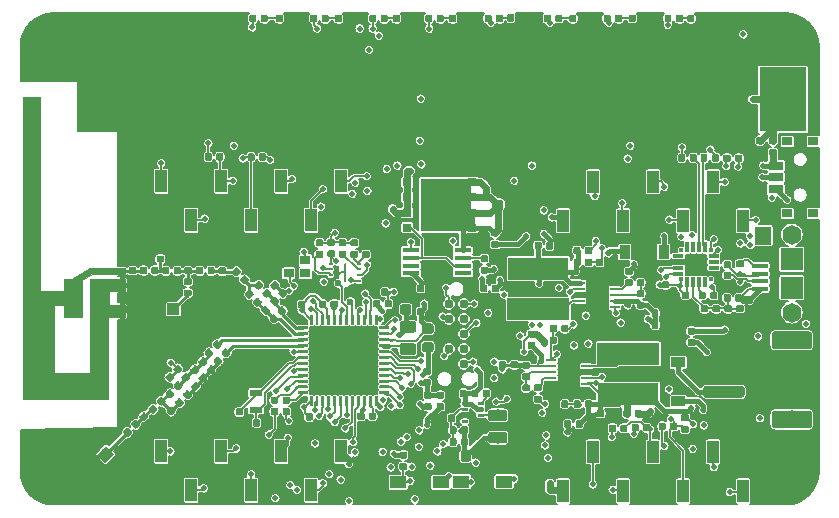
<source format=gbr>
G04 #@! TF.GenerationSoftware,KiCad,Pcbnew,5.1.3-ffb9f22~84~ubuntu19.04.1*
G04 #@! TF.CreationDate,2019-08-02T10:13:28-05:00*
G04 #@! TF.ProjectId,LeashPCB,4c656173-6850-4434-922e-6b696361645f,rev?*
G04 #@! TF.SameCoordinates,Original*
G04 #@! TF.FileFunction,Copper,L1,Top*
G04 #@! TF.FilePolarity,Positive*
%FSLAX46Y46*%
G04 Gerber Fmt 4.6, Leading zero omitted, Abs format (unit mm)*
G04 Created by KiCad (PCBNEW 5.1.3-ffb9f22~84~ubuntu19.04.1) date 2019-08-02 10:13:28*
%MOMM*%
%LPD*%
G04 APERTURE LIST*
%ADD10C,0.010000*%
%ADD11R,0.500000X1.000000*%
%ADD12R,0.500000X0.500000*%
%ADD13C,0.100000*%
%ADD14C,0.590000*%
%ADD15R,1.000000X1.900000*%
%ADD16R,0.900000X0.750000*%
%ADD17R,1.300000X0.700000*%
%ADD18C,0.975000*%
%ADD19R,4.000000X5.500000*%
%ADD20R,0.850000X0.280000*%
%ADD21R,1.650000X2.400000*%
%ADD22R,0.280000X0.700000*%
%ADD23C,0.600000*%
%ADD24C,1.500000*%
%ADD25C,1.000000*%
%ADD26R,4.290000X4.500000*%
%ADD27R,0.800000X0.700000*%
%ADD28R,1.450000X0.450000*%
%ADD29R,1.800000X1.800000*%
%ADD30R,0.900000X0.300000*%
%ADD31R,0.300000X0.900000*%
%ADD32R,0.300000X0.300000*%
%ADD33R,1.400000X1.600000*%
%ADD34R,1.350000X0.400000*%
%ADD35R,1.900000X1.900000*%
%ADD36O,1.600000X1.651000*%
%ADD37C,0.875000*%
%ADD38R,5.300000X1.900000*%
%ADD39R,5.200000X1.900000*%
%ADD40C,0.250000*%
%ADD41C,0.200000*%
%ADD42R,0.300000X0.250000*%
%ADD43R,2.200000X1.050000*%
%ADD44R,1.050000X1.000000*%
%ADD45C,1.050000*%
%ADD46R,1.400000X1.050000*%
%ADD47C,5.150000*%
%ADD48C,0.787400*%
%ADD49R,1.200000X0.900000*%
%ADD50R,0.900000X1.200000*%
%ADD51R,0.900000X0.800000*%
%ADD52R,1.100000X0.600000*%
%ADD53C,0.500000*%
%ADD54C,0.127000*%
%ADD55C,0.600000*%
%ADD56C,0.400000*%
%ADD57C,0.250000*%
%ADD58C,0.152400*%
%ADD59C,0.200000*%
%ADD60C,0.293370*%
G04 APERTURE END LIST*
D10*
G36*
X102072350Y-60021984D02*
G01*
X102072322Y-60290000D01*
X100933355Y-60290000D01*
X99241492Y-60286587D01*
X98360210Y-60805941D01*
X98360210Y-63922423D01*
X96885536Y-63922423D01*
X96885536Y-62930831D01*
X96021071Y-62930831D01*
X96021071Y-68676977D01*
X99104011Y-68676977D01*
X99084835Y-60680681D01*
X102072322Y-60690000D01*
X102072322Y-61720000D01*
X100648499Y-61735836D01*
X100648499Y-62879980D01*
X101087087Y-62883456D01*
X101257706Y-62884276D01*
X101435356Y-62884220D01*
X101603401Y-62883350D01*
X101745207Y-62881733D01*
X101798999Y-62880711D01*
X102072322Y-62874490D01*
X102072322Y-63947848D01*
X100631447Y-63947848D01*
X100614564Y-66064515D01*
X100600775Y-68366818D01*
X100597648Y-70888989D01*
X93402252Y-70888989D01*
X93402252Y-45311012D01*
X94826076Y-45311012D01*
X94826076Y-61684985D01*
X96885536Y-61684985D01*
X96885536Y-60699407D01*
X97209710Y-60688182D01*
X97533884Y-60676958D01*
X99043850Y-59785938D01*
X102072379Y-59790791D01*
X102072350Y-60021984D01*
X102072350Y-60021984D01*
G37*
X102072350Y-60021984D02*
X102072322Y-60290000D01*
X100933355Y-60290000D01*
X99241492Y-60286587D01*
X98360210Y-60805941D01*
X98360210Y-63922423D01*
X96885536Y-63922423D01*
X96885536Y-62930831D01*
X96021071Y-62930831D01*
X96021071Y-68676977D01*
X99104011Y-68676977D01*
X99084835Y-60680681D01*
X102072322Y-60690000D01*
X102072322Y-61720000D01*
X100648499Y-61735836D01*
X100648499Y-62879980D01*
X101087087Y-62883456D01*
X101257706Y-62884276D01*
X101435356Y-62884220D01*
X101603401Y-62883350D01*
X101745207Y-62881733D01*
X101798999Y-62880711D01*
X102072322Y-62874490D01*
X102072322Y-63947848D01*
X100631447Y-63947848D01*
X100614564Y-66064515D01*
X100600775Y-68366818D01*
X100597648Y-70888989D01*
X93402252Y-70888989D01*
X93402252Y-45311012D01*
X94826076Y-45311012D01*
X94826076Y-61684985D01*
X96885536Y-61684985D01*
X96885536Y-60699407D01*
X97209710Y-60688182D01*
X97533884Y-60676958D01*
X99043850Y-59785938D01*
X102072379Y-59790791D01*
X102072350Y-60021984D01*
D11*
X101810000Y-63420000D03*
X101820000Y-61200000D03*
D12*
X101820000Y-60040000D03*
D13*
G36*
X149636958Y-72170710D02*
G01*
X149651276Y-72172834D01*
X149665317Y-72176351D01*
X149678946Y-72181228D01*
X149692031Y-72187417D01*
X149704447Y-72194858D01*
X149716073Y-72203481D01*
X149726798Y-72213202D01*
X149736519Y-72223927D01*
X149745142Y-72235553D01*
X149752583Y-72247969D01*
X149758772Y-72261054D01*
X149763649Y-72274683D01*
X149767166Y-72288724D01*
X149769290Y-72303042D01*
X149770000Y-72317500D01*
X149770000Y-72612500D01*
X149769290Y-72626958D01*
X149767166Y-72641276D01*
X149763649Y-72655317D01*
X149758772Y-72668946D01*
X149752583Y-72682031D01*
X149745142Y-72694447D01*
X149736519Y-72706073D01*
X149726798Y-72716798D01*
X149716073Y-72726519D01*
X149704447Y-72735142D01*
X149692031Y-72742583D01*
X149678946Y-72748772D01*
X149665317Y-72753649D01*
X149651276Y-72757166D01*
X149636958Y-72759290D01*
X149622500Y-72760000D01*
X149277500Y-72760000D01*
X149263042Y-72759290D01*
X149248724Y-72757166D01*
X149234683Y-72753649D01*
X149221054Y-72748772D01*
X149207969Y-72742583D01*
X149195553Y-72735142D01*
X149183927Y-72726519D01*
X149173202Y-72716798D01*
X149163481Y-72706073D01*
X149154858Y-72694447D01*
X149147417Y-72682031D01*
X149141228Y-72668946D01*
X149136351Y-72655317D01*
X149132834Y-72641276D01*
X149130710Y-72626958D01*
X149130000Y-72612500D01*
X149130000Y-72317500D01*
X149130710Y-72303042D01*
X149132834Y-72288724D01*
X149136351Y-72274683D01*
X149141228Y-72261054D01*
X149147417Y-72247969D01*
X149154858Y-72235553D01*
X149163481Y-72223927D01*
X149173202Y-72213202D01*
X149183927Y-72203481D01*
X149195553Y-72194858D01*
X149207969Y-72187417D01*
X149221054Y-72181228D01*
X149234683Y-72176351D01*
X149248724Y-72172834D01*
X149263042Y-72170710D01*
X149277500Y-72170000D01*
X149622500Y-72170000D01*
X149636958Y-72170710D01*
X149636958Y-72170710D01*
G37*
D14*
X149450000Y-72465000D03*
D13*
G36*
X149636958Y-73140710D02*
G01*
X149651276Y-73142834D01*
X149665317Y-73146351D01*
X149678946Y-73151228D01*
X149692031Y-73157417D01*
X149704447Y-73164858D01*
X149716073Y-73173481D01*
X149726798Y-73183202D01*
X149736519Y-73193927D01*
X149745142Y-73205553D01*
X149752583Y-73217969D01*
X149758772Y-73231054D01*
X149763649Y-73244683D01*
X149767166Y-73258724D01*
X149769290Y-73273042D01*
X149770000Y-73287500D01*
X149770000Y-73582500D01*
X149769290Y-73596958D01*
X149767166Y-73611276D01*
X149763649Y-73625317D01*
X149758772Y-73638946D01*
X149752583Y-73652031D01*
X149745142Y-73664447D01*
X149736519Y-73676073D01*
X149726798Y-73686798D01*
X149716073Y-73696519D01*
X149704447Y-73705142D01*
X149692031Y-73712583D01*
X149678946Y-73718772D01*
X149665317Y-73723649D01*
X149651276Y-73727166D01*
X149636958Y-73729290D01*
X149622500Y-73730000D01*
X149277500Y-73730000D01*
X149263042Y-73729290D01*
X149248724Y-73727166D01*
X149234683Y-73723649D01*
X149221054Y-73718772D01*
X149207969Y-73712583D01*
X149195553Y-73705142D01*
X149183927Y-73696519D01*
X149173202Y-73686798D01*
X149163481Y-73676073D01*
X149154858Y-73664447D01*
X149147417Y-73652031D01*
X149141228Y-73638946D01*
X149136351Y-73625317D01*
X149132834Y-73611276D01*
X149130710Y-73596958D01*
X149130000Y-73582500D01*
X149130000Y-73287500D01*
X149130710Y-73273042D01*
X149132834Y-73258724D01*
X149136351Y-73244683D01*
X149141228Y-73231054D01*
X149147417Y-73217969D01*
X149154858Y-73205553D01*
X149163481Y-73193927D01*
X149173202Y-73183202D01*
X149183927Y-73173481D01*
X149195553Y-73164858D01*
X149207969Y-73157417D01*
X149221054Y-73151228D01*
X149234683Y-73146351D01*
X149248724Y-73142834D01*
X149263042Y-73140710D01*
X149277500Y-73140000D01*
X149622500Y-73140000D01*
X149636958Y-73140710D01*
X149636958Y-73140710D01*
G37*
D14*
X149450000Y-73435000D03*
D13*
G36*
X143476958Y-73030710D02*
G01*
X143491276Y-73032834D01*
X143505317Y-73036351D01*
X143518946Y-73041228D01*
X143532031Y-73047417D01*
X143544447Y-73054858D01*
X143556073Y-73063481D01*
X143566798Y-73073202D01*
X143576519Y-73083927D01*
X143585142Y-73095553D01*
X143592583Y-73107969D01*
X143598772Y-73121054D01*
X143603649Y-73134683D01*
X143607166Y-73148724D01*
X143609290Y-73163042D01*
X143610000Y-73177500D01*
X143610000Y-73522500D01*
X143609290Y-73536958D01*
X143607166Y-73551276D01*
X143603649Y-73565317D01*
X143598772Y-73578946D01*
X143592583Y-73592031D01*
X143585142Y-73604447D01*
X143576519Y-73616073D01*
X143566798Y-73626798D01*
X143556073Y-73636519D01*
X143544447Y-73645142D01*
X143532031Y-73652583D01*
X143518946Y-73658772D01*
X143505317Y-73663649D01*
X143491276Y-73667166D01*
X143476958Y-73669290D01*
X143462500Y-73670000D01*
X143167500Y-73670000D01*
X143153042Y-73669290D01*
X143138724Y-73667166D01*
X143124683Y-73663649D01*
X143111054Y-73658772D01*
X143097969Y-73652583D01*
X143085553Y-73645142D01*
X143073927Y-73636519D01*
X143063202Y-73626798D01*
X143053481Y-73616073D01*
X143044858Y-73604447D01*
X143037417Y-73592031D01*
X143031228Y-73578946D01*
X143026351Y-73565317D01*
X143022834Y-73551276D01*
X143020710Y-73536958D01*
X143020000Y-73522500D01*
X143020000Y-73177500D01*
X143020710Y-73163042D01*
X143022834Y-73148724D01*
X143026351Y-73134683D01*
X143031228Y-73121054D01*
X143037417Y-73107969D01*
X143044858Y-73095553D01*
X143053481Y-73083927D01*
X143063202Y-73073202D01*
X143073927Y-73063481D01*
X143085553Y-73054858D01*
X143097969Y-73047417D01*
X143111054Y-73041228D01*
X143124683Y-73036351D01*
X143138724Y-73032834D01*
X143153042Y-73030710D01*
X143167500Y-73030000D01*
X143462500Y-73030000D01*
X143476958Y-73030710D01*
X143476958Y-73030710D01*
G37*
D14*
X143315000Y-73350000D03*
D13*
G36*
X144446958Y-73030710D02*
G01*
X144461276Y-73032834D01*
X144475317Y-73036351D01*
X144488946Y-73041228D01*
X144502031Y-73047417D01*
X144514447Y-73054858D01*
X144526073Y-73063481D01*
X144536798Y-73073202D01*
X144546519Y-73083927D01*
X144555142Y-73095553D01*
X144562583Y-73107969D01*
X144568772Y-73121054D01*
X144573649Y-73134683D01*
X144577166Y-73148724D01*
X144579290Y-73163042D01*
X144580000Y-73177500D01*
X144580000Y-73522500D01*
X144579290Y-73536958D01*
X144577166Y-73551276D01*
X144573649Y-73565317D01*
X144568772Y-73578946D01*
X144562583Y-73592031D01*
X144555142Y-73604447D01*
X144546519Y-73616073D01*
X144536798Y-73626798D01*
X144526073Y-73636519D01*
X144514447Y-73645142D01*
X144502031Y-73652583D01*
X144488946Y-73658772D01*
X144475317Y-73663649D01*
X144461276Y-73667166D01*
X144446958Y-73669290D01*
X144432500Y-73670000D01*
X144137500Y-73670000D01*
X144123042Y-73669290D01*
X144108724Y-73667166D01*
X144094683Y-73663649D01*
X144081054Y-73658772D01*
X144067969Y-73652583D01*
X144055553Y-73645142D01*
X144043927Y-73636519D01*
X144033202Y-73626798D01*
X144023481Y-73616073D01*
X144014858Y-73604447D01*
X144007417Y-73592031D01*
X144001228Y-73578946D01*
X143996351Y-73565317D01*
X143992834Y-73551276D01*
X143990710Y-73536958D01*
X143990000Y-73522500D01*
X143990000Y-73177500D01*
X143990710Y-73163042D01*
X143992834Y-73148724D01*
X143996351Y-73134683D01*
X144001228Y-73121054D01*
X144007417Y-73107969D01*
X144014858Y-73095553D01*
X144023481Y-73083927D01*
X144033202Y-73073202D01*
X144043927Y-73063481D01*
X144055553Y-73054858D01*
X144067969Y-73047417D01*
X144081054Y-73041228D01*
X144094683Y-73036351D01*
X144108724Y-73032834D01*
X144123042Y-73030710D01*
X144137500Y-73030000D01*
X144432500Y-73030000D01*
X144446958Y-73030710D01*
X144446958Y-73030710D01*
G37*
D14*
X144285000Y-73350000D03*
D13*
G36*
X153186958Y-49220710D02*
G01*
X153201276Y-49222834D01*
X153215317Y-49226351D01*
X153228946Y-49231228D01*
X153242031Y-49237417D01*
X153254447Y-49244858D01*
X153266073Y-49253481D01*
X153276798Y-49263202D01*
X153286519Y-49273927D01*
X153295142Y-49285553D01*
X153302583Y-49297969D01*
X153308772Y-49311054D01*
X153313649Y-49324683D01*
X153317166Y-49338724D01*
X153319290Y-49353042D01*
X153320000Y-49367500D01*
X153320000Y-49662500D01*
X153319290Y-49676958D01*
X153317166Y-49691276D01*
X153313649Y-49705317D01*
X153308772Y-49718946D01*
X153302583Y-49732031D01*
X153295142Y-49744447D01*
X153286519Y-49756073D01*
X153276798Y-49766798D01*
X153266073Y-49776519D01*
X153254447Y-49785142D01*
X153242031Y-49792583D01*
X153228946Y-49798772D01*
X153215317Y-49803649D01*
X153201276Y-49807166D01*
X153186958Y-49809290D01*
X153172500Y-49810000D01*
X152827500Y-49810000D01*
X152813042Y-49809290D01*
X152798724Y-49807166D01*
X152784683Y-49803649D01*
X152771054Y-49798772D01*
X152757969Y-49792583D01*
X152745553Y-49785142D01*
X152733927Y-49776519D01*
X152723202Y-49766798D01*
X152713481Y-49756073D01*
X152704858Y-49744447D01*
X152697417Y-49732031D01*
X152691228Y-49718946D01*
X152686351Y-49705317D01*
X152682834Y-49691276D01*
X152680710Y-49676958D01*
X152680000Y-49662500D01*
X152680000Y-49367500D01*
X152680710Y-49353042D01*
X152682834Y-49338724D01*
X152686351Y-49324683D01*
X152691228Y-49311054D01*
X152697417Y-49297969D01*
X152704858Y-49285553D01*
X152713481Y-49273927D01*
X152723202Y-49263202D01*
X152733927Y-49253481D01*
X152745553Y-49244858D01*
X152757969Y-49237417D01*
X152771054Y-49231228D01*
X152784683Y-49226351D01*
X152798724Y-49222834D01*
X152813042Y-49220710D01*
X152827500Y-49220000D01*
X153172500Y-49220000D01*
X153186958Y-49220710D01*
X153186958Y-49220710D01*
G37*
D14*
X153000000Y-49515000D03*
D13*
G36*
X153186958Y-50190710D02*
G01*
X153201276Y-50192834D01*
X153215317Y-50196351D01*
X153228946Y-50201228D01*
X153242031Y-50207417D01*
X153254447Y-50214858D01*
X153266073Y-50223481D01*
X153276798Y-50233202D01*
X153286519Y-50243927D01*
X153295142Y-50255553D01*
X153302583Y-50267969D01*
X153308772Y-50281054D01*
X153313649Y-50294683D01*
X153317166Y-50308724D01*
X153319290Y-50323042D01*
X153320000Y-50337500D01*
X153320000Y-50632500D01*
X153319290Y-50646958D01*
X153317166Y-50661276D01*
X153313649Y-50675317D01*
X153308772Y-50688946D01*
X153302583Y-50702031D01*
X153295142Y-50714447D01*
X153286519Y-50726073D01*
X153276798Y-50736798D01*
X153266073Y-50746519D01*
X153254447Y-50755142D01*
X153242031Y-50762583D01*
X153228946Y-50768772D01*
X153215317Y-50773649D01*
X153201276Y-50777166D01*
X153186958Y-50779290D01*
X153172500Y-50780000D01*
X152827500Y-50780000D01*
X152813042Y-50779290D01*
X152798724Y-50777166D01*
X152784683Y-50773649D01*
X152771054Y-50768772D01*
X152757969Y-50762583D01*
X152745553Y-50755142D01*
X152733927Y-50746519D01*
X152723202Y-50736798D01*
X152713481Y-50726073D01*
X152704858Y-50714447D01*
X152697417Y-50702031D01*
X152691228Y-50688946D01*
X152686351Y-50675317D01*
X152682834Y-50661276D01*
X152680710Y-50646958D01*
X152680000Y-50632500D01*
X152680000Y-50337500D01*
X152680710Y-50323042D01*
X152682834Y-50308724D01*
X152686351Y-50294683D01*
X152691228Y-50281054D01*
X152697417Y-50267969D01*
X152704858Y-50255553D01*
X152713481Y-50243927D01*
X152723202Y-50233202D01*
X152733927Y-50223481D01*
X152745553Y-50214858D01*
X152757969Y-50207417D01*
X152771054Y-50201228D01*
X152784683Y-50196351D01*
X152798724Y-50192834D01*
X152813042Y-50190710D01*
X152827500Y-50190000D01*
X153172500Y-50190000D01*
X153186958Y-50190710D01*
X153186958Y-50190710D01*
G37*
D14*
X153000000Y-50485000D03*
D13*
G36*
X154186958Y-49220710D02*
G01*
X154201276Y-49222834D01*
X154215317Y-49226351D01*
X154228946Y-49231228D01*
X154242031Y-49237417D01*
X154254447Y-49244858D01*
X154266073Y-49253481D01*
X154276798Y-49263202D01*
X154286519Y-49273927D01*
X154295142Y-49285553D01*
X154302583Y-49297969D01*
X154308772Y-49311054D01*
X154313649Y-49324683D01*
X154317166Y-49338724D01*
X154319290Y-49353042D01*
X154320000Y-49367500D01*
X154320000Y-49662500D01*
X154319290Y-49676958D01*
X154317166Y-49691276D01*
X154313649Y-49705317D01*
X154308772Y-49718946D01*
X154302583Y-49732031D01*
X154295142Y-49744447D01*
X154286519Y-49756073D01*
X154276798Y-49766798D01*
X154266073Y-49776519D01*
X154254447Y-49785142D01*
X154242031Y-49792583D01*
X154228946Y-49798772D01*
X154215317Y-49803649D01*
X154201276Y-49807166D01*
X154186958Y-49809290D01*
X154172500Y-49810000D01*
X153827500Y-49810000D01*
X153813042Y-49809290D01*
X153798724Y-49807166D01*
X153784683Y-49803649D01*
X153771054Y-49798772D01*
X153757969Y-49792583D01*
X153745553Y-49785142D01*
X153733927Y-49776519D01*
X153723202Y-49766798D01*
X153713481Y-49756073D01*
X153704858Y-49744447D01*
X153697417Y-49732031D01*
X153691228Y-49718946D01*
X153686351Y-49705317D01*
X153682834Y-49691276D01*
X153680710Y-49676958D01*
X153680000Y-49662500D01*
X153680000Y-49367500D01*
X153680710Y-49353042D01*
X153682834Y-49338724D01*
X153686351Y-49324683D01*
X153691228Y-49311054D01*
X153697417Y-49297969D01*
X153704858Y-49285553D01*
X153713481Y-49273927D01*
X153723202Y-49263202D01*
X153733927Y-49253481D01*
X153745553Y-49244858D01*
X153757969Y-49237417D01*
X153771054Y-49231228D01*
X153784683Y-49226351D01*
X153798724Y-49222834D01*
X153813042Y-49220710D01*
X153827500Y-49220000D01*
X154172500Y-49220000D01*
X154186958Y-49220710D01*
X154186958Y-49220710D01*
G37*
D14*
X154000000Y-49515000D03*
D13*
G36*
X154186958Y-50190710D02*
G01*
X154201276Y-50192834D01*
X154215317Y-50196351D01*
X154228946Y-50201228D01*
X154242031Y-50207417D01*
X154254447Y-50214858D01*
X154266073Y-50223481D01*
X154276798Y-50233202D01*
X154286519Y-50243927D01*
X154295142Y-50255553D01*
X154302583Y-50267969D01*
X154308772Y-50281054D01*
X154313649Y-50294683D01*
X154317166Y-50308724D01*
X154319290Y-50323042D01*
X154320000Y-50337500D01*
X154320000Y-50632500D01*
X154319290Y-50646958D01*
X154317166Y-50661276D01*
X154313649Y-50675317D01*
X154308772Y-50688946D01*
X154302583Y-50702031D01*
X154295142Y-50714447D01*
X154286519Y-50726073D01*
X154276798Y-50736798D01*
X154266073Y-50746519D01*
X154254447Y-50755142D01*
X154242031Y-50762583D01*
X154228946Y-50768772D01*
X154215317Y-50773649D01*
X154201276Y-50777166D01*
X154186958Y-50779290D01*
X154172500Y-50780000D01*
X153827500Y-50780000D01*
X153813042Y-50779290D01*
X153798724Y-50777166D01*
X153784683Y-50773649D01*
X153771054Y-50768772D01*
X153757969Y-50762583D01*
X153745553Y-50755142D01*
X153733927Y-50746519D01*
X153723202Y-50736798D01*
X153713481Y-50726073D01*
X153704858Y-50714447D01*
X153697417Y-50702031D01*
X153691228Y-50688946D01*
X153686351Y-50675317D01*
X153682834Y-50661276D01*
X153680710Y-50646958D01*
X153680000Y-50632500D01*
X153680000Y-50337500D01*
X153680710Y-50323042D01*
X153682834Y-50308724D01*
X153686351Y-50294683D01*
X153691228Y-50281054D01*
X153697417Y-50267969D01*
X153704858Y-50255553D01*
X153713481Y-50243927D01*
X153723202Y-50233202D01*
X153733927Y-50223481D01*
X153745553Y-50214858D01*
X153757969Y-50207417D01*
X153771054Y-50201228D01*
X153784683Y-50196351D01*
X153798724Y-50192834D01*
X153813042Y-50190710D01*
X153827500Y-50190000D01*
X154172500Y-50190000D01*
X154186958Y-50190710D01*
X154186958Y-50190710D01*
G37*
D14*
X154000000Y-50485000D03*
D13*
G36*
X139446958Y-64580710D02*
G01*
X139461276Y-64582834D01*
X139475317Y-64586351D01*
X139488946Y-64591228D01*
X139502031Y-64597417D01*
X139514447Y-64604858D01*
X139526073Y-64613481D01*
X139536798Y-64623202D01*
X139546519Y-64633927D01*
X139555142Y-64645553D01*
X139562583Y-64657969D01*
X139568772Y-64671054D01*
X139573649Y-64684683D01*
X139577166Y-64698724D01*
X139579290Y-64713042D01*
X139580000Y-64727500D01*
X139580000Y-65072500D01*
X139579290Y-65086958D01*
X139577166Y-65101276D01*
X139573649Y-65115317D01*
X139568772Y-65128946D01*
X139562583Y-65142031D01*
X139555142Y-65154447D01*
X139546519Y-65166073D01*
X139536798Y-65176798D01*
X139526073Y-65186519D01*
X139514447Y-65195142D01*
X139502031Y-65202583D01*
X139488946Y-65208772D01*
X139475317Y-65213649D01*
X139461276Y-65217166D01*
X139446958Y-65219290D01*
X139432500Y-65220000D01*
X139137500Y-65220000D01*
X139123042Y-65219290D01*
X139108724Y-65217166D01*
X139094683Y-65213649D01*
X139081054Y-65208772D01*
X139067969Y-65202583D01*
X139055553Y-65195142D01*
X139043927Y-65186519D01*
X139033202Y-65176798D01*
X139023481Y-65166073D01*
X139014858Y-65154447D01*
X139007417Y-65142031D01*
X139001228Y-65128946D01*
X138996351Y-65115317D01*
X138992834Y-65101276D01*
X138990710Y-65086958D01*
X138990000Y-65072500D01*
X138990000Y-64727500D01*
X138990710Y-64713042D01*
X138992834Y-64698724D01*
X138996351Y-64684683D01*
X139001228Y-64671054D01*
X139007417Y-64657969D01*
X139014858Y-64645553D01*
X139023481Y-64633927D01*
X139033202Y-64623202D01*
X139043927Y-64613481D01*
X139055553Y-64604858D01*
X139067969Y-64597417D01*
X139081054Y-64591228D01*
X139094683Y-64586351D01*
X139108724Y-64582834D01*
X139123042Y-64580710D01*
X139137500Y-64580000D01*
X139432500Y-64580000D01*
X139446958Y-64580710D01*
X139446958Y-64580710D01*
G37*
D14*
X139285000Y-64900000D03*
D13*
G36*
X138476958Y-64580710D02*
G01*
X138491276Y-64582834D01*
X138505317Y-64586351D01*
X138518946Y-64591228D01*
X138532031Y-64597417D01*
X138544447Y-64604858D01*
X138556073Y-64613481D01*
X138566798Y-64623202D01*
X138576519Y-64633927D01*
X138585142Y-64645553D01*
X138592583Y-64657969D01*
X138598772Y-64671054D01*
X138603649Y-64684683D01*
X138607166Y-64698724D01*
X138609290Y-64713042D01*
X138610000Y-64727500D01*
X138610000Y-65072500D01*
X138609290Y-65086958D01*
X138607166Y-65101276D01*
X138603649Y-65115317D01*
X138598772Y-65128946D01*
X138592583Y-65142031D01*
X138585142Y-65154447D01*
X138576519Y-65166073D01*
X138566798Y-65176798D01*
X138556073Y-65186519D01*
X138544447Y-65195142D01*
X138532031Y-65202583D01*
X138518946Y-65208772D01*
X138505317Y-65213649D01*
X138491276Y-65217166D01*
X138476958Y-65219290D01*
X138462500Y-65220000D01*
X138167500Y-65220000D01*
X138153042Y-65219290D01*
X138138724Y-65217166D01*
X138124683Y-65213649D01*
X138111054Y-65208772D01*
X138097969Y-65202583D01*
X138085553Y-65195142D01*
X138073927Y-65186519D01*
X138063202Y-65176798D01*
X138053481Y-65166073D01*
X138044858Y-65154447D01*
X138037417Y-65142031D01*
X138031228Y-65128946D01*
X138026351Y-65115317D01*
X138022834Y-65101276D01*
X138020710Y-65086958D01*
X138020000Y-65072500D01*
X138020000Y-64727500D01*
X138020710Y-64713042D01*
X138022834Y-64698724D01*
X138026351Y-64684683D01*
X138031228Y-64671054D01*
X138037417Y-64657969D01*
X138044858Y-64645553D01*
X138053481Y-64633927D01*
X138063202Y-64623202D01*
X138073927Y-64613481D01*
X138085553Y-64604858D01*
X138097969Y-64597417D01*
X138111054Y-64591228D01*
X138124683Y-64586351D01*
X138138724Y-64582834D01*
X138153042Y-64580710D01*
X138167500Y-64580000D01*
X138462500Y-64580000D01*
X138476958Y-64580710D01*
X138476958Y-64580710D01*
G37*
D14*
X138315000Y-64900000D03*
D15*
X115270000Y-75279999D03*
X110190000Y-75279999D03*
X120350000Y-75279999D03*
X112730000Y-78579999D03*
X105110000Y-75279999D03*
X107650000Y-78579999D03*
X117810000Y-78579999D03*
X122890000Y-78579999D03*
X107650000Y-55719999D03*
X112730000Y-55719999D03*
X117810000Y-55719999D03*
X122890000Y-55719999D03*
X105110000Y-52419999D03*
X110190000Y-52419999D03*
X115270000Y-52419999D03*
X120350000Y-52419999D03*
D16*
X160300000Y-49050000D03*
X158100000Y-49050000D03*
X160300000Y-55150000D03*
X158100000Y-55150000D03*
D17*
X157150000Y-51100000D03*
X157150000Y-52100000D03*
X157150000Y-53100000D03*
D13*
G36*
X157086958Y-48720710D02*
G01*
X157101276Y-48722834D01*
X157115317Y-48726351D01*
X157128946Y-48731228D01*
X157142031Y-48737417D01*
X157154447Y-48744858D01*
X157166073Y-48753481D01*
X157176798Y-48763202D01*
X157186519Y-48773927D01*
X157195142Y-48785553D01*
X157202583Y-48797969D01*
X157208772Y-48811054D01*
X157213649Y-48824683D01*
X157217166Y-48838724D01*
X157219290Y-48853042D01*
X157220000Y-48867500D01*
X157220000Y-49162500D01*
X157219290Y-49176958D01*
X157217166Y-49191276D01*
X157213649Y-49205317D01*
X157208772Y-49218946D01*
X157202583Y-49232031D01*
X157195142Y-49244447D01*
X157186519Y-49256073D01*
X157176798Y-49266798D01*
X157166073Y-49276519D01*
X157154447Y-49285142D01*
X157142031Y-49292583D01*
X157128946Y-49298772D01*
X157115317Y-49303649D01*
X157101276Y-49307166D01*
X157086958Y-49309290D01*
X157072500Y-49310000D01*
X156727500Y-49310000D01*
X156713042Y-49309290D01*
X156698724Y-49307166D01*
X156684683Y-49303649D01*
X156671054Y-49298772D01*
X156657969Y-49292583D01*
X156645553Y-49285142D01*
X156633927Y-49276519D01*
X156623202Y-49266798D01*
X156613481Y-49256073D01*
X156604858Y-49244447D01*
X156597417Y-49232031D01*
X156591228Y-49218946D01*
X156586351Y-49205317D01*
X156582834Y-49191276D01*
X156580710Y-49176958D01*
X156580000Y-49162500D01*
X156580000Y-48867500D01*
X156580710Y-48853042D01*
X156582834Y-48838724D01*
X156586351Y-48824683D01*
X156591228Y-48811054D01*
X156597417Y-48797969D01*
X156604858Y-48785553D01*
X156613481Y-48773927D01*
X156623202Y-48763202D01*
X156633927Y-48753481D01*
X156645553Y-48744858D01*
X156657969Y-48737417D01*
X156671054Y-48731228D01*
X156684683Y-48726351D01*
X156698724Y-48722834D01*
X156713042Y-48720710D01*
X156727500Y-48720000D01*
X157072500Y-48720000D01*
X157086958Y-48720710D01*
X157086958Y-48720710D01*
G37*
D14*
X156900000Y-49015000D03*
D13*
G36*
X157086958Y-49690710D02*
G01*
X157101276Y-49692834D01*
X157115317Y-49696351D01*
X157128946Y-49701228D01*
X157142031Y-49707417D01*
X157154447Y-49714858D01*
X157166073Y-49723481D01*
X157176798Y-49733202D01*
X157186519Y-49743927D01*
X157195142Y-49755553D01*
X157202583Y-49767969D01*
X157208772Y-49781054D01*
X157213649Y-49794683D01*
X157217166Y-49808724D01*
X157219290Y-49823042D01*
X157220000Y-49837500D01*
X157220000Y-50132500D01*
X157219290Y-50146958D01*
X157217166Y-50161276D01*
X157213649Y-50175317D01*
X157208772Y-50188946D01*
X157202583Y-50202031D01*
X157195142Y-50214447D01*
X157186519Y-50226073D01*
X157176798Y-50236798D01*
X157166073Y-50246519D01*
X157154447Y-50255142D01*
X157142031Y-50262583D01*
X157128946Y-50268772D01*
X157115317Y-50273649D01*
X157101276Y-50277166D01*
X157086958Y-50279290D01*
X157072500Y-50280000D01*
X156727500Y-50280000D01*
X156713042Y-50279290D01*
X156698724Y-50277166D01*
X156684683Y-50273649D01*
X156671054Y-50268772D01*
X156657969Y-50262583D01*
X156645553Y-50255142D01*
X156633927Y-50246519D01*
X156623202Y-50236798D01*
X156613481Y-50226073D01*
X156604858Y-50214447D01*
X156597417Y-50202031D01*
X156591228Y-50188946D01*
X156586351Y-50175317D01*
X156582834Y-50161276D01*
X156580710Y-50146958D01*
X156580000Y-50132500D01*
X156580000Y-49837500D01*
X156580710Y-49823042D01*
X156582834Y-49808724D01*
X156586351Y-49794683D01*
X156591228Y-49781054D01*
X156597417Y-49767969D01*
X156604858Y-49755553D01*
X156613481Y-49743927D01*
X156623202Y-49733202D01*
X156633927Y-49723481D01*
X156645553Y-49714858D01*
X156657969Y-49707417D01*
X156671054Y-49701228D01*
X156684683Y-49696351D01*
X156698724Y-49692834D01*
X156713042Y-49690710D01*
X156727500Y-49690000D01*
X157072500Y-49690000D01*
X157086958Y-49690710D01*
X157086958Y-49690710D01*
G37*
D14*
X156900000Y-49985000D03*
D13*
G36*
X137176958Y-57580710D02*
G01*
X137191276Y-57582834D01*
X137205317Y-57586351D01*
X137218946Y-57591228D01*
X137232031Y-57597417D01*
X137244447Y-57604858D01*
X137256073Y-57613481D01*
X137266798Y-57623202D01*
X137276519Y-57633927D01*
X137285142Y-57645553D01*
X137292583Y-57657969D01*
X137298772Y-57671054D01*
X137303649Y-57684683D01*
X137307166Y-57698724D01*
X137309290Y-57713042D01*
X137310000Y-57727500D01*
X137310000Y-58072500D01*
X137309290Y-58086958D01*
X137307166Y-58101276D01*
X137303649Y-58115317D01*
X137298772Y-58128946D01*
X137292583Y-58142031D01*
X137285142Y-58154447D01*
X137276519Y-58166073D01*
X137266798Y-58176798D01*
X137256073Y-58186519D01*
X137244447Y-58195142D01*
X137232031Y-58202583D01*
X137218946Y-58208772D01*
X137205317Y-58213649D01*
X137191276Y-58217166D01*
X137176958Y-58219290D01*
X137162500Y-58220000D01*
X136867500Y-58220000D01*
X136853042Y-58219290D01*
X136838724Y-58217166D01*
X136824683Y-58213649D01*
X136811054Y-58208772D01*
X136797969Y-58202583D01*
X136785553Y-58195142D01*
X136773927Y-58186519D01*
X136763202Y-58176798D01*
X136753481Y-58166073D01*
X136744858Y-58154447D01*
X136737417Y-58142031D01*
X136731228Y-58128946D01*
X136726351Y-58115317D01*
X136722834Y-58101276D01*
X136720710Y-58086958D01*
X136720000Y-58072500D01*
X136720000Y-57727500D01*
X136720710Y-57713042D01*
X136722834Y-57698724D01*
X136726351Y-57684683D01*
X136731228Y-57671054D01*
X136737417Y-57657969D01*
X136744858Y-57645553D01*
X136753481Y-57633927D01*
X136763202Y-57623202D01*
X136773927Y-57613481D01*
X136785553Y-57604858D01*
X136797969Y-57597417D01*
X136811054Y-57591228D01*
X136824683Y-57586351D01*
X136838724Y-57582834D01*
X136853042Y-57580710D01*
X136867500Y-57580000D01*
X137162500Y-57580000D01*
X137176958Y-57580710D01*
X137176958Y-57580710D01*
G37*
D14*
X137015000Y-57900000D03*
D13*
G36*
X138146958Y-57580710D02*
G01*
X138161276Y-57582834D01*
X138175317Y-57586351D01*
X138188946Y-57591228D01*
X138202031Y-57597417D01*
X138214447Y-57604858D01*
X138226073Y-57613481D01*
X138236798Y-57623202D01*
X138246519Y-57633927D01*
X138255142Y-57645553D01*
X138262583Y-57657969D01*
X138268772Y-57671054D01*
X138273649Y-57684683D01*
X138277166Y-57698724D01*
X138279290Y-57713042D01*
X138280000Y-57727500D01*
X138280000Y-58072500D01*
X138279290Y-58086958D01*
X138277166Y-58101276D01*
X138273649Y-58115317D01*
X138268772Y-58128946D01*
X138262583Y-58142031D01*
X138255142Y-58154447D01*
X138246519Y-58166073D01*
X138236798Y-58176798D01*
X138226073Y-58186519D01*
X138214447Y-58195142D01*
X138202031Y-58202583D01*
X138188946Y-58208772D01*
X138175317Y-58213649D01*
X138161276Y-58217166D01*
X138146958Y-58219290D01*
X138132500Y-58220000D01*
X137837500Y-58220000D01*
X137823042Y-58219290D01*
X137808724Y-58217166D01*
X137794683Y-58213649D01*
X137781054Y-58208772D01*
X137767969Y-58202583D01*
X137755553Y-58195142D01*
X137743927Y-58186519D01*
X137733202Y-58176798D01*
X137723481Y-58166073D01*
X137714858Y-58154447D01*
X137707417Y-58142031D01*
X137701228Y-58128946D01*
X137696351Y-58115317D01*
X137692834Y-58101276D01*
X137690710Y-58086958D01*
X137690000Y-58072500D01*
X137690000Y-57727500D01*
X137690710Y-57713042D01*
X137692834Y-57698724D01*
X137696351Y-57684683D01*
X137701228Y-57671054D01*
X137707417Y-57657969D01*
X137714858Y-57645553D01*
X137723481Y-57633927D01*
X137733202Y-57623202D01*
X137743927Y-57613481D01*
X137755553Y-57604858D01*
X137767969Y-57597417D01*
X137781054Y-57591228D01*
X137794683Y-57586351D01*
X137808724Y-57582834D01*
X137823042Y-57580710D01*
X137837500Y-57580000D01*
X138132500Y-57580000D01*
X138146958Y-57580710D01*
X138146958Y-57580710D01*
G37*
D14*
X137985000Y-57900000D03*
D13*
G36*
X144691958Y-71780710D02*
G01*
X144706276Y-71782834D01*
X144720317Y-71786351D01*
X144733946Y-71791228D01*
X144747031Y-71797417D01*
X144759447Y-71804858D01*
X144771073Y-71813481D01*
X144781798Y-71823202D01*
X144791519Y-71833927D01*
X144800142Y-71845553D01*
X144807583Y-71857969D01*
X144813772Y-71871054D01*
X144818649Y-71884683D01*
X144822166Y-71898724D01*
X144824290Y-71913042D01*
X144825000Y-71927500D01*
X144825000Y-72272500D01*
X144824290Y-72286958D01*
X144822166Y-72301276D01*
X144818649Y-72315317D01*
X144813772Y-72328946D01*
X144807583Y-72342031D01*
X144800142Y-72354447D01*
X144791519Y-72366073D01*
X144781798Y-72376798D01*
X144771073Y-72386519D01*
X144759447Y-72395142D01*
X144747031Y-72402583D01*
X144733946Y-72408772D01*
X144720317Y-72413649D01*
X144706276Y-72417166D01*
X144691958Y-72419290D01*
X144677500Y-72420000D01*
X144382500Y-72420000D01*
X144368042Y-72419290D01*
X144353724Y-72417166D01*
X144339683Y-72413649D01*
X144326054Y-72408772D01*
X144312969Y-72402583D01*
X144300553Y-72395142D01*
X144288927Y-72386519D01*
X144278202Y-72376798D01*
X144268481Y-72366073D01*
X144259858Y-72354447D01*
X144252417Y-72342031D01*
X144246228Y-72328946D01*
X144241351Y-72315317D01*
X144237834Y-72301276D01*
X144235710Y-72286958D01*
X144235000Y-72272500D01*
X144235000Y-71927500D01*
X144235710Y-71913042D01*
X144237834Y-71898724D01*
X144241351Y-71884683D01*
X144246228Y-71871054D01*
X144252417Y-71857969D01*
X144259858Y-71845553D01*
X144268481Y-71833927D01*
X144278202Y-71823202D01*
X144288927Y-71813481D01*
X144300553Y-71804858D01*
X144312969Y-71797417D01*
X144326054Y-71791228D01*
X144339683Y-71786351D01*
X144353724Y-71782834D01*
X144368042Y-71780710D01*
X144382500Y-71780000D01*
X144677500Y-71780000D01*
X144691958Y-71780710D01*
X144691958Y-71780710D01*
G37*
D14*
X144530000Y-72100000D03*
D13*
G36*
X145661958Y-71780710D02*
G01*
X145676276Y-71782834D01*
X145690317Y-71786351D01*
X145703946Y-71791228D01*
X145717031Y-71797417D01*
X145729447Y-71804858D01*
X145741073Y-71813481D01*
X145751798Y-71823202D01*
X145761519Y-71833927D01*
X145770142Y-71845553D01*
X145777583Y-71857969D01*
X145783772Y-71871054D01*
X145788649Y-71884683D01*
X145792166Y-71898724D01*
X145794290Y-71913042D01*
X145795000Y-71927500D01*
X145795000Y-72272500D01*
X145794290Y-72286958D01*
X145792166Y-72301276D01*
X145788649Y-72315317D01*
X145783772Y-72328946D01*
X145777583Y-72342031D01*
X145770142Y-72354447D01*
X145761519Y-72366073D01*
X145751798Y-72376798D01*
X145741073Y-72386519D01*
X145729447Y-72395142D01*
X145717031Y-72402583D01*
X145703946Y-72408772D01*
X145690317Y-72413649D01*
X145676276Y-72417166D01*
X145661958Y-72419290D01*
X145647500Y-72420000D01*
X145352500Y-72420000D01*
X145338042Y-72419290D01*
X145323724Y-72417166D01*
X145309683Y-72413649D01*
X145296054Y-72408772D01*
X145282969Y-72402583D01*
X145270553Y-72395142D01*
X145258927Y-72386519D01*
X145248202Y-72376798D01*
X145238481Y-72366073D01*
X145229858Y-72354447D01*
X145222417Y-72342031D01*
X145216228Y-72328946D01*
X145211351Y-72315317D01*
X145207834Y-72301276D01*
X145205710Y-72286958D01*
X145205000Y-72272500D01*
X145205000Y-71927500D01*
X145205710Y-71913042D01*
X145207834Y-71898724D01*
X145211351Y-71884683D01*
X145216228Y-71871054D01*
X145222417Y-71857969D01*
X145229858Y-71845553D01*
X145238481Y-71833927D01*
X145248202Y-71823202D01*
X145258927Y-71813481D01*
X145270553Y-71804858D01*
X145282969Y-71797417D01*
X145296054Y-71791228D01*
X145309683Y-71786351D01*
X145323724Y-71782834D01*
X145338042Y-71780710D01*
X145352500Y-71780000D01*
X145647500Y-71780000D01*
X145661958Y-71780710D01*
X145661958Y-71780710D01*
G37*
D14*
X145500000Y-72100000D03*
D13*
G36*
X150186958Y-65790710D02*
G01*
X150201276Y-65792834D01*
X150215317Y-65796351D01*
X150228946Y-65801228D01*
X150242031Y-65807417D01*
X150254447Y-65814858D01*
X150266073Y-65823481D01*
X150276798Y-65833202D01*
X150286519Y-65843927D01*
X150295142Y-65855553D01*
X150302583Y-65867969D01*
X150308772Y-65881054D01*
X150313649Y-65894683D01*
X150317166Y-65908724D01*
X150319290Y-65923042D01*
X150320000Y-65937500D01*
X150320000Y-66232500D01*
X150319290Y-66246958D01*
X150317166Y-66261276D01*
X150313649Y-66275317D01*
X150308772Y-66288946D01*
X150302583Y-66302031D01*
X150295142Y-66314447D01*
X150286519Y-66326073D01*
X150276798Y-66336798D01*
X150266073Y-66346519D01*
X150254447Y-66355142D01*
X150242031Y-66362583D01*
X150228946Y-66368772D01*
X150215317Y-66373649D01*
X150201276Y-66377166D01*
X150186958Y-66379290D01*
X150172500Y-66380000D01*
X149827500Y-66380000D01*
X149813042Y-66379290D01*
X149798724Y-66377166D01*
X149784683Y-66373649D01*
X149771054Y-66368772D01*
X149757969Y-66362583D01*
X149745553Y-66355142D01*
X149733927Y-66346519D01*
X149723202Y-66336798D01*
X149713481Y-66326073D01*
X149704858Y-66314447D01*
X149697417Y-66302031D01*
X149691228Y-66288946D01*
X149686351Y-66275317D01*
X149682834Y-66261276D01*
X149680710Y-66246958D01*
X149680000Y-66232500D01*
X149680000Y-65937500D01*
X149680710Y-65923042D01*
X149682834Y-65908724D01*
X149686351Y-65894683D01*
X149691228Y-65881054D01*
X149697417Y-65867969D01*
X149704858Y-65855553D01*
X149713481Y-65843927D01*
X149723202Y-65833202D01*
X149733927Y-65823481D01*
X149745553Y-65814858D01*
X149757969Y-65807417D01*
X149771054Y-65801228D01*
X149784683Y-65796351D01*
X149798724Y-65792834D01*
X149813042Y-65790710D01*
X149827500Y-65790000D01*
X150172500Y-65790000D01*
X150186958Y-65790710D01*
X150186958Y-65790710D01*
G37*
D14*
X150000000Y-66085000D03*
D13*
G36*
X150186958Y-64820710D02*
G01*
X150201276Y-64822834D01*
X150215317Y-64826351D01*
X150228946Y-64831228D01*
X150242031Y-64837417D01*
X150254447Y-64844858D01*
X150266073Y-64853481D01*
X150276798Y-64863202D01*
X150286519Y-64873927D01*
X150295142Y-64885553D01*
X150302583Y-64897969D01*
X150308772Y-64911054D01*
X150313649Y-64924683D01*
X150317166Y-64938724D01*
X150319290Y-64953042D01*
X150320000Y-64967500D01*
X150320000Y-65262500D01*
X150319290Y-65276958D01*
X150317166Y-65291276D01*
X150313649Y-65305317D01*
X150308772Y-65318946D01*
X150302583Y-65332031D01*
X150295142Y-65344447D01*
X150286519Y-65356073D01*
X150276798Y-65366798D01*
X150266073Y-65376519D01*
X150254447Y-65385142D01*
X150242031Y-65392583D01*
X150228946Y-65398772D01*
X150215317Y-65403649D01*
X150201276Y-65407166D01*
X150186958Y-65409290D01*
X150172500Y-65410000D01*
X149827500Y-65410000D01*
X149813042Y-65409290D01*
X149798724Y-65407166D01*
X149784683Y-65403649D01*
X149771054Y-65398772D01*
X149757969Y-65392583D01*
X149745553Y-65385142D01*
X149733927Y-65376519D01*
X149723202Y-65366798D01*
X149713481Y-65356073D01*
X149704858Y-65344447D01*
X149697417Y-65332031D01*
X149691228Y-65318946D01*
X149686351Y-65305317D01*
X149682834Y-65291276D01*
X149680710Y-65276958D01*
X149680000Y-65262500D01*
X149680000Y-64967500D01*
X149680710Y-64953042D01*
X149682834Y-64938724D01*
X149686351Y-64924683D01*
X149691228Y-64911054D01*
X149697417Y-64897969D01*
X149704858Y-64885553D01*
X149713481Y-64873927D01*
X149723202Y-64863202D01*
X149733927Y-64853481D01*
X149745553Y-64844858D01*
X149757969Y-64837417D01*
X149771054Y-64831228D01*
X149784683Y-64826351D01*
X149798724Y-64822834D01*
X149813042Y-64820710D01*
X149827500Y-64820000D01*
X150172500Y-64820000D01*
X150186958Y-64820710D01*
X150186958Y-64820710D01*
G37*
D14*
X150000000Y-65115000D03*
D13*
G36*
X126480142Y-66151174D02*
G01*
X126503803Y-66154684D01*
X126527007Y-66160496D01*
X126549529Y-66168554D01*
X126571153Y-66178782D01*
X126591670Y-66191079D01*
X126610883Y-66205329D01*
X126628607Y-66221393D01*
X126644671Y-66239117D01*
X126658921Y-66258330D01*
X126671218Y-66278847D01*
X126681446Y-66300471D01*
X126689504Y-66322993D01*
X126695316Y-66346197D01*
X126698826Y-66369858D01*
X126700000Y-66393750D01*
X126700000Y-66881250D01*
X126698826Y-66905142D01*
X126695316Y-66928803D01*
X126689504Y-66952007D01*
X126681446Y-66974529D01*
X126671218Y-66996153D01*
X126658921Y-67016670D01*
X126644671Y-67035883D01*
X126628607Y-67053607D01*
X126610883Y-67069671D01*
X126591670Y-67083921D01*
X126571153Y-67096218D01*
X126549529Y-67106446D01*
X126527007Y-67114504D01*
X126503803Y-67120316D01*
X126480142Y-67123826D01*
X126456250Y-67125000D01*
X125543750Y-67125000D01*
X125519858Y-67123826D01*
X125496197Y-67120316D01*
X125472993Y-67114504D01*
X125450471Y-67106446D01*
X125428847Y-67096218D01*
X125408330Y-67083921D01*
X125389117Y-67069671D01*
X125371393Y-67053607D01*
X125355329Y-67035883D01*
X125341079Y-67016670D01*
X125328782Y-66996153D01*
X125318554Y-66974529D01*
X125310496Y-66952007D01*
X125304684Y-66928803D01*
X125301174Y-66905142D01*
X125300000Y-66881250D01*
X125300000Y-66393750D01*
X125301174Y-66369858D01*
X125304684Y-66346197D01*
X125310496Y-66322993D01*
X125318554Y-66300471D01*
X125328782Y-66278847D01*
X125341079Y-66258330D01*
X125355329Y-66239117D01*
X125371393Y-66221393D01*
X125389117Y-66205329D01*
X125408330Y-66191079D01*
X125428847Y-66178782D01*
X125450471Y-66168554D01*
X125472993Y-66160496D01*
X125496197Y-66154684D01*
X125519858Y-66151174D01*
X125543750Y-66150000D01*
X126456250Y-66150000D01*
X126480142Y-66151174D01*
X126480142Y-66151174D01*
G37*
D18*
X126000000Y-66637500D03*
D13*
G36*
X126480142Y-64276174D02*
G01*
X126503803Y-64279684D01*
X126527007Y-64285496D01*
X126549529Y-64293554D01*
X126571153Y-64303782D01*
X126591670Y-64316079D01*
X126610883Y-64330329D01*
X126628607Y-64346393D01*
X126644671Y-64364117D01*
X126658921Y-64383330D01*
X126671218Y-64403847D01*
X126681446Y-64425471D01*
X126689504Y-64447993D01*
X126695316Y-64471197D01*
X126698826Y-64494858D01*
X126700000Y-64518750D01*
X126700000Y-65006250D01*
X126698826Y-65030142D01*
X126695316Y-65053803D01*
X126689504Y-65077007D01*
X126681446Y-65099529D01*
X126671218Y-65121153D01*
X126658921Y-65141670D01*
X126644671Y-65160883D01*
X126628607Y-65178607D01*
X126610883Y-65194671D01*
X126591670Y-65208921D01*
X126571153Y-65221218D01*
X126549529Y-65231446D01*
X126527007Y-65239504D01*
X126503803Y-65245316D01*
X126480142Y-65248826D01*
X126456250Y-65250000D01*
X125543750Y-65250000D01*
X125519858Y-65248826D01*
X125496197Y-65245316D01*
X125472993Y-65239504D01*
X125450471Y-65231446D01*
X125428847Y-65221218D01*
X125408330Y-65208921D01*
X125389117Y-65194671D01*
X125371393Y-65178607D01*
X125355329Y-65160883D01*
X125341079Y-65141670D01*
X125328782Y-65121153D01*
X125318554Y-65099529D01*
X125310496Y-65077007D01*
X125304684Y-65053803D01*
X125301174Y-65030142D01*
X125300000Y-65006250D01*
X125300000Y-64518750D01*
X125301174Y-64494858D01*
X125304684Y-64471197D01*
X125310496Y-64447993D01*
X125318554Y-64425471D01*
X125328782Y-64403847D01*
X125341079Y-64383330D01*
X125355329Y-64364117D01*
X125371393Y-64346393D01*
X125389117Y-64330329D01*
X125408330Y-64316079D01*
X125428847Y-64303782D01*
X125450471Y-64293554D01*
X125472993Y-64285496D01*
X125496197Y-64279684D01*
X125519858Y-64276174D01*
X125543750Y-64275000D01*
X126456250Y-64275000D01*
X126480142Y-64276174D01*
X126480142Y-64276174D01*
G37*
D18*
X126000000Y-64762500D03*
D15*
X144224856Y-55794182D03*
X149304856Y-55794182D03*
X139144856Y-55794182D03*
X146764856Y-52494182D03*
X154384856Y-55794182D03*
X151844856Y-52494182D03*
X141684856Y-52494182D03*
X136604856Y-52494182D03*
X151844856Y-75354182D03*
X146764856Y-75354182D03*
X141684856Y-75354182D03*
X136604856Y-75354182D03*
X154384856Y-78654182D03*
X149304856Y-78654182D03*
X144224856Y-78654182D03*
X139144856Y-78654182D03*
D19*
X157750000Y-45500000D03*
D20*
X143525000Y-63050000D03*
X143525000Y-62550000D03*
X143525000Y-62050000D03*
X143525000Y-61550000D03*
X143525000Y-61050000D03*
X140575000Y-61050000D03*
X140575000Y-61550000D03*
X140575000Y-62050000D03*
X140575000Y-62550000D03*
X140575000Y-63050000D03*
D21*
X142050000Y-62050000D03*
D22*
X142300000Y-63600000D03*
X142300000Y-60500000D03*
X141800000Y-63600000D03*
X141800000Y-60500000D03*
D23*
X142530000Y-62910000D03*
X142530000Y-61190000D03*
X141570000Y-62910000D03*
X141570000Y-61190000D03*
X142050000Y-62050000D03*
X139625000Y-68600000D03*
X140105000Y-69460000D03*
X140105000Y-67740000D03*
X139145000Y-69460000D03*
X139145000Y-67740000D03*
D22*
X139875000Y-70150000D03*
X139875000Y-67050000D03*
X139375000Y-70150000D03*
X139375000Y-67050000D03*
D21*
X139625000Y-68600000D03*
D20*
X141100000Y-67600000D03*
X141100000Y-68100000D03*
X141100000Y-68600000D03*
X141100000Y-69100000D03*
X141100000Y-69600000D03*
X138150000Y-69600000D03*
X138150000Y-69100000D03*
X138150000Y-68600000D03*
X138150000Y-68100000D03*
X138150000Y-67600000D03*
D13*
G36*
X159974504Y-65151204D02*
G01*
X159998773Y-65154804D01*
X160022571Y-65160765D01*
X160045671Y-65169030D01*
X160067849Y-65179520D01*
X160088893Y-65192133D01*
X160108598Y-65206747D01*
X160126777Y-65223223D01*
X160143253Y-65241402D01*
X160157867Y-65261107D01*
X160170480Y-65282151D01*
X160180970Y-65304329D01*
X160189235Y-65327429D01*
X160195196Y-65351227D01*
X160198796Y-65375496D01*
X160200000Y-65400000D01*
X160200000Y-66400000D01*
X160198796Y-66424504D01*
X160195196Y-66448773D01*
X160189235Y-66472571D01*
X160180970Y-66495671D01*
X160170480Y-66517849D01*
X160157867Y-66538893D01*
X160143253Y-66558598D01*
X160126777Y-66576777D01*
X160108598Y-66593253D01*
X160088893Y-66607867D01*
X160067849Y-66620480D01*
X160045671Y-66630970D01*
X160022571Y-66639235D01*
X159998773Y-66645196D01*
X159974504Y-66648796D01*
X159950000Y-66650000D01*
X157050000Y-66650000D01*
X157025496Y-66648796D01*
X157001227Y-66645196D01*
X156977429Y-66639235D01*
X156954329Y-66630970D01*
X156932151Y-66620480D01*
X156911107Y-66607867D01*
X156891402Y-66593253D01*
X156873223Y-66576777D01*
X156856747Y-66558598D01*
X156842133Y-66538893D01*
X156829520Y-66517849D01*
X156819030Y-66495671D01*
X156810765Y-66472571D01*
X156804804Y-66448773D01*
X156801204Y-66424504D01*
X156800000Y-66400000D01*
X156800000Y-65400000D01*
X156801204Y-65375496D01*
X156804804Y-65351227D01*
X156810765Y-65327429D01*
X156819030Y-65304329D01*
X156829520Y-65282151D01*
X156842133Y-65261107D01*
X156856747Y-65241402D01*
X156873223Y-65223223D01*
X156891402Y-65206747D01*
X156911107Y-65192133D01*
X156932151Y-65179520D01*
X156954329Y-65169030D01*
X156977429Y-65160765D01*
X157001227Y-65154804D01*
X157025496Y-65151204D01*
X157050000Y-65150000D01*
X159950000Y-65150000D01*
X159974504Y-65151204D01*
X159974504Y-65151204D01*
G37*
D24*
X158500000Y-65900000D03*
D13*
G36*
X159974504Y-71851204D02*
G01*
X159998773Y-71854804D01*
X160022571Y-71860765D01*
X160045671Y-71869030D01*
X160067849Y-71879520D01*
X160088893Y-71892133D01*
X160108598Y-71906747D01*
X160126777Y-71923223D01*
X160143253Y-71941402D01*
X160157867Y-71961107D01*
X160170480Y-71982151D01*
X160180970Y-72004329D01*
X160189235Y-72027429D01*
X160195196Y-72051227D01*
X160198796Y-72075496D01*
X160200000Y-72100000D01*
X160200000Y-73100000D01*
X160198796Y-73124504D01*
X160195196Y-73148773D01*
X160189235Y-73172571D01*
X160180970Y-73195671D01*
X160170480Y-73217849D01*
X160157867Y-73238893D01*
X160143253Y-73258598D01*
X160126777Y-73276777D01*
X160108598Y-73293253D01*
X160088893Y-73307867D01*
X160067849Y-73320480D01*
X160045671Y-73330970D01*
X160022571Y-73339235D01*
X159998773Y-73345196D01*
X159974504Y-73348796D01*
X159950000Y-73350000D01*
X157050000Y-73350000D01*
X157025496Y-73348796D01*
X157001227Y-73345196D01*
X156977429Y-73339235D01*
X156954329Y-73330970D01*
X156932151Y-73320480D01*
X156911107Y-73307867D01*
X156891402Y-73293253D01*
X156873223Y-73276777D01*
X156856747Y-73258598D01*
X156842133Y-73238893D01*
X156829520Y-73217849D01*
X156819030Y-73195671D01*
X156810765Y-73172571D01*
X156804804Y-73148773D01*
X156801204Y-73124504D01*
X156800000Y-73100000D01*
X156800000Y-72100000D01*
X156801204Y-72075496D01*
X156804804Y-72051227D01*
X156810765Y-72027429D01*
X156819030Y-72004329D01*
X156829520Y-71982151D01*
X156842133Y-71961107D01*
X156856747Y-71941402D01*
X156873223Y-71923223D01*
X156891402Y-71906747D01*
X156911107Y-71892133D01*
X156932151Y-71879520D01*
X156954329Y-71869030D01*
X156977429Y-71860765D01*
X157001227Y-71854804D01*
X157025496Y-71851204D01*
X157050000Y-71850000D01*
X159950000Y-71850000D01*
X159974504Y-71851204D01*
X159974504Y-71851204D01*
G37*
D24*
X158500000Y-72600000D03*
D13*
G36*
X154274504Y-67751204D02*
G01*
X154298773Y-67754804D01*
X154322571Y-67760765D01*
X154345671Y-67769030D01*
X154367849Y-67779520D01*
X154388893Y-67792133D01*
X154408598Y-67806747D01*
X154426777Y-67823223D01*
X154443253Y-67841402D01*
X154457867Y-67861107D01*
X154470480Y-67882151D01*
X154480970Y-67904329D01*
X154489235Y-67927429D01*
X154495196Y-67951227D01*
X154498796Y-67975496D01*
X154500000Y-68000000D01*
X154500000Y-68500000D01*
X154498796Y-68524504D01*
X154495196Y-68548773D01*
X154489235Y-68572571D01*
X154480970Y-68595671D01*
X154470480Y-68617849D01*
X154457867Y-68638893D01*
X154443253Y-68658598D01*
X154426777Y-68676777D01*
X154408598Y-68693253D01*
X154388893Y-68707867D01*
X154367849Y-68720480D01*
X154345671Y-68730970D01*
X154322571Y-68739235D01*
X154298773Y-68745196D01*
X154274504Y-68748796D01*
X154250000Y-68750000D01*
X151250000Y-68750000D01*
X151225496Y-68748796D01*
X151201227Y-68745196D01*
X151177429Y-68739235D01*
X151154329Y-68730970D01*
X151132151Y-68720480D01*
X151111107Y-68707867D01*
X151091402Y-68693253D01*
X151073223Y-68676777D01*
X151056747Y-68658598D01*
X151042133Y-68638893D01*
X151029520Y-68617849D01*
X151019030Y-68595671D01*
X151010765Y-68572571D01*
X151004804Y-68548773D01*
X151001204Y-68524504D01*
X151000000Y-68500000D01*
X151000000Y-68000000D01*
X151001204Y-67975496D01*
X151004804Y-67951227D01*
X151010765Y-67927429D01*
X151019030Y-67904329D01*
X151029520Y-67882151D01*
X151042133Y-67861107D01*
X151056747Y-67841402D01*
X151073223Y-67823223D01*
X151091402Y-67806747D01*
X151111107Y-67792133D01*
X151132151Y-67779520D01*
X151154329Y-67769030D01*
X151177429Y-67760765D01*
X151201227Y-67754804D01*
X151225496Y-67751204D01*
X151250000Y-67750000D01*
X154250000Y-67750000D01*
X154274504Y-67751204D01*
X154274504Y-67751204D01*
G37*
D25*
X152750000Y-68250000D03*
D13*
G36*
X154274504Y-69751204D02*
G01*
X154298773Y-69754804D01*
X154322571Y-69760765D01*
X154345671Y-69769030D01*
X154367849Y-69779520D01*
X154388893Y-69792133D01*
X154408598Y-69806747D01*
X154426777Y-69823223D01*
X154443253Y-69841402D01*
X154457867Y-69861107D01*
X154470480Y-69882151D01*
X154480970Y-69904329D01*
X154489235Y-69927429D01*
X154495196Y-69951227D01*
X154498796Y-69975496D01*
X154500000Y-70000000D01*
X154500000Y-70500000D01*
X154498796Y-70524504D01*
X154495196Y-70548773D01*
X154489235Y-70572571D01*
X154480970Y-70595671D01*
X154470480Y-70617849D01*
X154457867Y-70638893D01*
X154443253Y-70658598D01*
X154426777Y-70676777D01*
X154408598Y-70693253D01*
X154388893Y-70707867D01*
X154367849Y-70720480D01*
X154345671Y-70730970D01*
X154322571Y-70739235D01*
X154298773Y-70745196D01*
X154274504Y-70748796D01*
X154250000Y-70750000D01*
X151250000Y-70750000D01*
X151225496Y-70748796D01*
X151201227Y-70745196D01*
X151177429Y-70739235D01*
X151154329Y-70730970D01*
X151132151Y-70720480D01*
X151111107Y-70707867D01*
X151091402Y-70693253D01*
X151073223Y-70676777D01*
X151056747Y-70658598D01*
X151042133Y-70638893D01*
X151029520Y-70617849D01*
X151019030Y-70595671D01*
X151010765Y-70572571D01*
X151004804Y-70548773D01*
X151001204Y-70524504D01*
X151000000Y-70500000D01*
X151000000Y-70000000D01*
X151001204Y-69975496D01*
X151004804Y-69951227D01*
X151010765Y-69927429D01*
X151019030Y-69904329D01*
X151029520Y-69882151D01*
X151042133Y-69861107D01*
X151056747Y-69841402D01*
X151073223Y-69823223D01*
X151091402Y-69806747D01*
X151111107Y-69792133D01*
X151132151Y-69779520D01*
X151154329Y-69769030D01*
X151177429Y-69760765D01*
X151201227Y-69754804D01*
X151225496Y-69751204D01*
X151250000Y-69750000D01*
X154250000Y-69750000D01*
X154274504Y-69751204D01*
X154274504Y-69751204D01*
G37*
D25*
X152750000Y-70250000D03*
D13*
G36*
X128196958Y-61180710D02*
G01*
X128211276Y-61182834D01*
X128225317Y-61186351D01*
X128238946Y-61191228D01*
X128252031Y-61197417D01*
X128264447Y-61204858D01*
X128276073Y-61213481D01*
X128286798Y-61223202D01*
X128296519Y-61233927D01*
X128305142Y-61245553D01*
X128312583Y-61257969D01*
X128318772Y-61271054D01*
X128323649Y-61284683D01*
X128327166Y-61298724D01*
X128329290Y-61313042D01*
X128330000Y-61327500D01*
X128330000Y-61672500D01*
X128329290Y-61686958D01*
X128327166Y-61701276D01*
X128323649Y-61715317D01*
X128318772Y-61728946D01*
X128312583Y-61742031D01*
X128305142Y-61754447D01*
X128296519Y-61766073D01*
X128286798Y-61776798D01*
X128276073Y-61786519D01*
X128264447Y-61795142D01*
X128252031Y-61802583D01*
X128238946Y-61808772D01*
X128225317Y-61813649D01*
X128211276Y-61817166D01*
X128196958Y-61819290D01*
X128182500Y-61820000D01*
X127887500Y-61820000D01*
X127873042Y-61819290D01*
X127858724Y-61817166D01*
X127844683Y-61813649D01*
X127831054Y-61808772D01*
X127817969Y-61802583D01*
X127805553Y-61795142D01*
X127793927Y-61786519D01*
X127783202Y-61776798D01*
X127773481Y-61766073D01*
X127764858Y-61754447D01*
X127757417Y-61742031D01*
X127751228Y-61728946D01*
X127746351Y-61715317D01*
X127742834Y-61701276D01*
X127740710Y-61686958D01*
X127740000Y-61672500D01*
X127740000Y-61327500D01*
X127740710Y-61313042D01*
X127742834Y-61298724D01*
X127746351Y-61284683D01*
X127751228Y-61271054D01*
X127757417Y-61257969D01*
X127764858Y-61245553D01*
X127773481Y-61233927D01*
X127783202Y-61223202D01*
X127793927Y-61213481D01*
X127805553Y-61204858D01*
X127817969Y-61197417D01*
X127831054Y-61191228D01*
X127844683Y-61186351D01*
X127858724Y-61182834D01*
X127873042Y-61180710D01*
X127887500Y-61180000D01*
X128182500Y-61180000D01*
X128196958Y-61180710D01*
X128196958Y-61180710D01*
G37*
D14*
X128035000Y-61500000D03*
D13*
G36*
X127226958Y-61180710D02*
G01*
X127241276Y-61182834D01*
X127255317Y-61186351D01*
X127268946Y-61191228D01*
X127282031Y-61197417D01*
X127294447Y-61204858D01*
X127306073Y-61213481D01*
X127316798Y-61223202D01*
X127326519Y-61233927D01*
X127335142Y-61245553D01*
X127342583Y-61257969D01*
X127348772Y-61271054D01*
X127353649Y-61284683D01*
X127357166Y-61298724D01*
X127359290Y-61313042D01*
X127360000Y-61327500D01*
X127360000Y-61672500D01*
X127359290Y-61686958D01*
X127357166Y-61701276D01*
X127353649Y-61715317D01*
X127348772Y-61728946D01*
X127342583Y-61742031D01*
X127335142Y-61754447D01*
X127326519Y-61766073D01*
X127316798Y-61776798D01*
X127306073Y-61786519D01*
X127294447Y-61795142D01*
X127282031Y-61802583D01*
X127268946Y-61808772D01*
X127255317Y-61813649D01*
X127241276Y-61817166D01*
X127226958Y-61819290D01*
X127212500Y-61820000D01*
X126917500Y-61820000D01*
X126903042Y-61819290D01*
X126888724Y-61817166D01*
X126874683Y-61813649D01*
X126861054Y-61808772D01*
X126847969Y-61802583D01*
X126835553Y-61795142D01*
X126823927Y-61786519D01*
X126813202Y-61776798D01*
X126803481Y-61766073D01*
X126794858Y-61754447D01*
X126787417Y-61742031D01*
X126781228Y-61728946D01*
X126776351Y-61715317D01*
X126772834Y-61701276D01*
X126770710Y-61686958D01*
X126770000Y-61672500D01*
X126770000Y-61327500D01*
X126770710Y-61313042D01*
X126772834Y-61298724D01*
X126776351Y-61284683D01*
X126781228Y-61271054D01*
X126787417Y-61257969D01*
X126794858Y-61245553D01*
X126803481Y-61233927D01*
X126813202Y-61223202D01*
X126823927Y-61213481D01*
X126835553Y-61204858D01*
X126847969Y-61197417D01*
X126861054Y-61191228D01*
X126874683Y-61186351D01*
X126888724Y-61182834D01*
X126903042Y-61180710D01*
X126917500Y-61180000D01*
X127212500Y-61180000D01*
X127226958Y-61180710D01*
X127226958Y-61180710D01*
G37*
D14*
X127065000Y-61500000D03*
D13*
G36*
X132661958Y-59665710D02*
G01*
X132676276Y-59667834D01*
X132690317Y-59671351D01*
X132703946Y-59676228D01*
X132717031Y-59682417D01*
X132729447Y-59689858D01*
X132741073Y-59698481D01*
X132751798Y-59708202D01*
X132761519Y-59718927D01*
X132770142Y-59730553D01*
X132777583Y-59742969D01*
X132783772Y-59756054D01*
X132788649Y-59769683D01*
X132792166Y-59783724D01*
X132794290Y-59798042D01*
X132795000Y-59812500D01*
X132795000Y-60107500D01*
X132794290Y-60121958D01*
X132792166Y-60136276D01*
X132788649Y-60150317D01*
X132783772Y-60163946D01*
X132777583Y-60177031D01*
X132770142Y-60189447D01*
X132761519Y-60201073D01*
X132751798Y-60211798D01*
X132741073Y-60221519D01*
X132729447Y-60230142D01*
X132717031Y-60237583D01*
X132703946Y-60243772D01*
X132690317Y-60248649D01*
X132676276Y-60252166D01*
X132661958Y-60254290D01*
X132647500Y-60255000D01*
X132302500Y-60255000D01*
X132288042Y-60254290D01*
X132273724Y-60252166D01*
X132259683Y-60248649D01*
X132246054Y-60243772D01*
X132232969Y-60237583D01*
X132220553Y-60230142D01*
X132208927Y-60221519D01*
X132198202Y-60211798D01*
X132188481Y-60201073D01*
X132179858Y-60189447D01*
X132172417Y-60177031D01*
X132166228Y-60163946D01*
X132161351Y-60150317D01*
X132157834Y-60136276D01*
X132155710Y-60121958D01*
X132155000Y-60107500D01*
X132155000Y-59812500D01*
X132155710Y-59798042D01*
X132157834Y-59783724D01*
X132161351Y-59769683D01*
X132166228Y-59756054D01*
X132172417Y-59742969D01*
X132179858Y-59730553D01*
X132188481Y-59718927D01*
X132198202Y-59708202D01*
X132208927Y-59698481D01*
X132220553Y-59689858D01*
X132232969Y-59682417D01*
X132246054Y-59676228D01*
X132259683Y-59671351D01*
X132273724Y-59667834D01*
X132288042Y-59665710D01*
X132302500Y-59665000D01*
X132647500Y-59665000D01*
X132661958Y-59665710D01*
X132661958Y-59665710D01*
G37*
D14*
X132475000Y-59960000D03*
D13*
G36*
X132661958Y-58695710D02*
G01*
X132676276Y-58697834D01*
X132690317Y-58701351D01*
X132703946Y-58706228D01*
X132717031Y-58712417D01*
X132729447Y-58719858D01*
X132741073Y-58728481D01*
X132751798Y-58738202D01*
X132761519Y-58748927D01*
X132770142Y-58760553D01*
X132777583Y-58772969D01*
X132783772Y-58786054D01*
X132788649Y-58799683D01*
X132792166Y-58813724D01*
X132794290Y-58828042D01*
X132795000Y-58842500D01*
X132795000Y-59137500D01*
X132794290Y-59151958D01*
X132792166Y-59166276D01*
X132788649Y-59180317D01*
X132783772Y-59193946D01*
X132777583Y-59207031D01*
X132770142Y-59219447D01*
X132761519Y-59231073D01*
X132751798Y-59241798D01*
X132741073Y-59251519D01*
X132729447Y-59260142D01*
X132717031Y-59267583D01*
X132703946Y-59273772D01*
X132690317Y-59278649D01*
X132676276Y-59282166D01*
X132661958Y-59284290D01*
X132647500Y-59285000D01*
X132302500Y-59285000D01*
X132288042Y-59284290D01*
X132273724Y-59282166D01*
X132259683Y-59278649D01*
X132246054Y-59273772D01*
X132232969Y-59267583D01*
X132220553Y-59260142D01*
X132208927Y-59251519D01*
X132198202Y-59241798D01*
X132188481Y-59231073D01*
X132179858Y-59219447D01*
X132172417Y-59207031D01*
X132166228Y-59193946D01*
X132161351Y-59180317D01*
X132157834Y-59166276D01*
X132155710Y-59151958D01*
X132155000Y-59137500D01*
X132155000Y-58842500D01*
X132155710Y-58828042D01*
X132157834Y-58813724D01*
X132161351Y-58799683D01*
X132166228Y-58786054D01*
X132172417Y-58772969D01*
X132179858Y-58760553D01*
X132188481Y-58748927D01*
X132198202Y-58738202D01*
X132208927Y-58728481D01*
X132220553Y-58719858D01*
X132232969Y-58712417D01*
X132246054Y-58706228D01*
X132259683Y-58701351D01*
X132273724Y-58697834D01*
X132288042Y-58695710D01*
X132302500Y-58695000D01*
X132647500Y-58695000D01*
X132661958Y-58695710D01*
X132661958Y-58695710D01*
G37*
D14*
X132475000Y-58990000D03*
D13*
G36*
X132596958Y-62160710D02*
G01*
X132611276Y-62162834D01*
X132625317Y-62166351D01*
X132638946Y-62171228D01*
X132652031Y-62177417D01*
X132664447Y-62184858D01*
X132676073Y-62193481D01*
X132686798Y-62203202D01*
X132696519Y-62213927D01*
X132705142Y-62225553D01*
X132712583Y-62237969D01*
X132718772Y-62251054D01*
X132723649Y-62264683D01*
X132727166Y-62278724D01*
X132729290Y-62293042D01*
X132730000Y-62307500D01*
X132730000Y-62602500D01*
X132729290Y-62616958D01*
X132727166Y-62631276D01*
X132723649Y-62645317D01*
X132718772Y-62658946D01*
X132712583Y-62672031D01*
X132705142Y-62684447D01*
X132696519Y-62696073D01*
X132686798Y-62706798D01*
X132676073Y-62716519D01*
X132664447Y-62725142D01*
X132652031Y-62732583D01*
X132638946Y-62738772D01*
X132625317Y-62743649D01*
X132611276Y-62747166D01*
X132596958Y-62749290D01*
X132582500Y-62750000D01*
X132237500Y-62750000D01*
X132223042Y-62749290D01*
X132208724Y-62747166D01*
X132194683Y-62743649D01*
X132181054Y-62738772D01*
X132167969Y-62732583D01*
X132155553Y-62725142D01*
X132143927Y-62716519D01*
X132133202Y-62706798D01*
X132123481Y-62696073D01*
X132114858Y-62684447D01*
X132107417Y-62672031D01*
X132101228Y-62658946D01*
X132096351Y-62645317D01*
X132092834Y-62631276D01*
X132090710Y-62616958D01*
X132090000Y-62602500D01*
X132090000Y-62307500D01*
X132090710Y-62293042D01*
X132092834Y-62278724D01*
X132096351Y-62264683D01*
X132101228Y-62251054D01*
X132107417Y-62237969D01*
X132114858Y-62225553D01*
X132123481Y-62213927D01*
X132133202Y-62203202D01*
X132143927Y-62193481D01*
X132155553Y-62184858D01*
X132167969Y-62177417D01*
X132181054Y-62171228D01*
X132194683Y-62166351D01*
X132208724Y-62162834D01*
X132223042Y-62160710D01*
X132237500Y-62160000D01*
X132582500Y-62160000D01*
X132596958Y-62160710D01*
X132596958Y-62160710D01*
G37*
D14*
X132410000Y-62455000D03*
D13*
G36*
X132596958Y-61190710D02*
G01*
X132611276Y-61192834D01*
X132625317Y-61196351D01*
X132638946Y-61201228D01*
X132652031Y-61207417D01*
X132664447Y-61214858D01*
X132676073Y-61223481D01*
X132686798Y-61233202D01*
X132696519Y-61243927D01*
X132705142Y-61255553D01*
X132712583Y-61267969D01*
X132718772Y-61281054D01*
X132723649Y-61294683D01*
X132727166Y-61308724D01*
X132729290Y-61323042D01*
X132730000Y-61337500D01*
X132730000Y-61632500D01*
X132729290Y-61646958D01*
X132727166Y-61661276D01*
X132723649Y-61675317D01*
X132718772Y-61688946D01*
X132712583Y-61702031D01*
X132705142Y-61714447D01*
X132696519Y-61726073D01*
X132686798Y-61736798D01*
X132676073Y-61746519D01*
X132664447Y-61755142D01*
X132652031Y-61762583D01*
X132638946Y-61768772D01*
X132625317Y-61773649D01*
X132611276Y-61777166D01*
X132596958Y-61779290D01*
X132582500Y-61780000D01*
X132237500Y-61780000D01*
X132223042Y-61779290D01*
X132208724Y-61777166D01*
X132194683Y-61773649D01*
X132181054Y-61768772D01*
X132167969Y-61762583D01*
X132155553Y-61755142D01*
X132143927Y-61746519D01*
X132133202Y-61736798D01*
X132123481Y-61726073D01*
X132114858Y-61714447D01*
X132107417Y-61702031D01*
X132101228Y-61688946D01*
X132096351Y-61675317D01*
X132092834Y-61661276D01*
X132090710Y-61646958D01*
X132090000Y-61632500D01*
X132090000Y-61337500D01*
X132090710Y-61323042D01*
X132092834Y-61308724D01*
X132096351Y-61294683D01*
X132101228Y-61281054D01*
X132107417Y-61267969D01*
X132114858Y-61255553D01*
X132123481Y-61243927D01*
X132133202Y-61233202D01*
X132143927Y-61223481D01*
X132155553Y-61214858D01*
X132167969Y-61207417D01*
X132181054Y-61201228D01*
X132194683Y-61196351D01*
X132208724Y-61192834D01*
X132223042Y-61190710D01*
X132237500Y-61190000D01*
X132582500Y-61190000D01*
X132596958Y-61190710D01*
X132596958Y-61190710D01*
G37*
D14*
X132410000Y-61485000D03*
D13*
G36*
X147986958Y-61875710D02*
G01*
X148001276Y-61877834D01*
X148015317Y-61881351D01*
X148028946Y-61886228D01*
X148042031Y-61892417D01*
X148054447Y-61899858D01*
X148066073Y-61908481D01*
X148076798Y-61918202D01*
X148086519Y-61928927D01*
X148095142Y-61940553D01*
X148102583Y-61952969D01*
X148108772Y-61966054D01*
X148113649Y-61979683D01*
X148117166Y-61993724D01*
X148119290Y-62008042D01*
X148120000Y-62022500D01*
X148120000Y-62317500D01*
X148119290Y-62331958D01*
X148117166Y-62346276D01*
X148113649Y-62360317D01*
X148108772Y-62373946D01*
X148102583Y-62387031D01*
X148095142Y-62399447D01*
X148086519Y-62411073D01*
X148076798Y-62421798D01*
X148066073Y-62431519D01*
X148054447Y-62440142D01*
X148042031Y-62447583D01*
X148028946Y-62453772D01*
X148015317Y-62458649D01*
X148001276Y-62462166D01*
X147986958Y-62464290D01*
X147972500Y-62465000D01*
X147627500Y-62465000D01*
X147613042Y-62464290D01*
X147598724Y-62462166D01*
X147584683Y-62458649D01*
X147571054Y-62453772D01*
X147557969Y-62447583D01*
X147545553Y-62440142D01*
X147533927Y-62431519D01*
X147523202Y-62421798D01*
X147513481Y-62411073D01*
X147504858Y-62399447D01*
X147497417Y-62387031D01*
X147491228Y-62373946D01*
X147486351Y-62360317D01*
X147482834Y-62346276D01*
X147480710Y-62331958D01*
X147480000Y-62317500D01*
X147480000Y-62022500D01*
X147480710Y-62008042D01*
X147482834Y-61993724D01*
X147486351Y-61979683D01*
X147491228Y-61966054D01*
X147497417Y-61952969D01*
X147504858Y-61940553D01*
X147513481Y-61928927D01*
X147523202Y-61918202D01*
X147533927Y-61908481D01*
X147545553Y-61899858D01*
X147557969Y-61892417D01*
X147571054Y-61886228D01*
X147584683Y-61881351D01*
X147598724Y-61877834D01*
X147613042Y-61875710D01*
X147627500Y-61875000D01*
X147972500Y-61875000D01*
X147986958Y-61875710D01*
X147986958Y-61875710D01*
G37*
D14*
X147800000Y-62170000D03*
D13*
G36*
X147986958Y-60905710D02*
G01*
X148001276Y-60907834D01*
X148015317Y-60911351D01*
X148028946Y-60916228D01*
X148042031Y-60922417D01*
X148054447Y-60929858D01*
X148066073Y-60938481D01*
X148076798Y-60948202D01*
X148086519Y-60958927D01*
X148095142Y-60970553D01*
X148102583Y-60982969D01*
X148108772Y-60996054D01*
X148113649Y-61009683D01*
X148117166Y-61023724D01*
X148119290Y-61038042D01*
X148120000Y-61052500D01*
X148120000Y-61347500D01*
X148119290Y-61361958D01*
X148117166Y-61376276D01*
X148113649Y-61390317D01*
X148108772Y-61403946D01*
X148102583Y-61417031D01*
X148095142Y-61429447D01*
X148086519Y-61441073D01*
X148076798Y-61451798D01*
X148066073Y-61461519D01*
X148054447Y-61470142D01*
X148042031Y-61477583D01*
X148028946Y-61483772D01*
X148015317Y-61488649D01*
X148001276Y-61492166D01*
X147986958Y-61494290D01*
X147972500Y-61495000D01*
X147627500Y-61495000D01*
X147613042Y-61494290D01*
X147598724Y-61492166D01*
X147584683Y-61488649D01*
X147571054Y-61483772D01*
X147557969Y-61477583D01*
X147545553Y-61470142D01*
X147533927Y-61461519D01*
X147523202Y-61451798D01*
X147513481Y-61441073D01*
X147504858Y-61429447D01*
X147497417Y-61417031D01*
X147491228Y-61403946D01*
X147486351Y-61390317D01*
X147482834Y-61376276D01*
X147480710Y-61361958D01*
X147480000Y-61347500D01*
X147480000Y-61052500D01*
X147480710Y-61038042D01*
X147482834Y-61023724D01*
X147486351Y-61009683D01*
X147491228Y-60996054D01*
X147497417Y-60982969D01*
X147504858Y-60970553D01*
X147513481Y-60958927D01*
X147523202Y-60948202D01*
X147533927Y-60938481D01*
X147545553Y-60929858D01*
X147557969Y-60922417D01*
X147571054Y-60916228D01*
X147584683Y-60911351D01*
X147598724Y-60907834D01*
X147613042Y-60905710D01*
X147627500Y-60905000D01*
X147972500Y-60905000D01*
X147986958Y-60905710D01*
X147986958Y-60905710D01*
G37*
D14*
X147800000Y-61200000D03*
D13*
G36*
X149686958Y-62775710D02*
G01*
X149701276Y-62777834D01*
X149715317Y-62781351D01*
X149728946Y-62786228D01*
X149742031Y-62792417D01*
X149754447Y-62799858D01*
X149766073Y-62808481D01*
X149776798Y-62818202D01*
X149786519Y-62828927D01*
X149795142Y-62840553D01*
X149802583Y-62852969D01*
X149808772Y-62866054D01*
X149813649Y-62879683D01*
X149817166Y-62893724D01*
X149819290Y-62908042D01*
X149820000Y-62922500D01*
X149820000Y-63217500D01*
X149819290Y-63231958D01*
X149817166Y-63246276D01*
X149813649Y-63260317D01*
X149808772Y-63273946D01*
X149802583Y-63287031D01*
X149795142Y-63299447D01*
X149786519Y-63311073D01*
X149776798Y-63321798D01*
X149766073Y-63331519D01*
X149754447Y-63340142D01*
X149742031Y-63347583D01*
X149728946Y-63353772D01*
X149715317Y-63358649D01*
X149701276Y-63362166D01*
X149686958Y-63364290D01*
X149672500Y-63365000D01*
X149327500Y-63365000D01*
X149313042Y-63364290D01*
X149298724Y-63362166D01*
X149284683Y-63358649D01*
X149271054Y-63353772D01*
X149257969Y-63347583D01*
X149245553Y-63340142D01*
X149233927Y-63331519D01*
X149223202Y-63321798D01*
X149213481Y-63311073D01*
X149204858Y-63299447D01*
X149197417Y-63287031D01*
X149191228Y-63273946D01*
X149186351Y-63260317D01*
X149182834Y-63246276D01*
X149180710Y-63231958D01*
X149180000Y-63217500D01*
X149180000Y-62922500D01*
X149180710Y-62908042D01*
X149182834Y-62893724D01*
X149186351Y-62879683D01*
X149191228Y-62866054D01*
X149197417Y-62852969D01*
X149204858Y-62840553D01*
X149213481Y-62828927D01*
X149223202Y-62818202D01*
X149233927Y-62808481D01*
X149245553Y-62799858D01*
X149257969Y-62792417D01*
X149271054Y-62786228D01*
X149284683Y-62781351D01*
X149298724Y-62777834D01*
X149313042Y-62775710D01*
X149327500Y-62775000D01*
X149672500Y-62775000D01*
X149686958Y-62775710D01*
X149686958Y-62775710D01*
G37*
D14*
X149500000Y-63070000D03*
D13*
G36*
X149686958Y-61805710D02*
G01*
X149701276Y-61807834D01*
X149715317Y-61811351D01*
X149728946Y-61816228D01*
X149742031Y-61822417D01*
X149754447Y-61829858D01*
X149766073Y-61838481D01*
X149776798Y-61848202D01*
X149786519Y-61858927D01*
X149795142Y-61870553D01*
X149802583Y-61882969D01*
X149808772Y-61896054D01*
X149813649Y-61909683D01*
X149817166Y-61923724D01*
X149819290Y-61938042D01*
X149820000Y-61952500D01*
X149820000Y-62247500D01*
X149819290Y-62261958D01*
X149817166Y-62276276D01*
X149813649Y-62290317D01*
X149808772Y-62303946D01*
X149802583Y-62317031D01*
X149795142Y-62329447D01*
X149786519Y-62341073D01*
X149776798Y-62351798D01*
X149766073Y-62361519D01*
X149754447Y-62370142D01*
X149742031Y-62377583D01*
X149728946Y-62383772D01*
X149715317Y-62388649D01*
X149701276Y-62392166D01*
X149686958Y-62394290D01*
X149672500Y-62395000D01*
X149327500Y-62395000D01*
X149313042Y-62394290D01*
X149298724Y-62392166D01*
X149284683Y-62388649D01*
X149271054Y-62383772D01*
X149257969Y-62377583D01*
X149245553Y-62370142D01*
X149233927Y-62361519D01*
X149223202Y-62351798D01*
X149213481Y-62341073D01*
X149204858Y-62329447D01*
X149197417Y-62317031D01*
X149191228Y-62303946D01*
X149186351Y-62290317D01*
X149182834Y-62276276D01*
X149180710Y-62261958D01*
X149180000Y-62247500D01*
X149180000Y-61952500D01*
X149180710Y-61938042D01*
X149182834Y-61923724D01*
X149186351Y-61909683D01*
X149191228Y-61896054D01*
X149197417Y-61882969D01*
X149204858Y-61870553D01*
X149213481Y-61858927D01*
X149223202Y-61848202D01*
X149233927Y-61838481D01*
X149245553Y-61829858D01*
X149257969Y-61822417D01*
X149271054Y-61816228D01*
X149284683Y-61811351D01*
X149298724Y-61807834D01*
X149313042Y-61805710D01*
X149327500Y-61805000D01*
X149672500Y-61805000D01*
X149686958Y-61805710D01*
X149686958Y-61805710D01*
G37*
D14*
X149500000Y-62100000D03*
D13*
G36*
X154286958Y-63900710D02*
G01*
X154301276Y-63902834D01*
X154315317Y-63906351D01*
X154328946Y-63911228D01*
X154342031Y-63917417D01*
X154354447Y-63924858D01*
X154366073Y-63933481D01*
X154376798Y-63943202D01*
X154386519Y-63953927D01*
X154395142Y-63965553D01*
X154402583Y-63977969D01*
X154408772Y-63991054D01*
X154413649Y-64004683D01*
X154417166Y-64018724D01*
X154419290Y-64033042D01*
X154420000Y-64047500D01*
X154420000Y-64342500D01*
X154419290Y-64356958D01*
X154417166Y-64371276D01*
X154413649Y-64385317D01*
X154408772Y-64398946D01*
X154402583Y-64412031D01*
X154395142Y-64424447D01*
X154386519Y-64436073D01*
X154376798Y-64446798D01*
X154366073Y-64456519D01*
X154354447Y-64465142D01*
X154342031Y-64472583D01*
X154328946Y-64478772D01*
X154315317Y-64483649D01*
X154301276Y-64487166D01*
X154286958Y-64489290D01*
X154272500Y-64490000D01*
X153927500Y-64490000D01*
X153913042Y-64489290D01*
X153898724Y-64487166D01*
X153884683Y-64483649D01*
X153871054Y-64478772D01*
X153857969Y-64472583D01*
X153845553Y-64465142D01*
X153833927Y-64456519D01*
X153823202Y-64446798D01*
X153813481Y-64436073D01*
X153804858Y-64424447D01*
X153797417Y-64412031D01*
X153791228Y-64398946D01*
X153786351Y-64385317D01*
X153782834Y-64371276D01*
X153780710Y-64356958D01*
X153780000Y-64342500D01*
X153780000Y-64047500D01*
X153780710Y-64033042D01*
X153782834Y-64018724D01*
X153786351Y-64004683D01*
X153791228Y-63991054D01*
X153797417Y-63977969D01*
X153804858Y-63965553D01*
X153813481Y-63953927D01*
X153823202Y-63943202D01*
X153833927Y-63933481D01*
X153845553Y-63924858D01*
X153857969Y-63917417D01*
X153871054Y-63911228D01*
X153884683Y-63906351D01*
X153898724Y-63902834D01*
X153913042Y-63900710D01*
X153927500Y-63900000D01*
X154272500Y-63900000D01*
X154286958Y-63900710D01*
X154286958Y-63900710D01*
G37*
D14*
X154100000Y-64195000D03*
D13*
G36*
X154286958Y-62930710D02*
G01*
X154301276Y-62932834D01*
X154315317Y-62936351D01*
X154328946Y-62941228D01*
X154342031Y-62947417D01*
X154354447Y-62954858D01*
X154366073Y-62963481D01*
X154376798Y-62973202D01*
X154386519Y-62983927D01*
X154395142Y-62995553D01*
X154402583Y-63007969D01*
X154408772Y-63021054D01*
X154413649Y-63034683D01*
X154417166Y-63048724D01*
X154419290Y-63063042D01*
X154420000Y-63077500D01*
X154420000Y-63372500D01*
X154419290Y-63386958D01*
X154417166Y-63401276D01*
X154413649Y-63415317D01*
X154408772Y-63428946D01*
X154402583Y-63442031D01*
X154395142Y-63454447D01*
X154386519Y-63466073D01*
X154376798Y-63476798D01*
X154366073Y-63486519D01*
X154354447Y-63495142D01*
X154342031Y-63502583D01*
X154328946Y-63508772D01*
X154315317Y-63513649D01*
X154301276Y-63517166D01*
X154286958Y-63519290D01*
X154272500Y-63520000D01*
X153927500Y-63520000D01*
X153913042Y-63519290D01*
X153898724Y-63517166D01*
X153884683Y-63513649D01*
X153871054Y-63508772D01*
X153857969Y-63502583D01*
X153845553Y-63495142D01*
X153833927Y-63486519D01*
X153823202Y-63476798D01*
X153813481Y-63466073D01*
X153804858Y-63454447D01*
X153797417Y-63442031D01*
X153791228Y-63428946D01*
X153786351Y-63415317D01*
X153782834Y-63401276D01*
X153780710Y-63386958D01*
X153780000Y-63372500D01*
X153780000Y-63077500D01*
X153780710Y-63063042D01*
X153782834Y-63048724D01*
X153786351Y-63034683D01*
X153791228Y-63021054D01*
X153797417Y-63007969D01*
X153804858Y-62995553D01*
X153813481Y-62983927D01*
X153823202Y-62973202D01*
X153833927Y-62963481D01*
X153845553Y-62954858D01*
X153857969Y-62947417D01*
X153871054Y-62941228D01*
X153884683Y-62936351D01*
X153898724Y-62932834D01*
X153913042Y-62930710D01*
X153927500Y-62930000D01*
X154272500Y-62930000D01*
X154286958Y-62930710D01*
X154286958Y-62930710D01*
G37*
D14*
X154100000Y-63225000D03*
D13*
G36*
X152286958Y-62935710D02*
G01*
X152301276Y-62937834D01*
X152315317Y-62941351D01*
X152328946Y-62946228D01*
X152342031Y-62952417D01*
X152354447Y-62959858D01*
X152366073Y-62968481D01*
X152376798Y-62978202D01*
X152386519Y-62988927D01*
X152395142Y-63000553D01*
X152402583Y-63012969D01*
X152408772Y-63026054D01*
X152413649Y-63039683D01*
X152417166Y-63053724D01*
X152419290Y-63068042D01*
X152420000Y-63082500D01*
X152420000Y-63377500D01*
X152419290Y-63391958D01*
X152417166Y-63406276D01*
X152413649Y-63420317D01*
X152408772Y-63433946D01*
X152402583Y-63447031D01*
X152395142Y-63459447D01*
X152386519Y-63471073D01*
X152376798Y-63481798D01*
X152366073Y-63491519D01*
X152354447Y-63500142D01*
X152342031Y-63507583D01*
X152328946Y-63513772D01*
X152315317Y-63518649D01*
X152301276Y-63522166D01*
X152286958Y-63524290D01*
X152272500Y-63525000D01*
X151927500Y-63525000D01*
X151913042Y-63524290D01*
X151898724Y-63522166D01*
X151884683Y-63518649D01*
X151871054Y-63513772D01*
X151857969Y-63507583D01*
X151845553Y-63500142D01*
X151833927Y-63491519D01*
X151823202Y-63481798D01*
X151813481Y-63471073D01*
X151804858Y-63459447D01*
X151797417Y-63447031D01*
X151791228Y-63433946D01*
X151786351Y-63420317D01*
X151782834Y-63406276D01*
X151780710Y-63391958D01*
X151780000Y-63377500D01*
X151780000Y-63082500D01*
X151780710Y-63068042D01*
X151782834Y-63053724D01*
X151786351Y-63039683D01*
X151791228Y-63026054D01*
X151797417Y-63012969D01*
X151804858Y-63000553D01*
X151813481Y-62988927D01*
X151823202Y-62978202D01*
X151833927Y-62968481D01*
X151845553Y-62959858D01*
X151857969Y-62952417D01*
X151871054Y-62946228D01*
X151884683Y-62941351D01*
X151898724Y-62937834D01*
X151913042Y-62935710D01*
X151927500Y-62935000D01*
X152272500Y-62935000D01*
X152286958Y-62935710D01*
X152286958Y-62935710D01*
G37*
D14*
X152100000Y-63230000D03*
D13*
G36*
X152286958Y-63905710D02*
G01*
X152301276Y-63907834D01*
X152315317Y-63911351D01*
X152328946Y-63916228D01*
X152342031Y-63922417D01*
X152354447Y-63929858D01*
X152366073Y-63938481D01*
X152376798Y-63948202D01*
X152386519Y-63958927D01*
X152395142Y-63970553D01*
X152402583Y-63982969D01*
X152408772Y-63996054D01*
X152413649Y-64009683D01*
X152417166Y-64023724D01*
X152419290Y-64038042D01*
X152420000Y-64052500D01*
X152420000Y-64347500D01*
X152419290Y-64361958D01*
X152417166Y-64376276D01*
X152413649Y-64390317D01*
X152408772Y-64403946D01*
X152402583Y-64417031D01*
X152395142Y-64429447D01*
X152386519Y-64441073D01*
X152376798Y-64451798D01*
X152366073Y-64461519D01*
X152354447Y-64470142D01*
X152342031Y-64477583D01*
X152328946Y-64483772D01*
X152315317Y-64488649D01*
X152301276Y-64492166D01*
X152286958Y-64494290D01*
X152272500Y-64495000D01*
X151927500Y-64495000D01*
X151913042Y-64494290D01*
X151898724Y-64492166D01*
X151884683Y-64488649D01*
X151871054Y-64483772D01*
X151857969Y-64477583D01*
X151845553Y-64470142D01*
X151833927Y-64461519D01*
X151823202Y-64451798D01*
X151813481Y-64441073D01*
X151804858Y-64429447D01*
X151797417Y-64417031D01*
X151791228Y-64403946D01*
X151786351Y-64390317D01*
X151782834Y-64376276D01*
X151780710Y-64361958D01*
X151780000Y-64347500D01*
X151780000Y-64052500D01*
X151780710Y-64038042D01*
X151782834Y-64023724D01*
X151786351Y-64009683D01*
X151791228Y-63996054D01*
X151797417Y-63982969D01*
X151804858Y-63970553D01*
X151813481Y-63958927D01*
X151823202Y-63948202D01*
X151833927Y-63938481D01*
X151845553Y-63929858D01*
X151857969Y-63922417D01*
X151871054Y-63916228D01*
X151884683Y-63911351D01*
X151898724Y-63907834D01*
X151913042Y-63905710D01*
X151927500Y-63905000D01*
X152272500Y-63905000D01*
X152286958Y-63905710D01*
X152286958Y-63905710D01*
G37*
D14*
X152100000Y-64200000D03*
D13*
G36*
X133586958Y-61220710D02*
G01*
X133601276Y-61222834D01*
X133615317Y-61226351D01*
X133628946Y-61231228D01*
X133642031Y-61237417D01*
X133654447Y-61244858D01*
X133666073Y-61253481D01*
X133676798Y-61263202D01*
X133686519Y-61273927D01*
X133695142Y-61285553D01*
X133702583Y-61297969D01*
X133708772Y-61311054D01*
X133713649Y-61324683D01*
X133717166Y-61338724D01*
X133719290Y-61353042D01*
X133720000Y-61367500D01*
X133720000Y-61662500D01*
X133719290Y-61676958D01*
X133717166Y-61691276D01*
X133713649Y-61705317D01*
X133708772Y-61718946D01*
X133702583Y-61732031D01*
X133695142Y-61744447D01*
X133686519Y-61756073D01*
X133676798Y-61766798D01*
X133666073Y-61776519D01*
X133654447Y-61785142D01*
X133642031Y-61792583D01*
X133628946Y-61798772D01*
X133615317Y-61803649D01*
X133601276Y-61807166D01*
X133586958Y-61809290D01*
X133572500Y-61810000D01*
X133227500Y-61810000D01*
X133213042Y-61809290D01*
X133198724Y-61807166D01*
X133184683Y-61803649D01*
X133171054Y-61798772D01*
X133157969Y-61792583D01*
X133145553Y-61785142D01*
X133133927Y-61776519D01*
X133123202Y-61766798D01*
X133113481Y-61756073D01*
X133104858Y-61744447D01*
X133097417Y-61732031D01*
X133091228Y-61718946D01*
X133086351Y-61705317D01*
X133082834Y-61691276D01*
X133080710Y-61676958D01*
X133080000Y-61662500D01*
X133080000Y-61367500D01*
X133080710Y-61353042D01*
X133082834Y-61338724D01*
X133086351Y-61324683D01*
X133091228Y-61311054D01*
X133097417Y-61297969D01*
X133104858Y-61285553D01*
X133113481Y-61273927D01*
X133123202Y-61263202D01*
X133133927Y-61253481D01*
X133145553Y-61244858D01*
X133157969Y-61237417D01*
X133171054Y-61231228D01*
X133184683Y-61226351D01*
X133198724Y-61222834D01*
X133213042Y-61220710D01*
X133227500Y-61220000D01*
X133572500Y-61220000D01*
X133586958Y-61220710D01*
X133586958Y-61220710D01*
G37*
D14*
X133400000Y-61515000D03*
D13*
G36*
X133586958Y-62190710D02*
G01*
X133601276Y-62192834D01*
X133615317Y-62196351D01*
X133628946Y-62201228D01*
X133642031Y-62207417D01*
X133654447Y-62214858D01*
X133666073Y-62223481D01*
X133676798Y-62233202D01*
X133686519Y-62243927D01*
X133695142Y-62255553D01*
X133702583Y-62267969D01*
X133708772Y-62281054D01*
X133713649Y-62294683D01*
X133717166Y-62308724D01*
X133719290Y-62323042D01*
X133720000Y-62337500D01*
X133720000Y-62632500D01*
X133719290Y-62646958D01*
X133717166Y-62661276D01*
X133713649Y-62675317D01*
X133708772Y-62688946D01*
X133702583Y-62702031D01*
X133695142Y-62714447D01*
X133686519Y-62726073D01*
X133676798Y-62736798D01*
X133666073Y-62746519D01*
X133654447Y-62755142D01*
X133642031Y-62762583D01*
X133628946Y-62768772D01*
X133615317Y-62773649D01*
X133601276Y-62777166D01*
X133586958Y-62779290D01*
X133572500Y-62780000D01*
X133227500Y-62780000D01*
X133213042Y-62779290D01*
X133198724Y-62777166D01*
X133184683Y-62773649D01*
X133171054Y-62768772D01*
X133157969Y-62762583D01*
X133145553Y-62755142D01*
X133133927Y-62746519D01*
X133123202Y-62736798D01*
X133113481Y-62726073D01*
X133104858Y-62714447D01*
X133097417Y-62702031D01*
X133091228Y-62688946D01*
X133086351Y-62675317D01*
X133082834Y-62661276D01*
X133080710Y-62646958D01*
X133080000Y-62632500D01*
X133080000Y-62337500D01*
X133080710Y-62323042D01*
X133082834Y-62308724D01*
X133086351Y-62294683D01*
X133091228Y-62281054D01*
X133097417Y-62267969D01*
X133104858Y-62255553D01*
X133113481Y-62243927D01*
X133123202Y-62233202D01*
X133133927Y-62223481D01*
X133145553Y-62214858D01*
X133157969Y-62207417D01*
X133171054Y-62201228D01*
X133184683Y-62196351D01*
X133198724Y-62192834D01*
X133213042Y-62190710D01*
X133227500Y-62190000D01*
X133572500Y-62190000D01*
X133586958Y-62190710D01*
X133586958Y-62190710D01*
G37*
D14*
X133400000Y-62485000D03*
D13*
G36*
X142486958Y-72775710D02*
G01*
X142501276Y-72777834D01*
X142515317Y-72781351D01*
X142528946Y-72786228D01*
X142542031Y-72792417D01*
X142554447Y-72799858D01*
X142566073Y-72808481D01*
X142576798Y-72818202D01*
X142586519Y-72828927D01*
X142595142Y-72840553D01*
X142602583Y-72852969D01*
X142608772Y-72866054D01*
X142613649Y-72879683D01*
X142617166Y-72893724D01*
X142619290Y-72908042D01*
X142620000Y-72922500D01*
X142620000Y-73217500D01*
X142619290Y-73231958D01*
X142617166Y-73246276D01*
X142613649Y-73260317D01*
X142608772Y-73273946D01*
X142602583Y-73287031D01*
X142595142Y-73299447D01*
X142586519Y-73311073D01*
X142576798Y-73321798D01*
X142566073Y-73331519D01*
X142554447Y-73340142D01*
X142542031Y-73347583D01*
X142528946Y-73353772D01*
X142515317Y-73358649D01*
X142501276Y-73362166D01*
X142486958Y-73364290D01*
X142472500Y-73365000D01*
X142127500Y-73365000D01*
X142113042Y-73364290D01*
X142098724Y-73362166D01*
X142084683Y-73358649D01*
X142071054Y-73353772D01*
X142057969Y-73347583D01*
X142045553Y-73340142D01*
X142033927Y-73331519D01*
X142023202Y-73321798D01*
X142013481Y-73311073D01*
X142004858Y-73299447D01*
X141997417Y-73287031D01*
X141991228Y-73273946D01*
X141986351Y-73260317D01*
X141982834Y-73246276D01*
X141980710Y-73231958D01*
X141980000Y-73217500D01*
X141980000Y-72922500D01*
X141980710Y-72908042D01*
X141982834Y-72893724D01*
X141986351Y-72879683D01*
X141991228Y-72866054D01*
X141997417Y-72852969D01*
X142004858Y-72840553D01*
X142013481Y-72828927D01*
X142023202Y-72818202D01*
X142033927Y-72808481D01*
X142045553Y-72799858D01*
X142057969Y-72792417D01*
X142071054Y-72786228D01*
X142084683Y-72781351D01*
X142098724Y-72777834D01*
X142113042Y-72775710D01*
X142127500Y-72775000D01*
X142472500Y-72775000D01*
X142486958Y-72775710D01*
X142486958Y-72775710D01*
G37*
D14*
X142300000Y-73070000D03*
D13*
G36*
X142486958Y-71805710D02*
G01*
X142501276Y-71807834D01*
X142515317Y-71811351D01*
X142528946Y-71816228D01*
X142542031Y-71822417D01*
X142554447Y-71829858D01*
X142566073Y-71838481D01*
X142576798Y-71848202D01*
X142586519Y-71858927D01*
X142595142Y-71870553D01*
X142602583Y-71882969D01*
X142608772Y-71896054D01*
X142613649Y-71909683D01*
X142617166Y-71923724D01*
X142619290Y-71938042D01*
X142620000Y-71952500D01*
X142620000Y-72247500D01*
X142619290Y-72261958D01*
X142617166Y-72276276D01*
X142613649Y-72290317D01*
X142608772Y-72303946D01*
X142602583Y-72317031D01*
X142595142Y-72329447D01*
X142586519Y-72341073D01*
X142576798Y-72351798D01*
X142566073Y-72361519D01*
X142554447Y-72370142D01*
X142542031Y-72377583D01*
X142528946Y-72383772D01*
X142515317Y-72388649D01*
X142501276Y-72392166D01*
X142486958Y-72394290D01*
X142472500Y-72395000D01*
X142127500Y-72395000D01*
X142113042Y-72394290D01*
X142098724Y-72392166D01*
X142084683Y-72388649D01*
X142071054Y-72383772D01*
X142057969Y-72377583D01*
X142045553Y-72370142D01*
X142033927Y-72361519D01*
X142023202Y-72351798D01*
X142013481Y-72341073D01*
X142004858Y-72329447D01*
X141997417Y-72317031D01*
X141991228Y-72303946D01*
X141986351Y-72290317D01*
X141982834Y-72276276D01*
X141980710Y-72261958D01*
X141980000Y-72247500D01*
X141980000Y-71952500D01*
X141980710Y-71938042D01*
X141982834Y-71923724D01*
X141986351Y-71909683D01*
X141991228Y-71896054D01*
X141997417Y-71882969D01*
X142004858Y-71870553D01*
X142013481Y-71858927D01*
X142023202Y-71848202D01*
X142033927Y-71838481D01*
X142045553Y-71829858D01*
X142057969Y-71822417D01*
X142071054Y-71816228D01*
X142084683Y-71811351D01*
X142098724Y-71807834D01*
X142113042Y-71805710D01*
X142127500Y-71805000D01*
X142472500Y-71805000D01*
X142486958Y-71805710D01*
X142486958Y-71805710D01*
G37*
D14*
X142300000Y-72100000D03*
D13*
G36*
X129876958Y-70080710D02*
G01*
X129891276Y-70082834D01*
X129905317Y-70086351D01*
X129918946Y-70091228D01*
X129932031Y-70097417D01*
X129944447Y-70104858D01*
X129956073Y-70113481D01*
X129966798Y-70123202D01*
X129976519Y-70133927D01*
X129985142Y-70145553D01*
X129992583Y-70157969D01*
X129998772Y-70171054D01*
X130003649Y-70184683D01*
X130007166Y-70198724D01*
X130009290Y-70213042D01*
X130010000Y-70227500D01*
X130010000Y-70572500D01*
X130009290Y-70586958D01*
X130007166Y-70601276D01*
X130003649Y-70615317D01*
X129998772Y-70628946D01*
X129992583Y-70642031D01*
X129985142Y-70654447D01*
X129976519Y-70666073D01*
X129966798Y-70676798D01*
X129956073Y-70686519D01*
X129944447Y-70695142D01*
X129932031Y-70702583D01*
X129918946Y-70708772D01*
X129905317Y-70713649D01*
X129891276Y-70717166D01*
X129876958Y-70719290D01*
X129862500Y-70720000D01*
X129567500Y-70720000D01*
X129553042Y-70719290D01*
X129538724Y-70717166D01*
X129524683Y-70713649D01*
X129511054Y-70708772D01*
X129497969Y-70702583D01*
X129485553Y-70695142D01*
X129473927Y-70686519D01*
X129463202Y-70676798D01*
X129453481Y-70666073D01*
X129444858Y-70654447D01*
X129437417Y-70642031D01*
X129431228Y-70628946D01*
X129426351Y-70615317D01*
X129422834Y-70601276D01*
X129420710Y-70586958D01*
X129420000Y-70572500D01*
X129420000Y-70227500D01*
X129420710Y-70213042D01*
X129422834Y-70198724D01*
X129426351Y-70184683D01*
X129431228Y-70171054D01*
X129437417Y-70157969D01*
X129444858Y-70145553D01*
X129453481Y-70133927D01*
X129463202Y-70123202D01*
X129473927Y-70113481D01*
X129485553Y-70104858D01*
X129497969Y-70097417D01*
X129511054Y-70091228D01*
X129524683Y-70086351D01*
X129538724Y-70082834D01*
X129553042Y-70080710D01*
X129567500Y-70080000D01*
X129862500Y-70080000D01*
X129876958Y-70080710D01*
X129876958Y-70080710D01*
G37*
D14*
X129715000Y-70400000D03*
D13*
G36*
X130846958Y-70080710D02*
G01*
X130861276Y-70082834D01*
X130875317Y-70086351D01*
X130888946Y-70091228D01*
X130902031Y-70097417D01*
X130914447Y-70104858D01*
X130926073Y-70113481D01*
X130936798Y-70123202D01*
X130946519Y-70133927D01*
X130955142Y-70145553D01*
X130962583Y-70157969D01*
X130968772Y-70171054D01*
X130973649Y-70184683D01*
X130977166Y-70198724D01*
X130979290Y-70213042D01*
X130980000Y-70227500D01*
X130980000Y-70572500D01*
X130979290Y-70586958D01*
X130977166Y-70601276D01*
X130973649Y-70615317D01*
X130968772Y-70628946D01*
X130962583Y-70642031D01*
X130955142Y-70654447D01*
X130946519Y-70666073D01*
X130936798Y-70676798D01*
X130926073Y-70686519D01*
X130914447Y-70695142D01*
X130902031Y-70702583D01*
X130888946Y-70708772D01*
X130875317Y-70713649D01*
X130861276Y-70717166D01*
X130846958Y-70719290D01*
X130832500Y-70720000D01*
X130537500Y-70720000D01*
X130523042Y-70719290D01*
X130508724Y-70717166D01*
X130494683Y-70713649D01*
X130481054Y-70708772D01*
X130467969Y-70702583D01*
X130455553Y-70695142D01*
X130443927Y-70686519D01*
X130433202Y-70676798D01*
X130423481Y-70666073D01*
X130414858Y-70654447D01*
X130407417Y-70642031D01*
X130401228Y-70628946D01*
X130396351Y-70615317D01*
X130392834Y-70601276D01*
X130390710Y-70586958D01*
X130390000Y-70572500D01*
X130390000Y-70227500D01*
X130390710Y-70213042D01*
X130392834Y-70198724D01*
X130396351Y-70184683D01*
X130401228Y-70171054D01*
X130407417Y-70157969D01*
X130414858Y-70145553D01*
X130423481Y-70133927D01*
X130433202Y-70123202D01*
X130443927Y-70113481D01*
X130455553Y-70104858D01*
X130467969Y-70097417D01*
X130481054Y-70091228D01*
X130494683Y-70086351D01*
X130508724Y-70082834D01*
X130523042Y-70080710D01*
X130537500Y-70080000D01*
X130832500Y-70080000D01*
X130846958Y-70080710D01*
X130846958Y-70080710D01*
G37*
D14*
X130685000Y-70400000D03*
D13*
G36*
X147076958Y-64280710D02*
G01*
X147091276Y-64282834D01*
X147105317Y-64286351D01*
X147118946Y-64291228D01*
X147132031Y-64297417D01*
X147144447Y-64304858D01*
X147156073Y-64313481D01*
X147166798Y-64323202D01*
X147176519Y-64333927D01*
X147185142Y-64345553D01*
X147192583Y-64357969D01*
X147198772Y-64371054D01*
X147203649Y-64384683D01*
X147207166Y-64398724D01*
X147209290Y-64413042D01*
X147210000Y-64427500D01*
X147210000Y-64772500D01*
X147209290Y-64786958D01*
X147207166Y-64801276D01*
X147203649Y-64815317D01*
X147198772Y-64828946D01*
X147192583Y-64842031D01*
X147185142Y-64854447D01*
X147176519Y-64866073D01*
X147166798Y-64876798D01*
X147156073Y-64886519D01*
X147144447Y-64895142D01*
X147132031Y-64902583D01*
X147118946Y-64908772D01*
X147105317Y-64913649D01*
X147091276Y-64917166D01*
X147076958Y-64919290D01*
X147062500Y-64920000D01*
X146767500Y-64920000D01*
X146753042Y-64919290D01*
X146738724Y-64917166D01*
X146724683Y-64913649D01*
X146711054Y-64908772D01*
X146697969Y-64902583D01*
X146685553Y-64895142D01*
X146673927Y-64886519D01*
X146663202Y-64876798D01*
X146653481Y-64866073D01*
X146644858Y-64854447D01*
X146637417Y-64842031D01*
X146631228Y-64828946D01*
X146626351Y-64815317D01*
X146622834Y-64801276D01*
X146620710Y-64786958D01*
X146620000Y-64772500D01*
X146620000Y-64427500D01*
X146620710Y-64413042D01*
X146622834Y-64398724D01*
X146626351Y-64384683D01*
X146631228Y-64371054D01*
X146637417Y-64357969D01*
X146644858Y-64345553D01*
X146653481Y-64333927D01*
X146663202Y-64323202D01*
X146673927Y-64313481D01*
X146685553Y-64304858D01*
X146697969Y-64297417D01*
X146711054Y-64291228D01*
X146724683Y-64286351D01*
X146738724Y-64282834D01*
X146753042Y-64280710D01*
X146767500Y-64280000D01*
X147062500Y-64280000D01*
X147076958Y-64280710D01*
X147076958Y-64280710D01*
G37*
D14*
X146915000Y-64600000D03*
D13*
G36*
X148046958Y-64280710D02*
G01*
X148061276Y-64282834D01*
X148075317Y-64286351D01*
X148088946Y-64291228D01*
X148102031Y-64297417D01*
X148114447Y-64304858D01*
X148126073Y-64313481D01*
X148136798Y-64323202D01*
X148146519Y-64333927D01*
X148155142Y-64345553D01*
X148162583Y-64357969D01*
X148168772Y-64371054D01*
X148173649Y-64384683D01*
X148177166Y-64398724D01*
X148179290Y-64413042D01*
X148180000Y-64427500D01*
X148180000Y-64772500D01*
X148179290Y-64786958D01*
X148177166Y-64801276D01*
X148173649Y-64815317D01*
X148168772Y-64828946D01*
X148162583Y-64842031D01*
X148155142Y-64854447D01*
X148146519Y-64866073D01*
X148136798Y-64876798D01*
X148126073Y-64886519D01*
X148114447Y-64895142D01*
X148102031Y-64902583D01*
X148088946Y-64908772D01*
X148075317Y-64913649D01*
X148061276Y-64917166D01*
X148046958Y-64919290D01*
X148032500Y-64920000D01*
X147737500Y-64920000D01*
X147723042Y-64919290D01*
X147708724Y-64917166D01*
X147694683Y-64913649D01*
X147681054Y-64908772D01*
X147667969Y-64902583D01*
X147655553Y-64895142D01*
X147643927Y-64886519D01*
X147633202Y-64876798D01*
X147623481Y-64866073D01*
X147614858Y-64854447D01*
X147607417Y-64842031D01*
X147601228Y-64828946D01*
X147596351Y-64815317D01*
X147592834Y-64801276D01*
X147590710Y-64786958D01*
X147590000Y-64772500D01*
X147590000Y-64427500D01*
X147590710Y-64413042D01*
X147592834Y-64398724D01*
X147596351Y-64384683D01*
X147601228Y-64371054D01*
X147607417Y-64357969D01*
X147614858Y-64345553D01*
X147623481Y-64333927D01*
X147633202Y-64323202D01*
X147643927Y-64313481D01*
X147655553Y-64304858D01*
X147667969Y-64297417D01*
X147681054Y-64291228D01*
X147694683Y-64286351D01*
X147708724Y-64282834D01*
X147723042Y-64280710D01*
X147737500Y-64280000D01*
X148032500Y-64280000D01*
X148046958Y-64280710D01*
X148046958Y-64280710D01*
G37*
D14*
X147885000Y-64600000D03*
D13*
G36*
X135186958Y-66705710D02*
G01*
X135201276Y-66707834D01*
X135215317Y-66711351D01*
X135228946Y-66716228D01*
X135242031Y-66722417D01*
X135254447Y-66729858D01*
X135266073Y-66738481D01*
X135276798Y-66748202D01*
X135286519Y-66758927D01*
X135295142Y-66770553D01*
X135302583Y-66782969D01*
X135308772Y-66796054D01*
X135313649Y-66809683D01*
X135317166Y-66823724D01*
X135319290Y-66838042D01*
X135320000Y-66852500D01*
X135320000Y-67147500D01*
X135319290Y-67161958D01*
X135317166Y-67176276D01*
X135313649Y-67190317D01*
X135308772Y-67203946D01*
X135302583Y-67217031D01*
X135295142Y-67229447D01*
X135286519Y-67241073D01*
X135276798Y-67251798D01*
X135266073Y-67261519D01*
X135254447Y-67270142D01*
X135242031Y-67277583D01*
X135228946Y-67283772D01*
X135215317Y-67288649D01*
X135201276Y-67292166D01*
X135186958Y-67294290D01*
X135172500Y-67295000D01*
X134827500Y-67295000D01*
X134813042Y-67294290D01*
X134798724Y-67292166D01*
X134784683Y-67288649D01*
X134771054Y-67283772D01*
X134757969Y-67277583D01*
X134745553Y-67270142D01*
X134733927Y-67261519D01*
X134723202Y-67251798D01*
X134713481Y-67241073D01*
X134704858Y-67229447D01*
X134697417Y-67217031D01*
X134691228Y-67203946D01*
X134686351Y-67190317D01*
X134682834Y-67176276D01*
X134680710Y-67161958D01*
X134680000Y-67147500D01*
X134680000Y-66852500D01*
X134680710Y-66838042D01*
X134682834Y-66823724D01*
X134686351Y-66809683D01*
X134691228Y-66796054D01*
X134697417Y-66782969D01*
X134704858Y-66770553D01*
X134713481Y-66758927D01*
X134723202Y-66748202D01*
X134733927Y-66738481D01*
X134745553Y-66729858D01*
X134757969Y-66722417D01*
X134771054Y-66716228D01*
X134784683Y-66711351D01*
X134798724Y-66707834D01*
X134813042Y-66705710D01*
X134827500Y-66705000D01*
X135172500Y-66705000D01*
X135186958Y-66705710D01*
X135186958Y-66705710D01*
G37*
D14*
X135000000Y-67000000D03*
D13*
G36*
X135186958Y-67675710D02*
G01*
X135201276Y-67677834D01*
X135215317Y-67681351D01*
X135228946Y-67686228D01*
X135242031Y-67692417D01*
X135254447Y-67699858D01*
X135266073Y-67708481D01*
X135276798Y-67718202D01*
X135286519Y-67728927D01*
X135295142Y-67740553D01*
X135302583Y-67752969D01*
X135308772Y-67766054D01*
X135313649Y-67779683D01*
X135317166Y-67793724D01*
X135319290Y-67808042D01*
X135320000Y-67822500D01*
X135320000Y-68117500D01*
X135319290Y-68131958D01*
X135317166Y-68146276D01*
X135313649Y-68160317D01*
X135308772Y-68173946D01*
X135302583Y-68187031D01*
X135295142Y-68199447D01*
X135286519Y-68211073D01*
X135276798Y-68221798D01*
X135266073Y-68231519D01*
X135254447Y-68240142D01*
X135242031Y-68247583D01*
X135228946Y-68253772D01*
X135215317Y-68258649D01*
X135201276Y-68262166D01*
X135186958Y-68264290D01*
X135172500Y-68265000D01*
X134827500Y-68265000D01*
X134813042Y-68264290D01*
X134798724Y-68262166D01*
X134784683Y-68258649D01*
X134771054Y-68253772D01*
X134757969Y-68247583D01*
X134745553Y-68240142D01*
X134733927Y-68231519D01*
X134723202Y-68221798D01*
X134713481Y-68211073D01*
X134704858Y-68199447D01*
X134697417Y-68187031D01*
X134691228Y-68173946D01*
X134686351Y-68160317D01*
X134682834Y-68146276D01*
X134680710Y-68131958D01*
X134680000Y-68117500D01*
X134680000Y-67822500D01*
X134680710Y-67808042D01*
X134682834Y-67793724D01*
X134686351Y-67779683D01*
X134691228Y-67766054D01*
X134697417Y-67752969D01*
X134704858Y-67740553D01*
X134713481Y-67728927D01*
X134723202Y-67718202D01*
X134733927Y-67708481D01*
X134745553Y-67699858D01*
X134757969Y-67692417D01*
X134771054Y-67686228D01*
X134784683Y-67681351D01*
X134798724Y-67677834D01*
X134813042Y-67675710D01*
X134827500Y-67675000D01*
X135172500Y-67675000D01*
X135186958Y-67675710D01*
X135186958Y-67675710D01*
G37*
D14*
X135000000Y-67970000D03*
D13*
G36*
X147076958Y-63280710D02*
G01*
X147091276Y-63282834D01*
X147105317Y-63286351D01*
X147118946Y-63291228D01*
X147132031Y-63297417D01*
X147144447Y-63304858D01*
X147156073Y-63313481D01*
X147166798Y-63323202D01*
X147176519Y-63333927D01*
X147185142Y-63345553D01*
X147192583Y-63357969D01*
X147198772Y-63371054D01*
X147203649Y-63384683D01*
X147207166Y-63398724D01*
X147209290Y-63413042D01*
X147210000Y-63427500D01*
X147210000Y-63772500D01*
X147209290Y-63786958D01*
X147207166Y-63801276D01*
X147203649Y-63815317D01*
X147198772Y-63828946D01*
X147192583Y-63842031D01*
X147185142Y-63854447D01*
X147176519Y-63866073D01*
X147166798Y-63876798D01*
X147156073Y-63886519D01*
X147144447Y-63895142D01*
X147132031Y-63902583D01*
X147118946Y-63908772D01*
X147105317Y-63913649D01*
X147091276Y-63917166D01*
X147076958Y-63919290D01*
X147062500Y-63920000D01*
X146767500Y-63920000D01*
X146753042Y-63919290D01*
X146738724Y-63917166D01*
X146724683Y-63913649D01*
X146711054Y-63908772D01*
X146697969Y-63902583D01*
X146685553Y-63895142D01*
X146673927Y-63886519D01*
X146663202Y-63876798D01*
X146653481Y-63866073D01*
X146644858Y-63854447D01*
X146637417Y-63842031D01*
X146631228Y-63828946D01*
X146626351Y-63815317D01*
X146622834Y-63801276D01*
X146620710Y-63786958D01*
X146620000Y-63772500D01*
X146620000Y-63427500D01*
X146620710Y-63413042D01*
X146622834Y-63398724D01*
X146626351Y-63384683D01*
X146631228Y-63371054D01*
X146637417Y-63357969D01*
X146644858Y-63345553D01*
X146653481Y-63333927D01*
X146663202Y-63323202D01*
X146673927Y-63313481D01*
X146685553Y-63304858D01*
X146697969Y-63297417D01*
X146711054Y-63291228D01*
X146724683Y-63286351D01*
X146738724Y-63282834D01*
X146753042Y-63280710D01*
X146767500Y-63280000D01*
X147062500Y-63280000D01*
X147076958Y-63280710D01*
X147076958Y-63280710D01*
G37*
D14*
X146915000Y-63600000D03*
D13*
G36*
X148046958Y-63280710D02*
G01*
X148061276Y-63282834D01*
X148075317Y-63286351D01*
X148088946Y-63291228D01*
X148102031Y-63297417D01*
X148114447Y-63304858D01*
X148126073Y-63313481D01*
X148136798Y-63323202D01*
X148146519Y-63333927D01*
X148155142Y-63345553D01*
X148162583Y-63357969D01*
X148168772Y-63371054D01*
X148173649Y-63384683D01*
X148177166Y-63398724D01*
X148179290Y-63413042D01*
X148180000Y-63427500D01*
X148180000Y-63772500D01*
X148179290Y-63786958D01*
X148177166Y-63801276D01*
X148173649Y-63815317D01*
X148168772Y-63828946D01*
X148162583Y-63842031D01*
X148155142Y-63854447D01*
X148146519Y-63866073D01*
X148136798Y-63876798D01*
X148126073Y-63886519D01*
X148114447Y-63895142D01*
X148102031Y-63902583D01*
X148088946Y-63908772D01*
X148075317Y-63913649D01*
X148061276Y-63917166D01*
X148046958Y-63919290D01*
X148032500Y-63920000D01*
X147737500Y-63920000D01*
X147723042Y-63919290D01*
X147708724Y-63917166D01*
X147694683Y-63913649D01*
X147681054Y-63908772D01*
X147667969Y-63902583D01*
X147655553Y-63895142D01*
X147643927Y-63886519D01*
X147633202Y-63876798D01*
X147623481Y-63866073D01*
X147614858Y-63854447D01*
X147607417Y-63842031D01*
X147601228Y-63828946D01*
X147596351Y-63815317D01*
X147592834Y-63801276D01*
X147590710Y-63786958D01*
X147590000Y-63772500D01*
X147590000Y-63427500D01*
X147590710Y-63413042D01*
X147592834Y-63398724D01*
X147596351Y-63384683D01*
X147601228Y-63371054D01*
X147607417Y-63357969D01*
X147614858Y-63345553D01*
X147623481Y-63333927D01*
X147633202Y-63323202D01*
X147643927Y-63313481D01*
X147655553Y-63304858D01*
X147667969Y-63297417D01*
X147681054Y-63291228D01*
X147694683Y-63286351D01*
X147708724Y-63282834D01*
X147723042Y-63280710D01*
X147737500Y-63280000D01*
X148032500Y-63280000D01*
X148046958Y-63280710D01*
X148046958Y-63280710D01*
G37*
D14*
X147885000Y-63600000D03*
D13*
G36*
X129976958Y-74180710D02*
G01*
X129991276Y-74182834D01*
X130005317Y-74186351D01*
X130018946Y-74191228D01*
X130032031Y-74197417D01*
X130044447Y-74204858D01*
X130056073Y-74213481D01*
X130066798Y-74223202D01*
X130076519Y-74233927D01*
X130085142Y-74245553D01*
X130092583Y-74257969D01*
X130098772Y-74271054D01*
X130103649Y-74284683D01*
X130107166Y-74298724D01*
X130109290Y-74313042D01*
X130110000Y-74327500D01*
X130110000Y-74672500D01*
X130109290Y-74686958D01*
X130107166Y-74701276D01*
X130103649Y-74715317D01*
X130098772Y-74728946D01*
X130092583Y-74742031D01*
X130085142Y-74754447D01*
X130076519Y-74766073D01*
X130066798Y-74776798D01*
X130056073Y-74786519D01*
X130044447Y-74795142D01*
X130032031Y-74802583D01*
X130018946Y-74808772D01*
X130005317Y-74813649D01*
X129991276Y-74817166D01*
X129976958Y-74819290D01*
X129962500Y-74820000D01*
X129667500Y-74820000D01*
X129653042Y-74819290D01*
X129638724Y-74817166D01*
X129624683Y-74813649D01*
X129611054Y-74808772D01*
X129597969Y-74802583D01*
X129585553Y-74795142D01*
X129573927Y-74786519D01*
X129563202Y-74776798D01*
X129553481Y-74766073D01*
X129544858Y-74754447D01*
X129537417Y-74742031D01*
X129531228Y-74728946D01*
X129526351Y-74715317D01*
X129522834Y-74701276D01*
X129520710Y-74686958D01*
X129520000Y-74672500D01*
X129520000Y-74327500D01*
X129520710Y-74313042D01*
X129522834Y-74298724D01*
X129526351Y-74284683D01*
X129531228Y-74271054D01*
X129537417Y-74257969D01*
X129544858Y-74245553D01*
X129553481Y-74233927D01*
X129563202Y-74223202D01*
X129573927Y-74213481D01*
X129585553Y-74204858D01*
X129597969Y-74197417D01*
X129611054Y-74191228D01*
X129624683Y-74186351D01*
X129638724Y-74182834D01*
X129653042Y-74180710D01*
X129667500Y-74180000D01*
X129962500Y-74180000D01*
X129976958Y-74180710D01*
X129976958Y-74180710D01*
G37*
D14*
X129815000Y-74500000D03*
D13*
G36*
X130946958Y-74180710D02*
G01*
X130961276Y-74182834D01*
X130975317Y-74186351D01*
X130988946Y-74191228D01*
X131002031Y-74197417D01*
X131014447Y-74204858D01*
X131026073Y-74213481D01*
X131036798Y-74223202D01*
X131046519Y-74233927D01*
X131055142Y-74245553D01*
X131062583Y-74257969D01*
X131068772Y-74271054D01*
X131073649Y-74284683D01*
X131077166Y-74298724D01*
X131079290Y-74313042D01*
X131080000Y-74327500D01*
X131080000Y-74672500D01*
X131079290Y-74686958D01*
X131077166Y-74701276D01*
X131073649Y-74715317D01*
X131068772Y-74728946D01*
X131062583Y-74742031D01*
X131055142Y-74754447D01*
X131046519Y-74766073D01*
X131036798Y-74776798D01*
X131026073Y-74786519D01*
X131014447Y-74795142D01*
X131002031Y-74802583D01*
X130988946Y-74808772D01*
X130975317Y-74813649D01*
X130961276Y-74817166D01*
X130946958Y-74819290D01*
X130932500Y-74820000D01*
X130637500Y-74820000D01*
X130623042Y-74819290D01*
X130608724Y-74817166D01*
X130594683Y-74813649D01*
X130581054Y-74808772D01*
X130567969Y-74802583D01*
X130555553Y-74795142D01*
X130543927Y-74786519D01*
X130533202Y-74776798D01*
X130523481Y-74766073D01*
X130514858Y-74754447D01*
X130507417Y-74742031D01*
X130501228Y-74728946D01*
X130496351Y-74715317D01*
X130492834Y-74701276D01*
X130490710Y-74686958D01*
X130490000Y-74672500D01*
X130490000Y-74327500D01*
X130490710Y-74313042D01*
X130492834Y-74298724D01*
X130496351Y-74284683D01*
X130501228Y-74271054D01*
X130507417Y-74257969D01*
X130514858Y-74245553D01*
X130523481Y-74233927D01*
X130533202Y-74223202D01*
X130543927Y-74213481D01*
X130555553Y-74204858D01*
X130567969Y-74197417D01*
X130581054Y-74191228D01*
X130594683Y-74186351D01*
X130608724Y-74182834D01*
X130623042Y-74180710D01*
X130637500Y-74180000D01*
X130932500Y-74180000D01*
X130946958Y-74180710D01*
X130946958Y-74180710D01*
G37*
D14*
X130785000Y-74500000D03*
D13*
G36*
X134186958Y-66720710D02*
G01*
X134201276Y-66722834D01*
X134215317Y-66726351D01*
X134228946Y-66731228D01*
X134242031Y-66737417D01*
X134254447Y-66744858D01*
X134266073Y-66753481D01*
X134276798Y-66763202D01*
X134286519Y-66773927D01*
X134295142Y-66785553D01*
X134302583Y-66797969D01*
X134308772Y-66811054D01*
X134313649Y-66824683D01*
X134317166Y-66838724D01*
X134319290Y-66853042D01*
X134320000Y-66867500D01*
X134320000Y-67162500D01*
X134319290Y-67176958D01*
X134317166Y-67191276D01*
X134313649Y-67205317D01*
X134308772Y-67218946D01*
X134302583Y-67232031D01*
X134295142Y-67244447D01*
X134286519Y-67256073D01*
X134276798Y-67266798D01*
X134266073Y-67276519D01*
X134254447Y-67285142D01*
X134242031Y-67292583D01*
X134228946Y-67298772D01*
X134215317Y-67303649D01*
X134201276Y-67307166D01*
X134186958Y-67309290D01*
X134172500Y-67310000D01*
X133827500Y-67310000D01*
X133813042Y-67309290D01*
X133798724Y-67307166D01*
X133784683Y-67303649D01*
X133771054Y-67298772D01*
X133757969Y-67292583D01*
X133745553Y-67285142D01*
X133733927Y-67276519D01*
X133723202Y-67266798D01*
X133713481Y-67256073D01*
X133704858Y-67244447D01*
X133697417Y-67232031D01*
X133691228Y-67218946D01*
X133686351Y-67205317D01*
X133682834Y-67191276D01*
X133680710Y-67176958D01*
X133680000Y-67162500D01*
X133680000Y-66867500D01*
X133680710Y-66853042D01*
X133682834Y-66838724D01*
X133686351Y-66824683D01*
X133691228Y-66811054D01*
X133697417Y-66797969D01*
X133704858Y-66785553D01*
X133713481Y-66773927D01*
X133723202Y-66763202D01*
X133733927Y-66753481D01*
X133745553Y-66744858D01*
X133757969Y-66737417D01*
X133771054Y-66731228D01*
X133784683Y-66726351D01*
X133798724Y-66722834D01*
X133813042Y-66720710D01*
X133827500Y-66720000D01*
X134172500Y-66720000D01*
X134186958Y-66720710D01*
X134186958Y-66720710D01*
G37*
D14*
X134000000Y-67015000D03*
D13*
G36*
X134186958Y-67690710D02*
G01*
X134201276Y-67692834D01*
X134215317Y-67696351D01*
X134228946Y-67701228D01*
X134242031Y-67707417D01*
X134254447Y-67714858D01*
X134266073Y-67723481D01*
X134276798Y-67733202D01*
X134286519Y-67743927D01*
X134295142Y-67755553D01*
X134302583Y-67767969D01*
X134308772Y-67781054D01*
X134313649Y-67794683D01*
X134317166Y-67808724D01*
X134319290Y-67823042D01*
X134320000Y-67837500D01*
X134320000Y-68132500D01*
X134319290Y-68146958D01*
X134317166Y-68161276D01*
X134313649Y-68175317D01*
X134308772Y-68188946D01*
X134302583Y-68202031D01*
X134295142Y-68214447D01*
X134286519Y-68226073D01*
X134276798Y-68236798D01*
X134266073Y-68246519D01*
X134254447Y-68255142D01*
X134242031Y-68262583D01*
X134228946Y-68268772D01*
X134215317Y-68273649D01*
X134201276Y-68277166D01*
X134186958Y-68279290D01*
X134172500Y-68280000D01*
X133827500Y-68280000D01*
X133813042Y-68279290D01*
X133798724Y-68277166D01*
X133784683Y-68273649D01*
X133771054Y-68268772D01*
X133757969Y-68262583D01*
X133745553Y-68255142D01*
X133733927Y-68246519D01*
X133723202Y-68236798D01*
X133713481Y-68226073D01*
X133704858Y-68214447D01*
X133697417Y-68202031D01*
X133691228Y-68188946D01*
X133686351Y-68175317D01*
X133682834Y-68161276D01*
X133680710Y-68146958D01*
X133680000Y-68132500D01*
X133680000Y-67837500D01*
X133680710Y-67823042D01*
X133682834Y-67808724D01*
X133686351Y-67794683D01*
X133691228Y-67781054D01*
X133697417Y-67767969D01*
X133704858Y-67755553D01*
X133713481Y-67743927D01*
X133723202Y-67733202D01*
X133733927Y-67723481D01*
X133745553Y-67714858D01*
X133757969Y-67707417D01*
X133771054Y-67701228D01*
X133784683Y-67696351D01*
X133798724Y-67692834D01*
X133813042Y-67690710D01*
X133827500Y-67690000D01*
X134172500Y-67690000D01*
X134186958Y-67690710D01*
X134186958Y-67690710D01*
G37*
D14*
X134000000Y-67985000D03*
D13*
G36*
X113026958Y-38330710D02*
G01*
X113041276Y-38332834D01*
X113055317Y-38336351D01*
X113068946Y-38341228D01*
X113082031Y-38347417D01*
X113094447Y-38354858D01*
X113106073Y-38363481D01*
X113116798Y-38373202D01*
X113126519Y-38383927D01*
X113135142Y-38395553D01*
X113142583Y-38407969D01*
X113148772Y-38421054D01*
X113153649Y-38434683D01*
X113157166Y-38448724D01*
X113159290Y-38463042D01*
X113160000Y-38477500D01*
X113160000Y-38822500D01*
X113159290Y-38836958D01*
X113157166Y-38851276D01*
X113153649Y-38865317D01*
X113148772Y-38878946D01*
X113142583Y-38892031D01*
X113135142Y-38904447D01*
X113126519Y-38916073D01*
X113116798Y-38926798D01*
X113106073Y-38936519D01*
X113094447Y-38945142D01*
X113082031Y-38952583D01*
X113068946Y-38958772D01*
X113055317Y-38963649D01*
X113041276Y-38967166D01*
X113026958Y-38969290D01*
X113012500Y-38970000D01*
X112717500Y-38970000D01*
X112703042Y-38969290D01*
X112688724Y-38967166D01*
X112674683Y-38963649D01*
X112661054Y-38958772D01*
X112647969Y-38952583D01*
X112635553Y-38945142D01*
X112623927Y-38936519D01*
X112613202Y-38926798D01*
X112603481Y-38916073D01*
X112594858Y-38904447D01*
X112587417Y-38892031D01*
X112581228Y-38878946D01*
X112576351Y-38865317D01*
X112572834Y-38851276D01*
X112570710Y-38836958D01*
X112570000Y-38822500D01*
X112570000Y-38477500D01*
X112570710Y-38463042D01*
X112572834Y-38448724D01*
X112576351Y-38434683D01*
X112581228Y-38421054D01*
X112587417Y-38407969D01*
X112594858Y-38395553D01*
X112603481Y-38383927D01*
X112613202Y-38373202D01*
X112623927Y-38363481D01*
X112635553Y-38354858D01*
X112647969Y-38347417D01*
X112661054Y-38341228D01*
X112674683Y-38336351D01*
X112688724Y-38332834D01*
X112703042Y-38330710D01*
X112717500Y-38330000D01*
X113012500Y-38330000D01*
X113026958Y-38330710D01*
X113026958Y-38330710D01*
G37*
D14*
X112865000Y-38650000D03*
D13*
G36*
X113996958Y-38330710D02*
G01*
X114011276Y-38332834D01*
X114025317Y-38336351D01*
X114038946Y-38341228D01*
X114052031Y-38347417D01*
X114064447Y-38354858D01*
X114076073Y-38363481D01*
X114086798Y-38373202D01*
X114096519Y-38383927D01*
X114105142Y-38395553D01*
X114112583Y-38407969D01*
X114118772Y-38421054D01*
X114123649Y-38434683D01*
X114127166Y-38448724D01*
X114129290Y-38463042D01*
X114130000Y-38477500D01*
X114130000Y-38822500D01*
X114129290Y-38836958D01*
X114127166Y-38851276D01*
X114123649Y-38865317D01*
X114118772Y-38878946D01*
X114112583Y-38892031D01*
X114105142Y-38904447D01*
X114096519Y-38916073D01*
X114086798Y-38926798D01*
X114076073Y-38936519D01*
X114064447Y-38945142D01*
X114052031Y-38952583D01*
X114038946Y-38958772D01*
X114025317Y-38963649D01*
X114011276Y-38967166D01*
X113996958Y-38969290D01*
X113982500Y-38970000D01*
X113687500Y-38970000D01*
X113673042Y-38969290D01*
X113658724Y-38967166D01*
X113644683Y-38963649D01*
X113631054Y-38958772D01*
X113617969Y-38952583D01*
X113605553Y-38945142D01*
X113593927Y-38936519D01*
X113583202Y-38926798D01*
X113573481Y-38916073D01*
X113564858Y-38904447D01*
X113557417Y-38892031D01*
X113551228Y-38878946D01*
X113546351Y-38865317D01*
X113542834Y-38851276D01*
X113540710Y-38836958D01*
X113540000Y-38822500D01*
X113540000Y-38477500D01*
X113540710Y-38463042D01*
X113542834Y-38448724D01*
X113546351Y-38434683D01*
X113551228Y-38421054D01*
X113557417Y-38407969D01*
X113564858Y-38395553D01*
X113573481Y-38383927D01*
X113583202Y-38373202D01*
X113593927Y-38363481D01*
X113605553Y-38354858D01*
X113617969Y-38347417D01*
X113631054Y-38341228D01*
X113644683Y-38336351D01*
X113658724Y-38332834D01*
X113673042Y-38330710D01*
X113687500Y-38330000D01*
X113982500Y-38330000D01*
X113996958Y-38330710D01*
X113996958Y-38330710D01*
G37*
D14*
X113835000Y-38650000D03*
D13*
G36*
X132941958Y-38330710D02*
G01*
X132956276Y-38332834D01*
X132970317Y-38336351D01*
X132983946Y-38341228D01*
X132997031Y-38347417D01*
X133009447Y-38354858D01*
X133021073Y-38363481D01*
X133031798Y-38373202D01*
X133041519Y-38383927D01*
X133050142Y-38395553D01*
X133057583Y-38407969D01*
X133063772Y-38421054D01*
X133068649Y-38434683D01*
X133072166Y-38448724D01*
X133074290Y-38463042D01*
X133075000Y-38477500D01*
X133075000Y-38822500D01*
X133074290Y-38836958D01*
X133072166Y-38851276D01*
X133068649Y-38865317D01*
X133063772Y-38878946D01*
X133057583Y-38892031D01*
X133050142Y-38904447D01*
X133041519Y-38916073D01*
X133031798Y-38926798D01*
X133021073Y-38936519D01*
X133009447Y-38945142D01*
X132997031Y-38952583D01*
X132983946Y-38958772D01*
X132970317Y-38963649D01*
X132956276Y-38967166D01*
X132941958Y-38969290D01*
X132927500Y-38970000D01*
X132632500Y-38970000D01*
X132618042Y-38969290D01*
X132603724Y-38967166D01*
X132589683Y-38963649D01*
X132576054Y-38958772D01*
X132562969Y-38952583D01*
X132550553Y-38945142D01*
X132538927Y-38936519D01*
X132528202Y-38926798D01*
X132518481Y-38916073D01*
X132509858Y-38904447D01*
X132502417Y-38892031D01*
X132496228Y-38878946D01*
X132491351Y-38865317D01*
X132487834Y-38851276D01*
X132485710Y-38836958D01*
X132485000Y-38822500D01*
X132485000Y-38477500D01*
X132485710Y-38463042D01*
X132487834Y-38448724D01*
X132491351Y-38434683D01*
X132496228Y-38421054D01*
X132502417Y-38407969D01*
X132509858Y-38395553D01*
X132518481Y-38383927D01*
X132528202Y-38373202D01*
X132538927Y-38363481D01*
X132550553Y-38354858D01*
X132562969Y-38347417D01*
X132576054Y-38341228D01*
X132589683Y-38336351D01*
X132603724Y-38332834D01*
X132618042Y-38330710D01*
X132632500Y-38330000D01*
X132927500Y-38330000D01*
X132941958Y-38330710D01*
X132941958Y-38330710D01*
G37*
D14*
X132780000Y-38650000D03*
D13*
G36*
X133911958Y-38330710D02*
G01*
X133926276Y-38332834D01*
X133940317Y-38336351D01*
X133953946Y-38341228D01*
X133967031Y-38347417D01*
X133979447Y-38354858D01*
X133991073Y-38363481D01*
X134001798Y-38373202D01*
X134011519Y-38383927D01*
X134020142Y-38395553D01*
X134027583Y-38407969D01*
X134033772Y-38421054D01*
X134038649Y-38434683D01*
X134042166Y-38448724D01*
X134044290Y-38463042D01*
X134045000Y-38477500D01*
X134045000Y-38822500D01*
X134044290Y-38836958D01*
X134042166Y-38851276D01*
X134038649Y-38865317D01*
X134033772Y-38878946D01*
X134027583Y-38892031D01*
X134020142Y-38904447D01*
X134011519Y-38916073D01*
X134001798Y-38926798D01*
X133991073Y-38936519D01*
X133979447Y-38945142D01*
X133967031Y-38952583D01*
X133953946Y-38958772D01*
X133940317Y-38963649D01*
X133926276Y-38967166D01*
X133911958Y-38969290D01*
X133897500Y-38970000D01*
X133602500Y-38970000D01*
X133588042Y-38969290D01*
X133573724Y-38967166D01*
X133559683Y-38963649D01*
X133546054Y-38958772D01*
X133532969Y-38952583D01*
X133520553Y-38945142D01*
X133508927Y-38936519D01*
X133498202Y-38926798D01*
X133488481Y-38916073D01*
X133479858Y-38904447D01*
X133472417Y-38892031D01*
X133466228Y-38878946D01*
X133461351Y-38865317D01*
X133457834Y-38851276D01*
X133455710Y-38836958D01*
X133455000Y-38822500D01*
X133455000Y-38477500D01*
X133455710Y-38463042D01*
X133457834Y-38448724D01*
X133461351Y-38434683D01*
X133466228Y-38421054D01*
X133472417Y-38407969D01*
X133479858Y-38395553D01*
X133488481Y-38383927D01*
X133498202Y-38373202D01*
X133508927Y-38363481D01*
X133520553Y-38354858D01*
X133532969Y-38347417D01*
X133546054Y-38341228D01*
X133559683Y-38336351D01*
X133573724Y-38332834D01*
X133588042Y-38330710D01*
X133602500Y-38330000D01*
X133897500Y-38330000D01*
X133911958Y-38330710D01*
X133911958Y-38330710D01*
G37*
D14*
X133750000Y-38650000D03*
D13*
G36*
X118176958Y-38330710D02*
G01*
X118191276Y-38332834D01*
X118205317Y-38336351D01*
X118218946Y-38341228D01*
X118232031Y-38347417D01*
X118244447Y-38354858D01*
X118256073Y-38363481D01*
X118266798Y-38373202D01*
X118276519Y-38383927D01*
X118285142Y-38395553D01*
X118292583Y-38407969D01*
X118298772Y-38421054D01*
X118303649Y-38434683D01*
X118307166Y-38448724D01*
X118309290Y-38463042D01*
X118310000Y-38477500D01*
X118310000Y-38822500D01*
X118309290Y-38836958D01*
X118307166Y-38851276D01*
X118303649Y-38865317D01*
X118298772Y-38878946D01*
X118292583Y-38892031D01*
X118285142Y-38904447D01*
X118276519Y-38916073D01*
X118266798Y-38926798D01*
X118256073Y-38936519D01*
X118244447Y-38945142D01*
X118232031Y-38952583D01*
X118218946Y-38958772D01*
X118205317Y-38963649D01*
X118191276Y-38967166D01*
X118176958Y-38969290D01*
X118162500Y-38970000D01*
X117867500Y-38970000D01*
X117853042Y-38969290D01*
X117838724Y-38967166D01*
X117824683Y-38963649D01*
X117811054Y-38958772D01*
X117797969Y-38952583D01*
X117785553Y-38945142D01*
X117773927Y-38936519D01*
X117763202Y-38926798D01*
X117753481Y-38916073D01*
X117744858Y-38904447D01*
X117737417Y-38892031D01*
X117731228Y-38878946D01*
X117726351Y-38865317D01*
X117722834Y-38851276D01*
X117720710Y-38836958D01*
X117720000Y-38822500D01*
X117720000Y-38477500D01*
X117720710Y-38463042D01*
X117722834Y-38448724D01*
X117726351Y-38434683D01*
X117731228Y-38421054D01*
X117737417Y-38407969D01*
X117744858Y-38395553D01*
X117753481Y-38383927D01*
X117763202Y-38373202D01*
X117773927Y-38363481D01*
X117785553Y-38354858D01*
X117797969Y-38347417D01*
X117811054Y-38341228D01*
X117824683Y-38336351D01*
X117838724Y-38332834D01*
X117853042Y-38330710D01*
X117867500Y-38330000D01*
X118162500Y-38330000D01*
X118176958Y-38330710D01*
X118176958Y-38330710D01*
G37*
D14*
X118015000Y-38650000D03*
D13*
G36*
X119146958Y-38330710D02*
G01*
X119161276Y-38332834D01*
X119175317Y-38336351D01*
X119188946Y-38341228D01*
X119202031Y-38347417D01*
X119214447Y-38354858D01*
X119226073Y-38363481D01*
X119236798Y-38373202D01*
X119246519Y-38383927D01*
X119255142Y-38395553D01*
X119262583Y-38407969D01*
X119268772Y-38421054D01*
X119273649Y-38434683D01*
X119277166Y-38448724D01*
X119279290Y-38463042D01*
X119280000Y-38477500D01*
X119280000Y-38822500D01*
X119279290Y-38836958D01*
X119277166Y-38851276D01*
X119273649Y-38865317D01*
X119268772Y-38878946D01*
X119262583Y-38892031D01*
X119255142Y-38904447D01*
X119246519Y-38916073D01*
X119236798Y-38926798D01*
X119226073Y-38936519D01*
X119214447Y-38945142D01*
X119202031Y-38952583D01*
X119188946Y-38958772D01*
X119175317Y-38963649D01*
X119161276Y-38967166D01*
X119146958Y-38969290D01*
X119132500Y-38970000D01*
X118837500Y-38970000D01*
X118823042Y-38969290D01*
X118808724Y-38967166D01*
X118794683Y-38963649D01*
X118781054Y-38958772D01*
X118767969Y-38952583D01*
X118755553Y-38945142D01*
X118743927Y-38936519D01*
X118733202Y-38926798D01*
X118723481Y-38916073D01*
X118714858Y-38904447D01*
X118707417Y-38892031D01*
X118701228Y-38878946D01*
X118696351Y-38865317D01*
X118692834Y-38851276D01*
X118690710Y-38836958D01*
X118690000Y-38822500D01*
X118690000Y-38477500D01*
X118690710Y-38463042D01*
X118692834Y-38448724D01*
X118696351Y-38434683D01*
X118701228Y-38421054D01*
X118707417Y-38407969D01*
X118714858Y-38395553D01*
X118723481Y-38383927D01*
X118733202Y-38373202D01*
X118743927Y-38363481D01*
X118755553Y-38354858D01*
X118767969Y-38347417D01*
X118781054Y-38341228D01*
X118794683Y-38336351D01*
X118808724Y-38332834D01*
X118823042Y-38330710D01*
X118837500Y-38330000D01*
X119132500Y-38330000D01*
X119146958Y-38330710D01*
X119146958Y-38330710D01*
G37*
D14*
X118985000Y-38650000D03*
D13*
G36*
X123176958Y-38330710D02*
G01*
X123191276Y-38332834D01*
X123205317Y-38336351D01*
X123218946Y-38341228D01*
X123232031Y-38347417D01*
X123244447Y-38354858D01*
X123256073Y-38363481D01*
X123266798Y-38373202D01*
X123276519Y-38383927D01*
X123285142Y-38395553D01*
X123292583Y-38407969D01*
X123298772Y-38421054D01*
X123303649Y-38434683D01*
X123307166Y-38448724D01*
X123309290Y-38463042D01*
X123310000Y-38477500D01*
X123310000Y-38822500D01*
X123309290Y-38836958D01*
X123307166Y-38851276D01*
X123303649Y-38865317D01*
X123298772Y-38878946D01*
X123292583Y-38892031D01*
X123285142Y-38904447D01*
X123276519Y-38916073D01*
X123266798Y-38926798D01*
X123256073Y-38936519D01*
X123244447Y-38945142D01*
X123232031Y-38952583D01*
X123218946Y-38958772D01*
X123205317Y-38963649D01*
X123191276Y-38967166D01*
X123176958Y-38969290D01*
X123162500Y-38970000D01*
X122867500Y-38970000D01*
X122853042Y-38969290D01*
X122838724Y-38967166D01*
X122824683Y-38963649D01*
X122811054Y-38958772D01*
X122797969Y-38952583D01*
X122785553Y-38945142D01*
X122773927Y-38936519D01*
X122763202Y-38926798D01*
X122753481Y-38916073D01*
X122744858Y-38904447D01*
X122737417Y-38892031D01*
X122731228Y-38878946D01*
X122726351Y-38865317D01*
X122722834Y-38851276D01*
X122720710Y-38836958D01*
X122720000Y-38822500D01*
X122720000Y-38477500D01*
X122720710Y-38463042D01*
X122722834Y-38448724D01*
X122726351Y-38434683D01*
X122731228Y-38421054D01*
X122737417Y-38407969D01*
X122744858Y-38395553D01*
X122753481Y-38383927D01*
X122763202Y-38373202D01*
X122773927Y-38363481D01*
X122785553Y-38354858D01*
X122797969Y-38347417D01*
X122811054Y-38341228D01*
X122824683Y-38336351D01*
X122838724Y-38332834D01*
X122853042Y-38330710D01*
X122867500Y-38330000D01*
X123162500Y-38330000D01*
X123176958Y-38330710D01*
X123176958Y-38330710D01*
G37*
D14*
X123015000Y-38650000D03*
D13*
G36*
X124146958Y-38330710D02*
G01*
X124161276Y-38332834D01*
X124175317Y-38336351D01*
X124188946Y-38341228D01*
X124202031Y-38347417D01*
X124214447Y-38354858D01*
X124226073Y-38363481D01*
X124236798Y-38373202D01*
X124246519Y-38383927D01*
X124255142Y-38395553D01*
X124262583Y-38407969D01*
X124268772Y-38421054D01*
X124273649Y-38434683D01*
X124277166Y-38448724D01*
X124279290Y-38463042D01*
X124280000Y-38477500D01*
X124280000Y-38822500D01*
X124279290Y-38836958D01*
X124277166Y-38851276D01*
X124273649Y-38865317D01*
X124268772Y-38878946D01*
X124262583Y-38892031D01*
X124255142Y-38904447D01*
X124246519Y-38916073D01*
X124236798Y-38926798D01*
X124226073Y-38936519D01*
X124214447Y-38945142D01*
X124202031Y-38952583D01*
X124188946Y-38958772D01*
X124175317Y-38963649D01*
X124161276Y-38967166D01*
X124146958Y-38969290D01*
X124132500Y-38970000D01*
X123837500Y-38970000D01*
X123823042Y-38969290D01*
X123808724Y-38967166D01*
X123794683Y-38963649D01*
X123781054Y-38958772D01*
X123767969Y-38952583D01*
X123755553Y-38945142D01*
X123743927Y-38936519D01*
X123733202Y-38926798D01*
X123723481Y-38916073D01*
X123714858Y-38904447D01*
X123707417Y-38892031D01*
X123701228Y-38878946D01*
X123696351Y-38865317D01*
X123692834Y-38851276D01*
X123690710Y-38836958D01*
X123690000Y-38822500D01*
X123690000Y-38477500D01*
X123690710Y-38463042D01*
X123692834Y-38448724D01*
X123696351Y-38434683D01*
X123701228Y-38421054D01*
X123707417Y-38407969D01*
X123714858Y-38395553D01*
X123723481Y-38383927D01*
X123733202Y-38373202D01*
X123743927Y-38363481D01*
X123755553Y-38354858D01*
X123767969Y-38347417D01*
X123781054Y-38341228D01*
X123794683Y-38336351D01*
X123808724Y-38332834D01*
X123823042Y-38330710D01*
X123837500Y-38330000D01*
X124132500Y-38330000D01*
X124146958Y-38330710D01*
X124146958Y-38330710D01*
G37*
D14*
X123985000Y-38650000D03*
D13*
G36*
X127926958Y-38330710D02*
G01*
X127941276Y-38332834D01*
X127955317Y-38336351D01*
X127968946Y-38341228D01*
X127982031Y-38347417D01*
X127994447Y-38354858D01*
X128006073Y-38363481D01*
X128016798Y-38373202D01*
X128026519Y-38383927D01*
X128035142Y-38395553D01*
X128042583Y-38407969D01*
X128048772Y-38421054D01*
X128053649Y-38434683D01*
X128057166Y-38448724D01*
X128059290Y-38463042D01*
X128060000Y-38477500D01*
X128060000Y-38822500D01*
X128059290Y-38836958D01*
X128057166Y-38851276D01*
X128053649Y-38865317D01*
X128048772Y-38878946D01*
X128042583Y-38892031D01*
X128035142Y-38904447D01*
X128026519Y-38916073D01*
X128016798Y-38926798D01*
X128006073Y-38936519D01*
X127994447Y-38945142D01*
X127982031Y-38952583D01*
X127968946Y-38958772D01*
X127955317Y-38963649D01*
X127941276Y-38967166D01*
X127926958Y-38969290D01*
X127912500Y-38970000D01*
X127617500Y-38970000D01*
X127603042Y-38969290D01*
X127588724Y-38967166D01*
X127574683Y-38963649D01*
X127561054Y-38958772D01*
X127547969Y-38952583D01*
X127535553Y-38945142D01*
X127523927Y-38936519D01*
X127513202Y-38926798D01*
X127503481Y-38916073D01*
X127494858Y-38904447D01*
X127487417Y-38892031D01*
X127481228Y-38878946D01*
X127476351Y-38865317D01*
X127472834Y-38851276D01*
X127470710Y-38836958D01*
X127470000Y-38822500D01*
X127470000Y-38477500D01*
X127470710Y-38463042D01*
X127472834Y-38448724D01*
X127476351Y-38434683D01*
X127481228Y-38421054D01*
X127487417Y-38407969D01*
X127494858Y-38395553D01*
X127503481Y-38383927D01*
X127513202Y-38373202D01*
X127523927Y-38363481D01*
X127535553Y-38354858D01*
X127547969Y-38347417D01*
X127561054Y-38341228D01*
X127574683Y-38336351D01*
X127588724Y-38332834D01*
X127603042Y-38330710D01*
X127617500Y-38330000D01*
X127912500Y-38330000D01*
X127926958Y-38330710D01*
X127926958Y-38330710D01*
G37*
D14*
X127765000Y-38650000D03*
D13*
G36*
X128896958Y-38330710D02*
G01*
X128911276Y-38332834D01*
X128925317Y-38336351D01*
X128938946Y-38341228D01*
X128952031Y-38347417D01*
X128964447Y-38354858D01*
X128976073Y-38363481D01*
X128986798Y-38373202D01*
X128996519Y-38383927D01*
X129005142Y-38395553D01*
X129012583Y-38407969D01*
X129018772Y-38421054D01*
X129023649Y-38434683D01*
X129027166Y-38448724D01*
X129029290Y-38463042D01*
X129030000Y-38477500D01*
X129030000Y-38822500D01*
X129029290Y-38836958D01*
X129027166Y-38851276D01*
X129023649Y-38865317D01*
X129018772Y-38878946D01*
X129012583Y-38892031D01*
X129005142Y-38904447D01*
X128996519Y-38916073D01*
X128986798Y-38926798D01*
X128976073Y-38936519D01*
X128964447Y-38945142D01*
X128952031Y-38952583D01*
X128938946Y-38958772D01*
X128925317Y-38963649D01*
X128911276Y-38967166D01*
X128896958Y-38969290D01*
X128882500Y-38970000D01*
X128587500Y-38970000D01*
X128573042Y-38969290D01*
X128558724Y-38967166D01*
X128544683Y-38963649D01*
X128531054Y-38958772D01*
X128517969Y-38952583D01*
X128505553Y-38945142D01*
X128493927Y-38936519D01*
X128483202Y-38926798D01*
X128473481Y-38916073D01*
X128464858Y-38904447D01*
X128457417Y-38892031D01*
X128451228Y-38878946D01*
X128446351Y-38865317D01*
X128442834Y-38851276D01*
X128440710Y-38836958D01*
X128440000Y-38822500D01*
X128440000Y-38477500D01*
X128440710Y-38463042D01*
X128442834Y-38448724D01*
X128446351Y-38434683D01*
X128451228Y-38421054D01*
X128457417Y-38407969D01*
X128464858Y-38395553D01*
X128473481Y-38383927D01*
X128483202Y-38373202D01*
X128493927Y-38363481D01*
X128505553Y-38354858D01*
X128517969Y-38347417D01*
X128531054Y-38341228D01*
X128544683Y-38336351D01*
X128558724Y-38332834D01*
X128573042Y-38330710D01*
X128587500Y-38330000D01*
X128882500Y-38330000D01*
X128896958Y-38330710D01*
X128896958Y-38330710D01*
G37*
D14*
X128735000Y-38650000D03*
D13*
G36*
X148176958Y-38330710D02*
G01*
X148191276Y-38332834D01*
X148205317Y-38336351D01*
X148218946Y-38341228D01*
X148232031Y-38347417D01*
X148244447Y-38354858D01*
X148256073Y-38363481D01*
X148266798Y-38373202D01*
X148276519Y-38383927D01*
X148285142Y-38395553D01*
X148292583Y-38407969D01*
X148298772Y-38421054D01*
X148303649Y-38434683D01*
X148307166Y-38448724D01*
X148309290Y-38463042D01*
X148310000Y-38477500D01*
X148310000Y-38822500D01*
X148309290Y-38836958D01*
X148307166Y-38851276D01*
X148303649Y-38865317D01*
X148298772Y-38878946D01*
X148292583Y-38892031D01*
X148285142Y-38904447D01*
X148276519Y-38916073D01*
X148266798Y-38926798D01*
X148256073Y-38936519D01*
X148244447Y-38945142D01*
X148232031Y-38952583D01*
X148218946Y-38958772D01*
X148205317Y-38963649D01*
X148191276Y-38967166D01*
X148176958Y-38969290D01*
X148162500Y-38970000D01*
X147867500Y-38970000D01*
X147853042Y-38969290D01*
X147838724Y-38967166D01*
X147824683Y-38963649D01*
X147811054Y-38958772D01*
X147797969Y-38952583D01*
X147785553Y-38945142D01*
X147773927Y-38936519D01*
X147763202Y-38926798D01*
X147753481Y-38916073D01*
X147744858Y-38904447D01*
X147737417Y-38892031D01*
X147731228Y-38878946D01*
X147726351Y-38865317D01*
X147722834Y-38851276D01*
X147720710Y-38836958D01*
X147720000Y-38822500D01*
X147720000Y-38477500D01*
X147720710Y-38463042D01*
X147722834Y-38448724D01*
X147726351Y-38434683D01*
X147731228Y-38421054D01*
X147737417Y-38407969D01*
X147744858Y-38395553D01*
X147753481Y-38383927D01*
X147763202Y-38373202D01*
X147773927Y-38363481D01*
X147785553Y-38354858D01*
X147797969Y-38347417D01*
X147811054Y-38341228D01*
X147824683Y-38336351D01*
X147838724Y-38332834D01*
X147853042Y-38330710D01*
X147867500Y-38330000D01*
X148162500Y-38330000D01*
X148176958Y-38330710D01*
X148176958Y-38330710D01*
G37*
D14*
X148015000Y-38650000D03*
D13*
G36*
X149146958Y-38330710D02*
G01*
X149161276Y-38332834D01*
X149175317Y-38336351D01*
X149188946Y-38341228D01*
X149202031Y-38347417D01*
X149214447Y-38354858D01*
X149226073Y-38363481D01*
X149236798Y-38373202D01*
X149246519Y-38383927D01*
X149255142Y-38395553D01*
X149262583Y-38407969D01*
X149268772Y-38421054D01*
X149273649Y-38434683D01*
X149277166Y-38448724D01*
X149279290Y-38463042D01*
X149280000Y-38477500D01*
X149280000Y-38822500D01*
X149279290Y-38836958D01*
X149277166Y-38851276D01*
X149273649Y-38865317D01*
X149268772Y-38878946D01*
X149262583Y-38892031D01*
X149255142Y-38904447D01*
X149246519Y-38916073D01*
X149236798Y-38926798D01*
X149226073Y-38936519D01*
X149214447Y-38945142D01*
X149202031Y-38952583D01*
X149188946Y-38958772D01*
X149175317Y-38963649D01*
X149161276Y-38967166D01*
X149146958Y-38969290D01*
X149132500Y-38970000D01*
X148837500Y-38970000D01*
X148823042Y-38969290D01*
X148808724Y-38967166D01*
X148794683Y-38963649D01*
X148781054Y-38958772D01*
X148767969Y-38952583D01*
X148755553Y-38945142D01*
X148743927Y-38936519D01*
X148733202Y-38926798D01*
X148723481Y-38916073D01*
X148714858Y-38904447D01*
X148707417Y-38892031D01*
X148701228Y-38878946D01*
X148696351Y-38865317D01*
X148692834Y-38851276D01*
X148690710Y-38836958D01*
X148690000Y-38822500D01*
X148690000Y-38477500D01*
X148690710Y-38463042D01*
X148692834Y-38448724D01*
X148696351Y-38434683D01*
X148701228Y-38421054D01*
X148707417Y-38407969D01*
X148714858Y-38395553D01*
X148723481Y-38383927D01*
X148733202Y-38373202D01*
X148743927Y-38363481D01*
X148755553Y-38354858D01*
X148767969Y-38347417D01*
X148781054Y-38341228D01*
X148794683Y-38336351D01*
X148808724Y-38332834D01*
X148823042Y-38330710D01*
X148837500Y-38330000D01*
X149132500Y-38330000D01*
X149146958Y-38330710D01*
X149146958Y-38330710D01*
G37*
D14*
X148985000Y-38650000D03*
D13*
G36*
X137961958Y-38320710D02*
G01*
X137976276Y-38322834D01*
X137990317Y-38326351D01*
X138003946Y-38331228D01*
X138017031Y-38337417D01*
X138029447Y-38344858D01*
X138041073Y-38353481D01*
X138051798Y-38363202D01*
X138061519Y-38373927D01*
X138070142Y-38385553D01*
X138077583Y-38397969D01*
X138083772Y-38411054D01*
X138088649Y-38424683D01*
X138092166Y-38438724D01*
X138094290Y-38453042D01*
X138095000Y-38467500D01*
X138095000Y-38812500D01*
X138094290Y-38826958D01*
X138092166Y-38841276D01*
X138088649Y-38855317D01*
X138083772Y-38868946D01*
X138077583Y-38882031D01*
X138070142Y-38894447D01*
X138061519Y-38906073D01*
X138051798Y-38916798D01*
X138041073Y-38926519D01*
X138029447Y-38935142D01*
X138017031Y-38942583D01*
X138003946Y-38948772D01*
X137990317Y-38953649D01*
X137976276Y-38957166D01*
X137961958Y-38959290D01*
X137947500Y-38960000D01*
X137652500Y-38960000D01*
X137638042Y-38959290D01*
X137623724Y-38957166D01*
X137609683Y-38953649D01*
X137596054Y-38948772D01*
X137582969Y-38942583D01*
X137570553Y-38935142D01*
X137558927Y-38926519D01*
X137548202Y-38916798D01*
X137538481Y-38906073D01*
X137529858Y-38894447D01*
X137522417Y-38882031D01*
X137516228Y-38868946D01*
X137511351Y-38855317D01*
X137507834Y-38841276D01*
X137505710Y-38826958D01*
X137505000Y-38812500D01*
X137505000Y-38467500D01*
X137505710Y-38453042D01*
X137507834Y-38438724D01*
X137511351Y-38424683D01*
X137516228Y-38411054D01*
X137522417Y-38397969D01*
X137529858Y-38385553D01*
X137538481Y-38373927D01*
X137548202Y-38363202D01*
X137558927Y-38353481D01*
X137570553Y-38344858D01*
X137582969Y-38337417D01*
X137596054Y-38331228D01*
X137609683Y-38326351D01*
X137623724Y-38322834D01*
X137638042Y-38320710D01*
X137652500Y-38320000D01*
X137947500Y-38320000D01*
X137961958Y-38320710D01*
X137961958Y-38320710D01*
G37*
D14*
X137800000Y-38640000D03*
D13*
G36*
X138931958Y-38320710D02*
G01*
X138946276Y-38322834D01*
X138960317Y-38326351D01*
X138973946Y-38331228D01*
X138987031Y-38337417D01*
X138999447Y-38344858D01*
X139011073Y-38353481D01*
X139021798Y-38363202D01*
X139031519Y-38373927D01*
X139040142Y-38385553D01*
X139047583Y-38397969D01*
X139053772Y-38411054D01*
X139058649Y-38424683D01*
X139062166Y-38438724D01*
X139064290Y-38453042D01*
X139065000Y-38467500D01*
X139065000Y-38812500D01*
X139064290Y-38826958D01*
X139062166Y-38841276D01*
X139058649Y-38855317D01*
X139053772Y-38868946D01*
X139047583Y-38882031D01*
X139040142Y-38894447D01*
X139031519Y-38906073D01*
X139021798Y-38916798D01*
X139011073Y-38926519D01*
X138999447Y-38935142D01*
X138987031Y-38942583D01*
X138973946Y-38948772D01*
X138960317Y-38953649D01*
X138946276Y-38957166D01*
X138931958Y-38959290D01*
X138917500Y-38960000D01*
X138622500Y-38960000D01*
X138608042Y-38959290D01*
X138593724Y-38957166D01*
X138579683Y-38953649D01*
X138566054Y-38948772D01*
X138552969Y-38942583D01*
X138540553Y-38935142D01*
X138528927Y-38926519D01*
X138518202Y-38916798D01*
X138508481Y-38906073D01*
X138499858Y-38894447D01*
X138492417Y-38882031D01*
X138486228Y-38868946D01*
X138481351Y-38855317D01*
X138477834Y-38841276D01*
X138475710Y-38826958D01*
X138475000Y-38812500D01*
X138475000Y-38467500D01*
X138475710Y-38453042D01*
X138477834Y-38438724D01*
X138481351Y-38424683D01*
X138486228Y-38411054D01*
X138492417Y-38397969D01*
X138499858Y-38385553D01*
X138508481Y-38373927D01*
X138518202Y-38363202D01*
X138528927Y-38353481D01*
X138540553Y-38344858D01*
X138552969Y-38337417D01*
X138566054Y-38331228D01*
X138579683Y-38326351D01*
X138593724Y-38322834D01*
X138608042Y-38320710D01*
X138622500Y-38320000D01*
X138917500Y-38320000D01*
X138931958Y-38320710D01*
X138931958Y-38320710D01*
G37*
D14*
X138770000Y-38640000D03*
D13*
G36*
X143026958Y-38330710D02*
G01*
X143041276Y-38332834D01*
X143055317Y-38336351D01*
X143068946Y-38341228D01*
X143082031Y-38347417D01*
X143094447Y-38354858D01*
X143106073Y-38363481D01*
X143116798Y-38373202D01*
X143126519Y-38383927D01*
X143135142Y-38395553D01*
X143142583Y-38407969D01*
X143148772Y-38421054D01*
X143153649Y-38434683D01*
X143157166Y-38448724D01*
X143159290Y-38463042D01*
X143160000Y-38477500D01*
X143160000Y-38822500D01*
X143159290Y-38836958D01*
X143157166Y-38851276D01*
X143153649Y-38865317D01*
X143148772Y-38878946D01*
X143142583Y-38892031D01*
X143135142Y-38904447D01*
X143126519Y-38916073D01*
X143116798Y-38926798D01*
X143106073Y-38936519D01*
X143094447Y-38945142D01*
X143082031Y-38952583D01*
X143068946Y-38958772D01*
X143055317Y-38963649D01*
X143041276Y-38967166D01*
X143026958Y-38969290D01*
X143012500Y-38970000D01*
X142717500Y-38970000D01*
X142703042Y-38969290D01*
X142688724Y-38967166D01*
X142674683Y-38963649D01*
X142661054Y-38958772D01*
X142647969Y-38952583D01*
X142635553Y-38945142D01*
X142623927Y-38936519D01*
X142613202Y-38926798D01*
X142603481Y-38916073D01*
X142594858Y-38904447D01*
X142587417Y-38892031D01*
X142581228Y-38878946D01*
X142576351Y-38865317D01*
X142572834Y-38851276D01*
X142570710Y-38836958D01*
X142570000Y-38822500D01*
X142570000Y-38477500D01*
X142570710Y-38463042D01*
X142572834Y-38448724D01*
X142576351Y-38434683D01*
X142581228Y-38421054D01*
X142587417Y-38407969D01*
X142594858Y-38395553D01*
X142603481Y-38383927D01*
X142613202Y-38373202D01*
X142623927Y-38363481D01*
X142635553Y-38354858D01*
X142647969Y-38347417D01*
X142661054Y-38341228D01*
X142674683Y-38336351D01*
X142688724Y-38332834D01*
X142703042Y-38330710D01*
X142717500Y-38330000D01*
X143012500Y-38330000D01*
X143026958Y-38330710D01*
X143026958Y-38330710D01*
G37*
D14*
X142865000Y-38650000D03*
D13*
G36*
X143996958Y-38330710D02*
G01*
X144011276Y-38332834D01*
X144025317Y-38336351D01*
X144038946Y-38341228D01*
X144052031Y-38347417D01*
X144064447Y-38354858D01*
X144076073Y-38363481D01*
X144086798Y-38373202D01*
X144096519Y-38383927D01*
X144105142Y-38395553D01*
X144112583Y-38407969D01*
X144118772Y-38421054D01*
X144123649Y-38434683D01*
X144127166Y-38448724D01*
X144129290Y-38463042D01*
X144130000Y-38477500D01*
X144130000Y-38822500D01*
X144129290Y-38836958D01*
X144127166Y-38851276D01*
X144123649Y-38865317D01*
X144118772Y-38878946D01*
X144112583Y-38892031D01*
X144105142Y-38904447D01*
X144096519Y-38916073D01*
X144086798Y-38926798D01*
X144076073Y-38936519D01*
X144064447Y-38945142D01*
X144052031Y-38952583D01*
X144038946Y-38958772D01*
X144025317Y-38963649D01*
X144011276Y-38967166D01*
X143996958Y-38969290D01*
X143982500Y-38970000D01*
X143687500Y-38970000D01*
X143673042Y-38969290D01*
X143658724Y-38967166D01*
X143644683Y-38963649D01*
X143631054Y-38958772D01*
X143617969Y-38952583D01*
X143605553Y-38945142D01*
X143593927Y-38936519D01*
X143583202Y-38926798D01*
X143573481Y-38916073D01*
X143564858Y-38904447D01*
X143557417Y-38892031D01*
X143551228Y-38878946D01*
X143546351Y-38865317D01*
X143542834Y-38851276D01*
X143540710Y-38836958D01*
X143540000Y-38822500D01*
X143540000Y-38477500D01*
X143540710Y-38463042D01*
X143542834Y-38448724D01*
X143546351Y-38434683D01*
X143551228Y-38421054D01*
X143557417Y-38407969D01*
X143564858Y-38395553D01*
X143573481Y-38383927D01*
X143583202Y-38373202D01*
X143593927Y-38363481D01*
X143605553Y-38354858D01*
X143617969Y-38347417D01*
X143631054Y-38341228D01*
X143644683Y-38336351D01*
X143658724Y-38332834D01*
X143673042Y-38330710D01*
X143687500Y-38330000D01*
X143982500Y-38330000D01*
X143996958Y-38330710D01*
X143996958Y-38330710D01*
G37*
D14*
X143835000Y-38650000D03*
D26*
X129200000Y-54440000D03*
D27*
X131450000Y-52530000D03*
X131450000Y-53800000D03*
X131450000Y-55080000D03*
X131450000Y-56350000D03*
X125950000Y-56350000D03*
X125950000Y-55080000D03*
X125950000Y-53800000D03*
X125950000Y-52530000D03*
D13*
G36*
X133536958Y-56520710D02*
G01*
X133551276Y-56522834D01*
X133565317Y-56526351D01*
X133578946Y-56531228D01*
X133592031Y-56537417D01*
X133604447Y-56544858D01*
X133616073Y-56553481D01*
X133626798Y-56563202D01*
X133636519Y-56573927D01*
X133645142Y-56585553D01*
X133652583Y-56597969D01*
X133658772Y-56611054D01*
X133663649Y-56624683D01*
X133667166Y-56638724D01*
X133669290Y-56653042D01*
X133670000Y-56667500D01*
X133670000Y-56962500D01*
X133669290Y-56976958D01*
X133667166Y-56991276D01*
X133663649Y-57005317D01*
X133658772Y-57018946D01*
X133652583Y-57032031D01*
X133645142Y-57044447D01*
X133636519Y-57056073D01*
X133626798Y-57066798D01*
X133616073Y-57076519D01*
X133604447Y-57085142D01*
X133592031Y-57092583D01*
X133578946Y-57098772D01*
X133565317Y-57103649D01*
X133551276Y-57107166D01*
X133536958Y-57109290D01*
X133522500Y-57110000D01*
X133177500Y-57110000D01*
X133163042Y-57109290D01*
X133148724Y-57107166D01*
X133134683Y-57103649D01*
X133121054Y-57098772D01*
X133107969Y-57092583D01*
X133095553Y-57085142D01*
X133083927Y-57076519D01*
X133073202Y-57066798D01*
X133063481Y-57056073D01*
X133054858Y-57044447D01*
X133047417Y-57032031D01*
X133041228Y-57018946D01*
X133036351Y-57005317D01*
X133032834Y-56991276D01*
X133030710Y-56976958D01*
X133030000Y-56962500D01*
X133030000Y-56667500D01*
X133030710Y-56653042D01*
X133032834Y-56638724D01*
X133036351Y-56624683D01*
X133041228Y-56611054D01*
X133047417Y-56597969D01*
X133054858Y-56585553D01*
X133063481Y-56573927D01*
X133073202Y-56563202D01*
X133083927Y-56553481D01*
X133095553Y-56544858D01*
X133107969Y-56537417D01*
X133121054Y-56531228D01*
X133134683Y-56526351D01*
X133148724Y-56522834D01*
X133163042Y-56520710D01*
X133177500Y-56520000D01*
X133522500Y-56520000D01*
X133536958Y-56520710D01*
X133536958Y-56520710D01*
G37*
D14*
X133350000Y-56815000D03*
D13*
G36*
X133536958Y-57490710D02*
G01*
X133551276Y-57492834D01*
X133565317Y-57496351D01*
X133578946Y-57501228D01*
X133592031Y-57507417D01*
X133604447Y-57514858D01*
X133616073Y-57523481D01*
X133626798Y-57533202D01*
X133636519Y-57543927D01*
X133645142Y-57555553D01*
X133652583Y-57567969D01*
X133658772Y-57581054D01*
X133663649Y-57594683D01*
X133667166Y-57608724D01*
X133669290Y-57623042D01*
X133670000Y-57637500D01*
X133670000Y-57932500D01*
X133669290Y-57946958D01*
X133667166Y-57961276D01*
X133663649Y-57975317D01*
X133658772Y-57988946D01*
X133652583Y-58002031D01*
X133645142Y-58014447D01*
X133636519Y-58026073D01*
X133626798Y-58036798D01*
X133616073Y-58046519D01*
X133604447Y-58055142D01*
X133592031Y-58062583D01*
X133578946Y-58068772D01*
X133565317Y-58073649D01*
X133551276Y-58077166D01*
X133536958Y-58079290D01*
X133522500Y-58080000D01*
X133177500Y-58080000D01*
X133163042Y-58079290D01*
X133148724Y-58077166D01*
X133134683Y-58073649D01*
X133121054Y-58068772D01*
X133107969Y-58062583D01*
X133095553Y-58055142D01*
X133083927Y-58046519D01*
X133073202Y-58036798D01*
X133063481Y-58026073D01*
X133054858Y-58014447D01*
X133047417Y-58002031D01*
X133041228Y-57988946D01*
X133036351Y-57975317D01*
X133032834Y-57961276D01*
X133030710Y-57946958D01*
X133030000Y-57932500D01*
X133030000Y-57637500D01*
X133030710Y-57623042D01*
X133032834Y-57608724D01*
X133036351Y-57594683D01*
X133041228Y-57581054D01*
X133047417Y-57567969D01*
X133054858Y-57555553D01*
X133063481Y-57543927D01*
X133073202Y-57533202D01*
X133083927Y-57523481D01*
X133095553Y-57514858D01*
X133107969Y-57507417D01*
X133121054Y-57501228D01*
X133134683Y-57496351D01*
X133148724Y-57492834D01*
X133163042Y-57490710D01*
X133177500Y-57490000D01*
X133522500Y-57490000D01*
X133536958Y-57490710D01*
X133536958Y-57490710D01*
G37*
D14*
X133350000Y-57785000D03*
D13*
G36*
X116246958Y-38330710D02*
G01*
X116261276Y-38332834D01*
X116275317Y-38336351D01*
X116288946Y-38341228D01*
X116302031Y-38347417D01*
X116314447Y-38354858D01*
X116326073Y-38363481D01*
X116336798Y-38373202D01*
X116346519Y-38383927D01*
X116355142Y-38395553D01*
X116362583Y-38407969D01*
X116368772Y-38421054D01*
X116373649Y-38434683D01*
X116377166Y-38448724D01*
X116379290Y-38463042D01*
X116380000Y-38477500D01*
X116380000Y-38822500D01*
X116379290Y-38836958D01*
X116377166Y-38851276D01*
X116373649Y-38865317D01*
X116368772Y-38878946D01*
X116362583Y-38892031D01*
X116355142Y-38904447D01*
X116346519Y-38916073D01*
X116336798Y-38926798D01*
X116326073Y-38936519D01*
X116314447Y-38945142D01*
X116302031Y-38952583D01*
X116288946Y-38958772D01*
X116275317Y-38963649D01*
X116261276Y-38967166D01*
X116246958Y-38969290D01*
X116232500Y-38970000D01*
X115937500Y-38970000D01*
X115923042Y-38969290D01*
X115908724Y-38967166D01*
X115894683Y-38963649D01*
X115881054Y-38958772D01*
X115867969Y-38952583D01*
X115855553Y-38945142D01*
X115843927Y-38936519D01*
X115833202Y-38926798D01*
X115823481Y-38916073D01*
X115814858Y-38904447D01*
X115807417Y-38892031D01*
X115801228Y-38878946D01*
X115796351Y-38865317D01*
X115792834Y-38851276D01*
X115790710Y-38836958D01*
X115790000Y-38822500D01*
X115790000Y-38477500D01*
X115790710Y-38463042D01*
X115792834Y-38448724D01*
X115796351Y-38434683D01*
X115801228Y-38421054D01*
X115807417Y-38407969D01*
X115814858Y-38395553D01*
X115823481Y-38383927D01*
X115833202Y-38373202D01*
X115843927Y-38363481D01*
X115855553Y-38354858D01*
X115867969Y-38347417D01*
X115881054Y-38341228D01*
X115894683Y-38336351D01*
X115908724Y-38332834D01*
X115923042Y-38330710D01*
X115937500Y-38330000D01*
X116232500Y-38330000D01*
X116246958Y-38330710D01*
X116246958Y-38330710D01*
G37*
D14*
X116085000Y-38650000D03*
D13*
G36*
X115276958Y-38330710D02*
G01*
X115291276Y-38332834D01*
X115305317Y-38336351D01*
X115318946Y-38341228D01*
X115332031Y-38347417D01*
X115344447Y-38354858D01*
X115356073Y-38363481D01*
X115366798Y-38373202D01*
X115376519Y-38383927D01*
X115385142Y-38395553D01*
X115392583Y-38407969D01*
X115398772Y-38421054D01*
X115403649Y-38434683D01*
X115407166Y-38448724D01*
X115409290Y-38463042D01*
X115410000Y-38477500D01*
X115410000Y-38822500D01*
X115409290Y-38836958D01*
X115407166Y-38851276D01*
X115403649Y-38865317D01*
X115398772Y-38878946D01*
X115392583Y-38892031D01*
X115385142Y-38904447D01*
X115376519Y-38916073D01*
X115366798Y-38926798D01*
X115356073Y-38936519D01*
X115344447Y-38945142D01*
X115332031Y-38952583D01*
X115318946Y-38958772D01*
X115305317Y-38963649D01*
X115291276Y-38967166D01*
X115276958Y-38969290D01*
X115262500Y-38970000D01*
X114967500Y-38970000D01*
X114953042Y-38969290D01*
X114938724Y-38967166D01*
X114924683Y-38963649D01*
X114911054Y-38958772D01*
X114897969Y-38952583D01*
X114885553Y-38945142D01*
X114873927Y-38936519D01*
X114863202Y-38926798D01*
X114853481Y-38916073D01*
X114844858Y-38904447D01*
X114837417Y-38892031D01*
X114831228Y-38878946D01*
X114826351Y-38865317D01*
X114822834Y-38851276D01*
X114820710Y-38836958D01*
X114820000Y-38822500D01*
X114820000Y-38477500D01*
X114820710Y-38463042D01*
X114822834Y-38448724D01*
X114826351Y-38434683D01*
X114831228Y-38421054D01*
X114837417Y-38407969D01*
X114844858Y-38395553D01*
X114853481Y-38383927D01*
X114863202Y-38373202D01*
X114873927Y-38363481D01*
X114885553Y-38354858D01*
X114897969Y-38347417D01*
X114911054Y-38341228D01*
X114924683Y-38336351D01*
X114938724Y-38332834D01*
X114953042Y-38330710D01*
X114967500Y-38330000D01*
X115262500Y-38330000D01*
X115276958Y-38330710D01*
X115276958Y-38330710D01*
G37*
D14*
X115115000Y-38650000D03*
D13*
G36*
X135831958Y-38280710D02*
G01*
X135846276Y-38282834D01*
X135860317Y-38286351D01*
X135873946Y-38291228D01*
X135887031Y-38297417D01*
X135899447Y-38304858D01*
X135911073Y-38313481D01*
X135921798Y-38323202D01*
X135931519Y-38333927D01*
X135940142Y-38345553D01*
X135947583Y-38357969D01*
X135953772Y-38371054D01*
X135958649Y-38384683D01*
X135962166Y-38398724D01*
X135964290Y-38413042D01*
X135965000Y-38427500D01*
X135965000Y-38772500D01*
X135964290Y-38786958D01*
X135962166Y-38801276D01*
X135958649Y-38815317D01*
X135953772Y-38828946D01*
X135947583Y-38842031D01*
X135940142Y-38854447D01*
X135931519Y-38866073D01*
X135921798Y-38876798D01*
X135911073Y-38886519D01*
X135899447Y-38895142D01*
X135887031Y-38902583D01*
X135873946Y-38908772D01*
X135860317Y-38913649D01*
X135846276Y-38917166D01*
X135831958Y-38919290D01*
X135817500Y-38920000D01*
X135522500Y-38920000D01*
X135508042Y-38919290D01*
X135493724Y-38917166D01*
X135479683Y-38913649D01*
X135466054Y-38908772D01*
X135452969Y-38902583D01*
X135440553Y-38895142D01*
X135428927Y-38886519D01*
X135418202Y-38876798D01*
X135408481Y-38866073D01*
X135399858Y-38854447D01*
X135392417Y-38842031D01*
X135386228Y-38828946D01*
X135381351Y-38815317D01*
X135377834Y-38801276D01*
X135375710Y-38786958D01*
X135375000Y-38772500D01*
X135375000Y-38427500D01*
X135375710Y-38413042D01*
X135377834Y-38398724D01*
X135381351Y-38384683D01*
X135386228Y-38371054D01*
X135392417Y-38357969D01*
X135399858Y-38345553D01*
X135408481Y-38333927D01*
X135418202Y-38323202D01*
X135428927Y-38313481D01*
X135440553Y-38304858D01*
X135452969Y-38297417D01*
X135466054Y-38291228D01*
X135479683Y-38286351D01*
X135493724Y-38282834D01*
X135508042Y-38280710D01*
X135522500Y-38280000D01*
X135817500Y-38280000D01*
X135831958Y-38280710D01*
X135831958Y-38280710D01*
G37*
D14*
X135670000Y-38600000D03*
D13*
G36*
X134861958Y-38280710D02*
G01*
X134876276Y-38282834D01*
X134890317Y-38286351D01*
X134903946Y-38291228D01*
X134917031Y-38297417D01*
X134929447Y-38304858D01*
X134941073Y-38313481D01*
X134951798Y-38323202D01*
X134961519Y-38333927D01*
X134970142Y-38345553D01*
X134977583Y-38357969D01*
X134983772Y-38371054D01*
X134988649Y-38384683D01*
X134992166Y-38398724D01*
X134994290Y-38413042D01*
X134995000Y-38427500D01*
X134995000Y-38772500D01*
X134994290Y-38786958D01*
X134992166Y-38801276D01*
X134988649Y-38815317D01*
X134983772Y-38828946D01*
X134977583Y-38842031D01*
X134970142Y-38854447D01*
X134961519Y-38866073D01*
X134951798Y-38876798D01*
X134941073Y-38886519D01*
X134929447Y-38895142D01*
X134917031Y-38902583D01*
X134903946Y-38908772D01*
X134890317Y-38913649D01*
X134876276Y-38917166D01*
X134861958Y-38919290D01*
X134847500Y-38920000D01*
X134552500Y-38920000D01*
X134538042Y-38919290D01*
X134523724Y-38917166D01*
X134509683Y-38913649D01*
X134496054Y-38908772D01*
X134482969Y-38902583D01*
X134470553Y-38895142D01*
X134458927Y-38886519D01*
X134448202Y-38876798D01*
X134438481Y-38866073D01*
X134429858Y-38854447D01*
X134422417Y-38842031D01*
X134416228Y-38828946D01*
X134411351Y-38815317D01*
X134407834Y-38801276D01*
X134405710Y-38786958D01*
X134405000Y-38772500D01*
X134405000Y-38427500D01*
X134405710Y-38413042D01*
X134407834Y-38398724D01*
X134411351Y-38384683D01*
X134416228Y-38371054D01*
X134422417Y-38357969D01*
X134429858Y-38345553D01*
X134438481Y-38333927D01*
X134448202Y-38323202D01*
X134458927Y-38313481D01*
X134470553Y-38304858D01*
X134482969Y-38297417D01*
X134496054Y-38291228D01*
X134509683Y-38286351D01*
X134523724Y-38282834D01*
X134538042Y-38280710D01*
X134552500Y-38280000D01*
X134847500Y-38280000D01*
X134861958Y-38280710D01*
X134861958Y-38280710D01*
G37*
D14*
X134700000Y-38600000D03*
D13*
G36*
X121246958Y-38330710D02*
G01*
X121261276Y-38332834D01*
X121275317Y-38336351D01*
X121288946Y-38341228D01*
X121302031Y-38347417D01*
X121314447Y-38354858D01*
X121326073Y-38363481D01*
X121336798Y-38373202D01*
X121346519Y-38383927D01*
X121355142Y-38395553D01*
X121362583Y-38407969D01*
X121368772Y-38421054D01*
X121373649Y-38434683D01*
X121377166Y-38448724D01*
X121379290Y-38463042D01*
X121380000Y-38477500D01*
X121380000Y-38822500D01*
X121379290Y-38836958D01*
X121377166Y-38851276D01*
X121373649Y-38865317D01*
X121368772Y-38878946D01*
X121362583Y-38892031D01*
X121355142Y-38904447D01*
X121346519Y-38916073D01*
X121336798Y-38926798D01*
X121326073Y-38936519D01*
X121314447Y-38945142D01*
X121302031Y-38952583D01*
X121288946Y-38958772D01*
X121275317Y-38963649D01*
X121261276Y-38967166D01*
X121246958Y-38969290D01*
X121232500Y-38970000D01*
X120937500Y-38970000D01*
X120923042Y-38969290D01*
X120908724Y-38967166D01*
X120894683Y-38963649D01*
X120881054Y-38958772D01*
X120867969Y-38952583D01*
X120855553Y-38945142D01*
X120843927Y-38936519D01*
X120833202Y-38926798D01*
X120823481Y-38916073D01*
X120814858Y-38904447D01*
X120807417Y-38892031D01*
X120801228Y-38878946D01*
X120796351Y-38865317D01*
X120792834Y-38851276D01*
X120790710Y-38836958D01*
X120790000Y-38822500D01*
X120790000Y-38477500D01*
X120790710Y-38463042D01*
X120792834Y-38448724D01*
X120796351Y-38434683D01*
X120801228Y-38421054D01*
X120807417Y-38407969D01*
X120814858Y-38395553D01*
X120823481Y-38383927D01*
X120833202Y-38373202D01*
X120843927Y-38363481D01*
X120855553Y-38354858D01*
X120867969Y-38347417D01*
X120881054Y-38341228D01*
X120894683Y-38336351D01*
X120908724Y-38332834D01*
X120923042Y-38330710D01*
X120937500Y-38330000D01*
X121232500Y-38330000D01*
X121246958Y-38330710D01*
X121246958Y-38330710D01*
G37*
D14*
X121085000Y-38650000D03*
D13*
G36*
X120276958Y-38330710D02*
G01*
X120291276Y-38332834D01*
X120305317Y-38336351D01*
X120318946Y-38341228D01*
X120332031Y-38347417D01*
X120344447Y-38354858D01*
X120356073Y-38363481D01*
X120366798Y-38373202D01*
X120376519Y-38383927D01*
X120385142Y-38395553D01*
X120392583Y-38407969D01*
X120398772Y-38421054D01*
X120403649Y-38434683D01*
X120407166Y-38448724D01*
X120409290Y-38463042D01*
X120410000Y-38477500D01*
X120410000Y-38822500D01*
X120409290Y-38836958D01*
X120407166Y-38851276D01*
X120403649Y-38865317D01*
X120398772Y-38878946D01*
X120392583Y-38892031D01*
X120385142Y-38904447D01*
X120376519Y-38916073D01*
X120366798Y-38926798D01*
X120356073Y-38936519D01*
X120344447Y-38945142D01*
X120332031Y-38952583D01*
X120318946Y-38958772D01*
X120305317Y-38963649D01*
X120291276Y-38967166D01*
X120276958Y-38969290D01*
X120262500Y-38970000D01*
X119967500Y-38970000D01*
X119953042Y-38969290D01*
X119938724Y-38967166D01*
X119924683Y-38963649D01*
X119911054Y-38958772D01*
X119897969Y-38952583D01*
X119885553Y-38945142D01*
X119873927Y-38936519D01*
X119863202Y-38926798D01*
X119853481Y-38916073D01*
X119844858Y-38904447D01*
X119837417Y-38892031D01*
X119831228Y-38878946D01*
X119826351Y-38865317D01*
X119822834Y-38851276D01*
X119820710Y-38836958D01*
X119820000Y-38822500D01*
X119820000Y-38477500D01*
X119820710Y-38463042D01*
X119822834Y-38448724D01*
X119826351Y-38434683D01*
X119831228Y-38421054D01*
X119837417Y-38407969D01*
X119844858Y-38395553D01*
X119853481Y-38383927D01*
X119863202Y-38373202D01*
X119873927Y-38363481D01*
X119885553Y-38354858D01*
X119897969Y-38347417D01*
X119911054Y-38341228D01*
X119924683Y-38336351D01*
X119938724Y-38332834D01*
X119953042Y-38330710D01*
X119967500Y-38330000D01*
X120262500Y-38330000D01*
X120276958Y-38330710D01*
X120276958Y-38330710D01*
G37*
D14*
X120115000Y-38650000D03*
D13*
G36*
X126146958Y-38330710D02*
G01*
X126161276Y-38332834D01*
X126175317Y-38336351D01*
X126188946Y-38341228D01*
X126202031Y-38347417D01*
X126214447Y-38354858D01*
X126226073Y-38363481D01*
X126236798Y-38373202D01*
X126246519Y-38383927D01*
X126255142Y-38395553D01*
X126262583Y-38407969D01*
X126268772Y-38421054D01*
X126273649Y-38434683D01*
X126277166Y-38448724D01*
X126279290Y-38463042D01*
X126280000Y-38477500D01*
X126280000Y-38822500D01*
X126279290Y-38836958D01*
X126277166Y-38851276D01*
X126273649Y-38865317D01*
X126268772Y-38878946D01*
X126262583Y-38892031D01*
X126255142Y-38904447D01*
X126246519Y-38916073D01*
X126236798Y-38926798D01*
X126226073Y-38936519D01*
X126214447Y-38945142D01*
X126202031Y-38952583D01*
X126188946Y-38958772D01*
X126175317Y-38963649D01*
X126161276Y-38967166D01*
X126146958Y-38969290D01*
X126132500Y-38970000D01*
X125837500Y-38970000D01*
X125823042Y-38969290D01*
X125808724Y-38967166D01*
X125794683Y-38963649D01*
X125781054Y-38958772D01*
X125767969Y-38952583D01*
X125755553Y-38945142D01*
X125743927Y-38936519D01*
X125733202Y-38926798D01*
X125723481Y-38916073D01*
X125714858Y-38904447D01*
X125707417Y-38892031D01*
X125701228Y-38878946D01*
X125696351Y-38865317D01*
X125692834Y-38851276D01*
X125690710Y-38836958D01*
X125690000Y-38822500D01*
X125690000Y-38477500D01*
X125690710Y-38463042D01*
X125692834Y-38448724D01*
X125696351Y-38434683D01*
X125701228Y-38421054D01*
X125707417Y-38407969D01*
X125714858Y-38395553D01*
X125723481Y-38383927D01*
X125733202Y-38373202D01*
X125743927Y-38363481D01*
X125755553Y-38354858D01*
X125767969Y-38347417D01*
X125781054Y-38341228D01*
X125794683Y-38336351D01*
X125808724Y-38332834D01*
X125823042Y-38330710D01*
X125837500Y-38330000D01*
X126132500Y-38330000D01*
X126146958Y-38330710D01*
X126146958Y-38330710D01*
G37*
D14*
X125985000Y-38650000D03*
D13*
G36*
X125176958Y-38330710D02*
G01*
X125191276Y-38332834D01*
X125205317Y-38336351D01*
X125218946Y-38341228D01*
X125232031Y-38347417D01*
X125244447Y-38354858D01*
X125256073Y-38363481D01*
X125266798Y-38373202D01*
X125276519Y-38383927D01*
X125285142Y-38395553D01*
X125292583Y-38407969D01*
X125298772Y-38421054D01*
X125303649Y-38434683D01*
X125307166Y-38448724D01*
X125309290Y-38463042D01*
X125310000Y-38477500D01*
X125310000Y-38822500D01*
X125309290Y-38836958D01*
X125307166Y-38851276D01*
X125303649Y-38865317D01*
X125298772Y-38878946D01*
X125292583Y-38892031D01*
X125285142Y-38904447D01*
X125276519Y-38916073D01*
X125266798Y-38926798D01*
X125256073Y-38936519D01*
X125244447Y-38945142D01*
X125232031Y-38952583D01*
X125218946Y-38958772D01*
X125205317Y-38963649D01*
X125191276Y-38967166D01*
X125176958Y-38969290D01*
X125162500Y-38970000D01*
X124867500Y-38970000D01*
X124853042Y-38969290D01*
X124838724Y-38967166D01*
X124824683Y-38963649D01*
X124811054Y-38958772D01*
X124797969Y-38952583D01*
X124785553Y-38945142D01*
X124773927Y-38936519D01*
X124763202Y-38926798D01*
X124753481Y-38916073D01*
X124744858Y-38904447D01*
X124737417Y-38892031D01*
X124731228Y-38878946D01*
X124726351Y-38865317D01*
X124722834Y-38851276D01*
X124720710Y-38836958D01*
X124720000Y-38822500D01*
X124720000Y-38477500D01*
X124720710Y-38463042D01*
X124722834Y-38448724D01*
X124726351Y-38434683D01*
X124731228Y-38421054D01*
X124737417Y-38407969D01*
X124744858Y-38395553D01*
X124753481Y-38383927D01*
X124763202Y-38373202D01*
X124773927Y-38363481D01*
X124785553Y-38354858D01*
X124797969Y-38347417D01*
X124811054Y-38341228D01*
X124824683Y-38336351D01*
X124838724Y-38332834D01*
X124853042Y-38330710D01*
X124867500Y-38330000D01*
X125162500Y-38330000D01*
X125176958Y-38330710D01*
X125176958Y-38330710D01*
G37*
D14*
X125015000Y-38650000D03*
D13*
G36*
X130896958Y-38330710D02*
G01*
X130911276Y-38332834D01*
X130925317Y-38336351D01*
X130938946Y-38341228D01*
X130952031Y-38347417D01*
X130964447Y-38354858D01*
X130976073Y-38363481D01*
X130986798Y-38373202D01*
X130996519Y-38383927D01*
X131005142Y-38395553D01*
X131012583Y-38407969D01*
X131018772Y-38421054D01*
X131023649Y-38434683D01*
X131027166Y-38448724D01*
X131029290Y-38463042D01*
X131030000Y-38477500D01*
X131030000Y-38822500D01*
X131029290Y-38836958D01*
X131027166Y-38851276D01*
X131023649Y-38865317D01*
X131018772Y-38878946D01*
X131012583Y-38892031D01*
X131005142Y-38904447D01*
X130996519Y-38916073D01*
X130986798Y-38926798D01*
X130976073Y-38936519D01*
X130964447Y-38945142D01*
X130952031Y-38952583D01*
X130938946Y-38958772D01*
X130925317Y-38963649D01*
X130911276Y-38967166D01*
X130896958Y-38969290D01*
X130882500Y-38970000D01*
X130587500Y-38970000D01*
X130573042Y-38969290D01*
X130558724Y-38967166D01*
X130544683Y-38963649D01*
X130531054Y-38958772D01*
X130517969Y-38952583D01*
X130505553Y-38945142D01*
X130493927Y-38936519D01*
X130483202Y-38926798D01*
X130473481Y-38916073D01*
X130464858Y-38904447D01*
X130457417Y-38892031D01*
X130451228Y-38878946D01*
X130446351Y-38865317D01*
X130442834Y-38851276D01*
X130440710Y-38836958D01*
X130440000Y-38822500D01*
X130440000Y-38477500D01*
X130440710Y-38463042D01*
X130442834Y-38448724D01*
X130446351Y-38434683D01*
X130451228Y-38421054D01*
X130457417Y-38407969D01*
X130464858Y-38395553D01*
X130473481Y-38383927D01*
X130483202Y-38373202D01*
X130493927Y-38363481D01*
X130505553Y-38354858D01*
X130517969Y-38347417D01*
X130531054Y-38341228D01*
X130544683Y-38336351D01*
X130558724Y-38332834D01*
X130573042Y-38330710D01*
X130587500Y-38330000D01*
X130882500Y-38330000D01*
X130896958Y-38330710D01*
X130896958Y-38330710D01*
G37*
D14*
X130735000Y-38650000D03*
D13*
G36*
X129926958Y-38330710D02*
G01*
X129941276Y-38332834D01*
X129955317Y-38336351D01*
X129968946Y-38341228D01*
X129982031Y-38347417D01*
X129994447Y-38354858D01*
X130006073Y-38363481D01*
X130016798Y-38373202D01*
X130026519Y-38383927D01*
X130035142Y-38395553D01*
X130042583Y-38407969D01*
X130048772Y-38421054D01*
X130053649Y-38434683D01*
X130057166Y-38448724D01*
X130059290Y-38463042D01*
X130060000Y-38477500D01*
X130060000Y-38822500D01*
X130059290Y-38836958D01*
X130057166Y-38851276D01*
X130053649Y-38865317D01*
X130048772Y-38878946D01*
X130042583Y-38892031D01*
X130035142Y-38904447D01*
X130026519Y-38916073D01*
X130016798Y-38926798D01*
X130006073Y-38936519D01*
X129994447Y-38945142D01*
X129982031Y-38952583D01*
X129968946Y-38958772D01*
X129955317Y-38963649D01*
X129941276Y-38967166D01*
X129926958Y-38969290D01*
X129912500Y-38970000D01*
X129617500Y-38970000D01*
X129603042Y-38969290D01*
X129588724Y-38967166D01*
X129574683Y-38963649D01*
X129561054Y-38958772D01*
X129547969Y-38952583D01*
X129535553Y-38945142D01*
X129523927Y-38936519D01*
X129513202Y-38926798D01*
X129503481Y-38916073D01*
X129494858Y-38904447D01*
X129487417Y-38892031D01*
X129481228Y-38878946D01*
X129476351Y-38865317D01*
X129472834Y-38851276D01*
X129470710Y-38836958D01*
X129470000Y-38822500D01*
X129470000Y-38477500D01*
X129470710Y-38463042D01*
X129472834Y-38448724D01*
X129476351Y-38434683D01*
X129481228Y-38421054D01*
X129487417Y-38407969D01*
X129494858Y-38395553D01*
X129503481Y-38383927D01*
X129513202Y-38373202D01*
X129523927Y-38363481D01*
X129535553Y-38354858D01*
X129547969Y-38347417D01*
X129561054Y-38341228D01*
X129574683Y-38336351D01*
X129588724Y-38332834D01*
X129603042Y-38330710D01*
X129617500Y-38330000D01*
X129912500Y-38330000D01*
X129926958Y-38330710D01*
X129926958Y-38330710D01*
G37*
D14*
X129765000Y-38650000D03*
D13*
G36*
X151081958Y-38330710D02*
G01*
X151096276Y-38332834D01*
X151110317Y-38336351D01*
X151123946Y-38341228D01*
X151137031Y-38347417D01*
X151149447Y-38354858D01*
X151161073Y-38363481D01*
X151171798Y-38373202D01*
X151181519Y-38383927D01*
X151190142Y-38395553D01*
X151197583Y-38407969D01*
X151203772Y-38421054D01*
X151208649Y-38434683D01*
X151212166Y-38448724D01*
X151214290Y-38463042D01*
X151215000Y-38477500D01*
X151215000Y-38822500D01*
X151214290Y-38836958D01*
X151212166Y-38851276D01*
X151208649Y-38865317D01*
X151203772Y-38878946D01*
X151197583Y-38892031D01*
X151190142Y-38904447D01*
X151181519Y-38916073D01*
X151171798Y-38926798D01*
X151161073Y-38936519D01*
X151149447Y-38945142D01*
X151137031Y-38952583D01*
X151123946Y-38958772D01*
X151110317Y-38963649D01*
X151096276Y-38967166D01*
X151081958Y-38969290D01*
X151067500Y-38970000D01*
X150772500Y-38970000D01*
X150758042Y-38969290D01*
X150743724Y-38967166D01*
X150729683Y-38963649D01*
X150716054Y-38958772D01*
X150702969Y-38952583D01*
X150690553Y-38945142D01*
X150678927Y-38936519D01*
X150668202Y-38926798D01*
X150658481Y-38916073D01*
X150649858Y-38904447D01*
X150642417Y-38892031D01*
X150636228Y-38878946D01*
X150631351Y-38865317D01*
X150627834Y-38851276D01*
X150625710Y-38836958D01*
X150625000Y-38822500D01*
X150625000Y-38477500D01*
X150625710Y-38463042D01*
X150627834Y-38448724D01*
X150631351Y-38434683D01*
X150636228Y-38421054D01*
X150642417Y-38407969D01*
X150649858Y-38395553D01*
X150658481Y-38383927D01*
X150668202Y-38373202D01*
X150678927Y-38363481D01*
X150690553Y-38354858D01*
X150702969Y-38347417D01*
X150716054Y-38341228D01*
X150729683Y-38336351D01*
X150743724Y-38332834D01*
X150758042Y-38330710D01*
X150772500Y-38330000D01*
X151067500Y-38330000D01*
X151081958Y-38330710D01*
X151081958Y-38330710D01*
G37*
D14*
X150920000Y-38650000D03*
D13*
G36*
X150111958Y-38330710D02*
G01*
X150126276Y-38332834D01*
X150140317Y-38336351D01*
X150153946Y-38341228D01*
X150167031Y-38347417D01*
X150179447Y-38354858D01*
X150191073Y-38363481D01*
X150201798Y-38373202D01*
X150211519Y-38383927D01*
X150220142Y-38395553D01*
X150227583Y-38407969D01*
X150233772Y-38421054D01*
X150238649Y-38434683D01*
X150242166Y-38448724D01*
X150244290Y-38463042D01*
X150245000Y-38477500D01*
X150245000Y-38822500D01*
X150244290Y-38836958D01*
X150242166Y-38851276D01*
X150238649Y-38865317D01*
X150233772Y-38878946D01*
X150227583Y-38892031D01*
X150220142Y-38904447D01*
X150211519Y-38916073D01*
X150201798Y-38926798D01*
X150191073Y-38936519D01*
X150179447Y-38945142D01*
X150167031Y-38952583D01*
X150153946Y-38958772D01*
X150140317Y-38963649D01*
X150126276Y-38967166D01*
X150111958Y-38969290D01*
X150097500Y-38970000D01*
X149802500Y-38970000D01*
X149788042Y-38969290D01*
X149773724Y-38967166D01*
X149759683Y-38963649D01*
X149746054Y-38958772D01*
X149732969Y-38952583D01*
X149720553Y-38945142D01*
X149708927Y-38936519D01*
X149698202Y-38926798D01*
X149688481Y-38916073D01*
X149679858Y-38904447D01*
X149672417Y-38892031D01*
X149666228Y-38878946D01*
X149661351Y-38865317D01*
X149657834Y-38851276D01*
X149655710Y-38836958D01*
X149655000Y-38822500D01*
X149655000Y-38477500D01*
X149655710Y-38463042D01*
X149657834Y-38448724D01*
X149661351Y-38434683D01*
X149666228Y-38421054D01*
X149672417Y-38407969D01*
X149679858Y-38395553D01*
X149688481Y-38383927D01*
X149698202Y-38373202D01*
X149708927Y-38363481D01*
X149720553Y-38354858D01*
X149732969Y-38347417D01*
X149746054Y-38341228D01*
X149759683Y-38336351D01*
X149773724Y-38332834D01*
X149788042Y-38330710D01*
X149802500Y-38330000D01*
X150097500Y-38330000D01*
X150111958Y-38330710D01*
X150111958Y-38330710D01*
G37*
D14*
X149950000Y-38650000D03*
D13*
G36*
X154156958Y-61990710D02*
G01*
X154171276Y-61992834D01*
X154185317Y-61996351D01*
X154198946Y-62001228D01*
X154212031Y-62007417D01*
X154224447Y-62014858D01*
X154236073Y-62023481D01*
X154246798Y-62033202D01*
X154256519Y-62043927D01*
X154265142Y-62055553D01*
X154272583Y-62067969D01*
X154278772Y-62081054D01*
X154283649Y-62094683D01*
X154287166Y-62108724D01*
X154289290Y-62123042D01*
X154290000Y-62137500D01*
X154290000Y-62482500D01*
X154289290Y-62496958D01*
X154287166Y-62511276D01*
X154283649Y-62525317D01*
X154278772Y-62538946D01*
X154272583Y-62552031D01*
X154265142Y-62564447D01*
X154256519Y-62576073D01*
X154246798Y-62586798D01*
X154236073Y-62596519D01*
X154224447Y-62605142D01*
X154212031Y-62612583D01*
X154198946Y-62618772D01*
X154185317Y-62623649D01*
X154171276Y-62627166D01*
X154156958Y-62629290D01*
X154142500Y-62630000D01*
X153847500Y-62630000D01*
X153833042Y-62629290D01*
X153818724Y-62627166D01*
X153804683Y-62623649D01*
X153791054Y-62618772D01*
X153777969Y-62612583D01*
X153765553Y-62605142D01*
X153753927Y-62596519D01*
X153743202Y-62586798D01*
X153733481Y-62576073D01*
X153724858Y-62564447D01*
X153717417Y-62552031D01*
X153711228Y-62538946D01*
X153706351Y-62525317D01*
X153702834Y-62511276D01*
X153700710Y-62496958D01*
X153700000Y-62482500D01*
X153700000Y-62137500D01*
X153700710Y-62123042D01*
X153702834Y-62108724D01*
X153706351Y-62094683D01*
X153711228Y-62081054D01*
X153717417Y-62067969D01*
X153724858Y-62055553D01*
X153733481Y-62043927D01*
X153743202Y-62033202D01*
X153753927Y-62023481D01*
X153765553Y-62014858D01*
X153777969Y-62007417D01*
X153791054Y-62001228D01*
X153804683Y-61996351D01*
X153818724Y-61992834D01*
X153833042Y-61990710D01*
X153847500Y-61990000D01*
X154142500Y-61990000D01*
X154156958Y-61990710D01*
X154156958Y-61990710D01*
G37*
D14*
X153995000Y-62310000D03*
D13*
G36*
X153186958Y-61990710D02*
G01*
X153201276Y-61992834D01*
X153215317Y-61996351D01*
X153228946Y-62001228D01*
X153242031Y-62007417D01*
X153254447Y-62014858D01*
X153266073Y-62023481D01*
X153276798Y-62033202D01*
X153286519Y-62043927D01*
X153295142Y-62055553D01*
X153302583Y-62067969D01*
X153308772Y-62081054D01*
X153313649Y-62094683D01*
X153317166Y-62108724D01*
X153319290Y-62123042D01*
X153320000Y-62137500D01*
X153320000Y-62482500D01*
X153319290Y-62496958D01*
X153317166Y-62511276D01*
X153313649Y-62525317D01*
X153308772Y-62538946D01*
X153302583Y-62552031D01*
X153295142Y-62564447D01*
X153286519Y-62576073D01*
X153276798Y-62586798D01*
X153266073Y-62596519D01*
X153254447Y-62605142D01*
X153242031Y-62612583D01*
X153228946Y-62618772D01*
X153215317Y-62623649D01*
X153201276Y-62627166D01*
X153186958Y-62629290D01*
X153172500Y-62630000D01*
X152877500Y-62630000D01*
X152863042Y-62629290D01*
X152848724Y-62627166D01*
X152834683Y-62623649D01*
X152821054Y-62618772D01*
X152807969Y-62612583D01*
X152795553Y-62605142D01*
X152783927Y-62596519D01*
X152773202Y-62586798D01*
X152763481Y-62576073D01*
X152754858Y-62564447D01*
X152747417Y-62552031D01*
X152741228Y-62538946D01*
X152736351Y-62525317D01*
X152732834Y-62511276D01*
X152730710Y-62496958D01*
X152730000Y-62482500D01*
X152730000Y-62137500D01*
X152730710Y-62123042D01*
X152732834Y-62108724D01*
X152736351Y-62094683D01*
X152741228Y-62081054D01*
X152747417Y-62067969D01*
X152754858Y-62055553D01*
X152763481Y-62043927D01*
X152773202Y-62033202D01*
X152783927Y-62023481D01*
X152795553Y-62014858D01*
X152807969Y-62007417D01*
X152821054Y-62001228D01*
X152834683Y-61996351D01*
X152848724Y-61992834D01*
X152863042Y-61990710D01*
X152877500Y-61990000D01*
X153172500Y-61990000D01*
X153186958Y-61990710D01*
X153186958Y-61990710D01*
G37*
D14*
X153025000Y-62310000D03*
D13*
G36*
X153286958Y-63905710D02*
G01*
X153301276Y-63907834D01*
X153315317Y-63911351D01*
X153328946Y-63916228D01*
X153342031Y-63922417D01*
X153354447Y-63929858D01*
X153366073Y-63938481D01*
X153376798Y-63948202D01*
X153386519Y-63958927D01*
X153395142Y-63970553D01*
X153402583Y-63982969D01*
X153408772Y-63996054D01*
X153413649Y-64009683D01*
X153417166Y-64023724D01*
X153419290Y-64038042D01*
X153420000Y-64052500D01*
X153420000Y-64347500D01*
X153419290Y-64361958D01*
X153417166Y-64376276D01*
X153413649Y-64390317D01*
X153408772Y-64403946D01*
X153402583Y-64417031D01*
X153395142Y-64429447D01*
X153386519Y-64441073D01*
X153376798Y-64451798D01*
X153366073Y-64461519D01*
X153354447Y-64470142D01*
X153342031Y-64477583D01*
X153328946Y-64483772D01*
X153315317Y-64488649D01*
X153301276Y-64492166D01*
X153286958Y-64494290D01*
X153272500Y-64495000D01*
X152927500Y-64495000D01*
X152913042Y-64494290D01*
X152898724Y-64492166D01*
X152884683Y-64488649D01*
X152871054Y-64483772D01*
X152857969Y-64477583D01*
X152845553Y-64470142D01*
X152833927Y-64461519D01*
X152823202Y-64451798D01*
X152813481Y-64441073D01*
X152804858Y-64429447D01*
X152797417Y-64417031D01*
X152791228Y-64403946D01*
X152786351Y-64390317D01*
X152782834Y-64376276D01*
X152780710Y-64361958D01*
X152780000Y-64347500D01*
X152780000Y-64052500D01*
X152780710Y-64038042D01*
X152782834Y-64023724D01*
X152786351Y-64009683D01*
X152791228Y-63996054D01*
X152797417Y-63982969D01*
X152804858Y-63970553D01*
X152813481Y-63958927D01*
X152823202Y-63948202D01*
X152833927Y-63938481D01*
X152845553Y-63929858D01*
X152857969Y-63922417D01*
X152871054Y-63916228D01*
X152884683Y-63911351D01*
X152898724Y-63907834D01*
X152913042Y-63905710D01*
X152927500Y-63905000D01*
X153272500Y-63905000D01*
X153286958Y-63905710D01*
X153286958Y-63905710D01*
G37*
D14*
X153100000Y-64200000D03*
D13*
G36*
X153286958Y-62935710D02*
G01*
X153301276Y-62937834D01*
X153315317Y-62941351D01*
X153328946Y-62946228D01*
X153342031Y-62952417D01*
X153354447Y-62959858D01*
X153366073Y-62968481D01*
X153376798Y-62978202D01*
X153386519Y-62988927D01*
X153395142Y-63000553D01*
X153402583Y-63012969D01*
X153408772Y-63026054D01*
X153413649Y-63039683D01*
X153417166Y-63053724D01*
X153419290Y-63068042D01*
X153420000Y-63082500D01*
X153420000Y-63377500D01*
X153419290Y-63391958D01*
X153417166Y-63406276D01*
X153413649Y-63420317D01*
X153408772Y-63433946D01*
X153402583Y-63447031D01*
X153395142Y-63459447D01*
X153386519Y-63471073D01*
X153376798Y-63481798D01*
X153366073Y-63491519D01*
X153354447Y-63500142D01*
X153342031Y-63507583D01*
X153328946Y-63513772D01*
X153315317Y-63518649D01*
X153301276Y-63522166D01*
X153286958Y-63524290D01*
X153272500Y-63525000D01*
X152927500Y-63525000D01*
X152913042Y-63524290D01*
X152898724Y-63522166D01*
X152884683Y-63518649D01*
X152871054Y-63513772D01*
X152857969Y-63507583D01*
X152845553Y-63500142D01*
X152833927Y-63491519D01*
X152823202Y-63481798D01*
X152813481Y-63471073D01*
X152804858Y-63459447D01*
X152797417Y-63447031D01*
X152791228Y-63433946D01*
X152786351Y-63420317D01*
X152782834Y-63406276D01*
X152780710Y-63391958D01*
X152780000Y-63377500D01*
X152780000Y-63082500D01*
X152780710Y-63068042D01*
X152782834Y-63053724D01*
X152786351Y-63039683D01*
X152791228Y-63026054D01*
X152797417Y-63012969D01*
X152804858Y-63000553D01*
X152813481Y-62988927D01*
X152823202Y-62978202D01*
X152833927Y-62968481D01*
X152845553Y-62959858D01*
X152857969Y-62952417D01*
X152871054Y-62946228D01*
X152884683Y-62941351D01*
X152898724Y-62937834D01*
X152913042Y-62935710D01*
X152927500Y-62935000D01*
X153272500Y-62935000D01*
X153286958Y-62935710D01*
X153286958Y-62935710D01*
G37*
D14*
X153100000Y-63230000D03*
D13*
G36*
X154286958Y-58170710D02*
G01*
X154301276Y-58172834D01*
X154315317Y-58176351D01*
X154328946Y-58181228D01*
X154342031Y-58187417D01*
X154354447Y-58194858D01*
X154366073Y-58203481D01*
X154376798Y-58213202D01*
X154386519Y-58223927D01*
X154395142Y-58235553D01*
X154402583Y-58247969D01*
X154408772Y-58261054D01*
X154413649Y-58274683D01*
X154417166Y-58288724D01*
X154419290Y-58303042D01*
X154420000Y-58317500D01*
X154420000Y-58612500D01*
X154419290Y-58626958D01*
X154417166Y-58641276D01*
X154413649Y-58655317D01*
X154408772Y-58668946D01*
X154402583Y-58682031D01*
X154395142Y-58694447D01*
X154386519Y-58706073D01*
X154376798Y-58716798D01*
X154366073Y-58726519D01*
X154354447Y-58735142D01*
X154342031Y-58742583D01*
X154328946Y-58748772D01*
X154315317Y-58753649D01*
X154301276Y-58757166D01*
X154286958Y-58759290D01*
X154272500Y-58760000D01*
X153927500Y-58760000D01*
X153913042Y-58759290D01*
X153898724Y-58757166D01*
X153884683Y-58753649D01*
X153871054Y-58748772D01*
X153857969Y-58742583D01*
X153845553Y-58735142D01*
X153833927Y-58726519D01*
X153823202Y-58716798D01*
X153813481Y-58706073D01*
X153804858Y-58694447D01*
X153797417Y-58682031D01*
X153791228Y-58668946D01*
X153786351Y-58655317D01*
X153782834Y-58641276D01*
X153780710Y-58626958D01*
X153780000Y-58612500D01*
X153780000Y-58317500D01*
X153780710Y-58303042D01*
X153782834Y-58288724D01*
X153786351Y-58274683D01*
X153791228Y-58261054D01*
X153797417Y-58247969D01*
X153804858Y-58235553D01*
X153813481Y-58223927D01*
X153823202Y-58213202D01*
X153833927Y-58203481D01*
X153845553Y-58194858D01*
X153857969Y-58187417D01*
X153871054Y-58181228D01*
X153884683Y-58176351D01*
X153898724Y-58172834D01*
X153913042Y-58170710D01*
X153927500Y-58170000D01*
X154272500Y-58170000D01*
X154286958Y-58170710D01*
X154286958Y-58170710D01*
G37*
D14*
X154100000Y-58465000D03*
D13*
G36*
X154286958Y-59140710D02*
G01*
X154301276Y-59142834D01*
X154315317Y-59146351D01*
X154328946Y-59151228D01*
X154342031Y-59157417D01*
X154354447Y-59164858D01*
X154366073Y-59173481D01*
X154376798Y-59183202D01*
X154386519Y-59193927D01*
X154395142Y-59205553D01*
X154402583Y-59217969D01*
X154408772Y-59231054D01*
X154413649Y-59244683D01*
X154417166Y-59258724D01*
X154419290Y-59273042D01*
X154420000Y-59287500D01*
X154420000Y-59582500D01*
X154419290Y-59596958D01*
X154417166Y-59611276D01*
X154413649Y-59625317D01*
X154408772Y-59638946D01*
X154402583Y-59652031D01*
X154395142Y-59664447D01*
X154386519Y-59676073D01*
X154376798Y-59686798D01*
X154366073Y-59696519D01*
X154354447Y-59705142D01*
X154342031Y-59712583D01*
X154328946Y-59718772D01*
X154315317Y-59723649D01*
X154301276Y-59727166D01*
X154286958Y-59729290D01*
X154272500Y-59730000D01*
X153927500Y-59730000D01*
X153913042Y-59729290D01*
X153898724Y-59727166D01*
X153884683Y-59723649D01*
X153871054Y-59718772D01*
X153857969Y-59712583D01*
X153845553Y-59705142D01*
X153833927Y-59696519D01*
X153823202Y-59686798D01*
X153813481Y-59676073D01*
X153804858Y-59664447D01*
X153797417Y-59652031D01*
X153791228Y-59638946D01*
X153786351Y-59625317D01*
X153782834Y-59611276D01*
X153780710Y-59596958D01*
X153780000Y-59582500D01*
X153780000Y-59287500D01*
X153780710Y-59273042D01*
X153782834Y-59258724D01*
X153786351Y-59244683D01*
X153791228Y-59231054D01*
X153797417Y-59217969D01*
X153804858Y-59205553D01*
X153813481Y-59193927D01*
X153823202Y-59183202D01*
X153833927Y-59173481D01*
X153845553Y-59164858D01*
X153857969Y-59157417D01*
X153871054Y-59151228D01*
X153884683Y-59146351D01*
X153898724Y-59142834D01*
X153913042Y-59140710D01*
X153927500Y-59140000D01*
X154272500Y-59140000D01*
X154286958Y-59140710D01*
X154286958Y-59140710D01*
G37*
D14*
X154100000Y-59435000D03*
D13*
G36*
X151076958Y-61780710D02*
G01*
X151091276Y-61782834D01*
X151105317Y-61786351D01*
X151118946Y-61791228D01*
X151132031Y-61797417D01*
X151144447Y-61804858D01*
X151156073Y-61813481D01*
X151166798Y-61823202D01*
X151176519Y-61833927D01*
X151185142Y-61845553D01*
X151192583Y-61857969D01*
X151198772Y-61871054D01*
X151203649Y-61884683D01*
X151207166Y-61898724D01*
X151209290Y-61913042D01*
X151210000Y-61927500D01*
X151210000Y-62272500D01*
X151209290Y-62286958D01*
X151207166Y-62301276D01*
X151203649Y-62315317D01*
X151198772Y-62328946D01*
X151192583Y-62342031D01*
X151185142Y-62354447D01*
X151176519Y-62366073D01*
X151166798Y-62376798D01*
X151156073Y-62386519D01*
X151144447Y-62395142D01*
X151132031Y-62402583D01*
X151118946Y-62408772D01*
X151105317Y-62413649D01*
X151091276Y-62417166D01*
X151076958Y-62419290D01*
X151062500Y-62420000D01*
X150767500Y-62420000D01*
X150753042Y-62419290D01*
X150738724Y-62417166D01*
X150724683Y-62413649D01*
X150711054Y-62408772D01*
X150697969Y-62402583D01*
X150685553Y-62395142D01*
X150673927Y-62386519D01*
X150663202Y-62376798D01*
X150653481Y-62366073D01*
X150644858Y-62354447D01*
X150637417Y-62342031D01*
X150631228Y-62328946D01*
X150626351Y-62315317D01*
X150622834Y-62301276D01*
X150620710Y-62286958D01*
X150620000Y-62272500D01*
X150620000Y-61927500D01*
X150620710Y-61913042D01*
X150622834Y-61898724D01*
X150626351Y-61884683D01*
X150631228Y-61871054D01*
X150637417Y-61857969D01*
X150644858Y-61845553D01*
X150653481Y-61833927D01*
X150663202Y-61823202D01*
X150673927Y-61813481D01*
X150685553Y-61804858D01*
X150697969Y-61797417D01*
X150711054Y-61791228D01*
X150724683Y-61786351D01*
X150738724Y-61782834D01*
X150753042Y-61780710D01*
X150767500Y-61780000D01*
X151062500Y-61780000D01*
X151076958Y-61780710D01*
X151076958Y-61780710D01*
G37*
D14*
X150915000Y-62100000D03*
D13*
G36*
X152046958Y-61780710D02*
G01*
X152061276Y-61782834D01*
X152075317Y-61786351D01*
X152088946Y-61791228D01*
X152102031Y-61797417D01*
X152114447Y-61804858D01*
X152126073Y-61813481D01*
X152136798Y-61823202D01*
X152146519Y-61833927D01*
X152155142Y-61845553D01*
X152162583Y-61857969D01*
X152168772Y-61871054D01*
X152173649Y-61884683D01*
X152177166Y-61898724D01*
X152179290Y-61913042D01*
X152180000Y-61927500D01*
X152180000Y-62272500D01*
X152179290Y-62286958D01*
X152177166Y-62301276D01*
X152173649Y-62315317D01*
X152168772Y-62328946D01*
X152162583Y-62342031D01*
X152155142Y-62354447D01*
X152146519Y-62366073D01*
X152136798Y-62376798D01*
X152126073Y-62386519D01*
X152114447Y-62395142D01*
X152102031Y-62402583D01*
X152088946Y-62408772D01*
X152075317Y-62413649D01*
X152061276Y-62417166D01*
X152046958Y-62419290D01*
X152032500Y-62420000D01*
X151737500Y-62420000D01*
X151723042Y-62419290D01*
X151708724Y-62417166D01*
X151694683Y-62413649D01*
X151681054Y-62408772D01*
X151667969Y-62402583D01*
X151655553Y-62395142D01*
X151643927Y-62386519D01*
X151633202Y-62376798D01*
X151623481Y-62366073D01*
X151614858Y-62354447D01*
X151607417Y-62342031D01*
X151601228Y-62328946D01*
X151596351Y-62315317D01*
X151592834Y-62301276D01*
X151590710Y-62286958D01*
X151590000Y-62272500D01*
X151590000Y-61927500D01*
X151590710Y-61913042D01*
X151592834Y-61898724D01*
X151596351Y-61884683D01*
X151601228Y-61871054D01*
X151607417Y-61857969D01*
X151614858Y-61845553D01*
X151623481Y-61833927D01*
X151633202Y-61823202D01*
X151643927Y-61813481D01*
X151655553Y-61804858D01*
X151667969Y-61797417D01*
X151681054Y-61791228D01*
X151694683Y-61786351D01*
X151708724Y-61782834D01*
X151723042Y-61780710D01*
X151737500Y-61780000D01*
X152032500Y-61780000D01*
X152046958Y-61780710D01*
X152046958Y-61780710D01*
G37*
D14*
X151885000Y-62100000D03*
D13*
G36*
X152196958Y-50130710D02*
G01*
X152211276Y-50132834D01*
X152225317Y-50136351D01*
X152238946Y-50141228D01*
X152252031Y-50147417D01*
X152264447Y-50154858D01*
X152276073Y-50163481D01*
X152286798Y-50173202D01*
X152296519Y-50183927D01*
X152305142Y-50195553D01*
X152312583Y-50207969D01*
X152318772Y-50221054D01*
X152323649Y-50234683D01*
X152327166Y-50248724D01*
X152329290Y-50263042D01*
X152330000Y-50277500D01*
X152330000Y-50622500D01*
X152329290Y-50636958D01*
X152327166Y-50651276D01*
X152323649Y-50665317D01*
X152318772Y-50678946D01*
X152312583Y-50692031D01*
X152305142Y-50704447D01*
X152296519Y-50716073D01*
X152286798Y-50726798D01*
X152276073Y-50736519D01*
X152264447Y-50745142D01*
X152252031Y-50752583D01*
X152238946Y-50758772D01*
X152225317Y-50763649D01*
X152211276Y-50767166D01*
X152196958Y-50769290D01*
X152182500Y-50770000D01*
X151887500Y-50770000D01*
X151873042Y-50769290D01*
X151858724Y-50767166D01*
X151844683Y-50763649D01*
X151831054Y-50758772D01*
X151817969Y-50752583D01*
X151805553Y-50745142D01*
X151793927Y-50736519D01*
X151783202Y-50726798D01*
X151773481Y-50716073D01*
X151764858Y-50704447D01*
X151757417Y-50692031D01*
X151751228Y-50678946D01*
X151746351Y-50665317D01*
X151742834Y-50651276D01*
X151740710Y-50636958D01*
X151740000Y-50622500D01*
X151740000Y-50277500D01*
X151740710Y-50263042D01*
X151742834Y-50248724D01*
X151746351Y-50234683D01*
X151751228Y-50221054D01*
X151757417Y-50207969D01*
X151764858Y-50195553D01*
X151773481Y-50183927D01*
X151783202Y-50173202D01*
X151793927Y-50163481D01*
X151805553Y-50154858D01*
X151817969Y-50147417D01*
X151831054Y-50141228D01*
X151844683Y-50136351D01*
X151858724Y-50132834D01*
X151873042Y-50130710D01*
X151887500Y-50130000D01*
X152182500Y-50130000D01*
X152196958Y-50130710D01*
X152196958Y-50130710D01*
G37*
D14*
X152035000Y-50450000D03*
D13*
G36*
X151226958Y-50130710D02*
G01*
X151241276Y-50132834D01*
X151255317Y-50136351D01*
X151268946Y-50141228D01*
X151282031Y-50147417D01*
X151294447Y-50154858D01*
X151306073Y-50163481D01*
X151316798Y-50173202D01*
X151326519Y-50183927D01*
X151335142Y-50195553D01*
X151342583Y-50207969D01*
X151348772Y-50221054D01*
X151353649Y-50234683D01*
X151357166Y-50248724D01*
X151359290Y-50263042D01*
X151360000Y-50277500D01*
X151360000Y-50622500D01*
X151359290Y-50636958D01*
X151357166Y-50651276D01*
X151353649Y-50665317D01*
X151348772Y-50678946D01*
X151342583Y-50692031D01*
X151335142Y-50704447D01*
X151326519Y-50716073D01*
X151316798Y-50726798D01*
X151306073Y-50736519D01*
X151294447Y-50745142D01*
X151282031Y-50752583D01*
X151268946Y-50758772D01*
X151255317Y-50763649D01*
X151241276Y-50767166D01*
X151226958Y-50769290D01*
X151212500Y-50770000D01*
X150917500Y-50770000D01*
X150903042Y-50769290D01*
X150888724Y-50767166D01*
X150874683Y-50763649D01*
X150861054Y-50758772D01*
X150847969Y-50752583D01*
X150835553Y-50745142D01*
X150823927Y-50736519D01*
X150813202Y-50726798D01*
X150803481Y-50716073D01*
X150794858Y-50704447D01*
X150787417Y-50692031D01*
X150781228Y-50678946D01*
X150776351Y-50665317D01*
X150772834Y-50651276D01*
X150770710Y-50636958D01*
X150770000Y-50622500D01*
X150770000Y-50277500D01*
X150770710Y-50263042D01*
X150772834Y-50248724D01*
X150776351Y-50234683D01*
X150781228Y-50221054D01*
X150787417Y-50207969D01*
X150794858Y-50195553D01*
X150803481Y-50183927D01*
X150813202Y-50173202D01*
X150823927Y-50163481D01*
X150835553Y-50154858D01*
X150847969Y-50147417D01*
X150861054Y-50141228D01*
X150874683Y-50136351D01*
X150888724Y-50132834D01*
X150903042Y-50130710D01*
X150917500Y-50130000D01*
X151212500Y-50130000D01*
X151226958Y-50130710D01*
X151226958Y-50130710D01*
G37*
D14*
X151065000Y-50450000D03*
D13*
G36*
X149341958Y-50130710D02*
G01*
X149356276Y-50132834D01*
X149370317Y-50136351D01*
X149383946Y-50141228D01*
X149397031Y-50147417D01*
X149409447Y-50154858D01*
X149421073Y-50163481D01*
X149431798Y-50173202D01*
X149441519Y-50183927D01*
X149450142Y-50195553D01*
X149457583Y-50207969D01*
X149463772Y-50221054D01*
X149468649Y-50234683D01*
X149472166Y-50248724D01*
X149474290Y-50263042D01*
X149475000Y-50277500D01*
X149475000Y-50622500D01*
X149474290Y-50636958D01*
X149472166Y-50651276D01*
X149468649Y-50665317D01*
X149463772Y-50678946D01*
X149457583Y-50692031D01*
X149450142Y-50704447D01*
X149441519Y-50716073D01*
X149431798Y-50726798D01*
X149421073Y-50736519D01*
X149409447Y-50745142D01*
X149397031Y-50752583D01*
X149383946Y-50758772D01*
X149370317Y-50763649D01*
X149356276Y-50767166D01*
X149341958Y-50769290D01*
X149327500Y-50770000D01*
X149032500Y-50770000D01*
X149018042Y-50769290D01*
X149003724Y-50767166D01*
X148989683Y-50763649D01*
X148976054Y-50758772D01*
X148962969Y-50752583D01*
X148950553Y-50745142D01*
X148938927Y-50736519D01*
X148928202Y-50726798D01*
X148918481Y-50716073D01*
X148909858Y-50704447D01*
X148902417Y-50692031D01*
X148896228Y-50678946D01*
X148891351Y-50665317D01*
X148887834Y-50651276D01*
X148885710Y-50636958D01*
X148885000Y-50622500D01*
X148885000Y-50277500D01*
X148885710Y-50263042D01*
X148887834Y-50248724D01*
X148891351Y-50234683D01*
X148896228Y-50221054D01*
X148902417Y-50207969D01*
X148909858Y-50195553D01*
X148918481Y-50183927D01*
X148928202Y-50173202D01*
X148938927Y-50163481D01*
X148950553Y-50154858D01*
X148962969Y-50147417D01*
X148976054Y-50141228D01*
X148989683Y-50136351D01*
X149003724Y-50132834D01*
X149018042Y-50130710D01*
X149032500Y-50130000D01*
X149327500Y-50130000D01*
X149341958Y-50130710D01*
X149341958Y-50130710D01*
G37*
D14*
X149180000Y-50450000D03*
D13*
G36*
X150311958Y-50130710D02*
G01*
X150326276Y-50132834D01*
X150340317Y-50136351D01*
X150353946Y-50141228D01*
X150367031Y-50147417D01*
X150379447Y-50154858D01*
X150391073Y-50163481D01*
X150401798Y-50173202D01*
X150411519Y-50183927D01*
X150420142Y-50195553D01*
X150427583Y-50207969D01*
X150433772Y-50221054D01*
X150438649Y-50234683D01*
X150442166Y-50248724D01*
X150444290Y-50263042D01*
X150445000Y-50277500D01*
X150445000Y-50622500D01*
X150444290Y-50636958D01*
X150442166Y-50651276D01*
X150438649Y-50665317D01*
X150433772Y-50678946D01*
X150427583Y-50692031D01*
X150420142Y-50704447D01*
X150411519Y-50716073D01*
X150401798Y-50726798D01*
X150391073Y-50736519D01*
X150379447Y-50745142D01*
X150367031Y-50752583D01*
X150353946Y-50758772D01*
X150340317Y-50763649D01*
X150326276Y-50767166D01*
X150311958Y-50769290D01*
X150297500Y-50770000D01*
X150002500Y-50770000D01*
X149988042Y-50769290D01*
X149973724Y-50767166D01*
X149959683Y-50763649D01*
X149946054Y-50758772D01*
X149932969Y-50752583D01*
X149920553Y-50745142D01*
X149908927Y-50736519D01*
X149898202Y-50726798D01*
X149888481Y-50716073D01*
X149879858Y-50704447D01*
X149872417Y-50692031D01*
X149866228Y-50678946D01*
X149861351Y-50665317D01*
X149857834Y-50651276D01*
X149855710Y-50636958D01*
X149855000Y-50622500D01*
X149855000Y-50277500D01*
X149855710Y-50263042D01*
X149857834Y-50248724D01*
X149861351Y-50234683D01*
X149866228Y-50221054D01*
X149872417Y-50207969D01*
X149879858Y-50195553D01*
X149888481Y-50183927D01*
X149898202Y-50173202D01*
X149908927Y-50163481D01*
X149920553Y-50154858D01*
X149932969Y-50147417D01*
X149946054Y-50141228D01*
X149959683Y-50136351D01*
X149973724Y-50132834D01*
X149988042Y-50130710D01*
X150002500Y-50130000D01*
X150297500Y-50130000D01*
X150311958Y-50130710D01*
X150311958Y-50130710D01*
G37*
D14*
X150150000Y-50450000D03*
D13*
G36*
X141096958Y-38330710D02*
G01*
X141111276Y-38332834D01*
X141125317Y-38336351D01*
X141138946Y-38341228D01*
X141152031Y-38347417D01*
X141164447Y-38354858D01*
X141176073Y-38363481D01*
X141186798Y-38373202D01*
X141196519Y-38383927D01*
X141205142Y-38395553D01*
X141212583Y-38407969D01*
X141218772Y-38421054D01*
X141223649Y-38434683D01*
X141227166Y-38448724D01*
X141229290Y-38463042D01*
X141230000Y-38477500D01*
X141230000Y-38822500D01*
X141229290Y-38836958D01*
X141227166Y-38851276D01*
X141223649Y-38865317D01*
X141218772Y-38878946D01*
X141212583Y-38892031D01*
X141205142Y-38904447D01*
X141196519Y-38916073D01*
X141186798Y-38926798D01*
X141176073Y-38936519D01*
X141164447Y-38945142D01*
X141152031Y-38952583D01*
X141138946Y-38958772D01*
X141125317Y-38963649D01*
X141111276Y-38967166D01*
X141096958Y-38969290D01*
X141082500Y-38970000D01*
X140787500Y-38970000D01*
X140773042Y-38969290D01*
X140758724Y-38967166D01*
X140744683Y-38963649D01*
X140731054Y-38958772D01*
X140717969Y-38952583D01*
X140705553Y-38945142D01*
X140693927Y-38936519D01*
X140683202Y-38926798D01*
X140673481Y-38916073D01*
X140664858Y-38904447D01*
X140657417Y-38892031D01*
X140651228Y-38878946D01*
X140646351Y-38865317D01*
X140642834Y-38851276D01*
X140640710Y-38836958D01*
X140640000Y-38822500D01*
X140640000Y-38477500D01*
X140640710Y-38463042D01*
X140642834Y-38448724D01*
X140646351Y-38434683D01*
X140651228Y-38421054D01*
X140657417Y-38407969D01*
X140664858Y-38395553D01*
X140673481Y-38383927D01*
X140683202Y-38373202D01*
X140693927Y-38363481D01*
X140705553Y-38354858D01*
X140717969Y-38347417D01*
X140731054Y-38341228D01*
X140744683Y-38336351D01*
X140758724Y-38332834D01*
X140773042Y-38330710D01*
X140787500Y-38330000D01*
X141082500Y-38330000D01*
X141096958Y-38330710D01*
X141096958Y-38330710D01*
G37*
D14*
X140935000Y-38650000D03*
D13*
G36*
X140126958Y-38330710D02*
G01*
X140141276Y-38332834D01*
X140155317Y-38336351D01*
X140168946Y-38341228D01*
X140182031Y-38347417D01*
X140194447Y-38354858D01*
X140206073Y-38363481D01*
X140216798Y-38373202D01*
X140226519Y-38383927D01*
X140235142Y-38395553D01*
X140242583Y-38407969D01*
X140248772Y-38421054D01*
X140253649Y-38434683D01*
X140257166Y-38448724D01*
X140259290Y-38463042D01*
X140260000Y-38477500D01*
X140260000Y-38822500D01*
X140259290Y-38836958D01*
X140257166Y-38851276D01*
X140253649Y-38865317D01*
X140248772Y-38878946D01*
X140242583Y-38892031D01*
X140235142Y-38904447D01*
X140226519Y-38916073D01*
X140216798Y-38926798D01*
X140206073Y-38936519D01*
X140194447Y-38945142D01*
X140182031Y-38952583D01*
X140168946Y-38958772D01*
X140155317Y-38963649D01*
X140141276Y-38967166D01*
X140126958Y-38969290D01*
X140112500Y-38970000D01*
X139817500Y-38970000D01*
X139803042Y-38969290D01*
X139788724Y-38967166D01*
X139774683Y-38963649D01*
X139761054Y-38958772D01*
X139747969Y-38952583D01*
X139735553Y-38945142D01*
X139723927Y-38936519D01*
X139713202Y-38926798D01*
X139703481Y-38916073D01*
X139694858Y-38904447D01*
X139687417Y-38892031D01*
X139681228Y-38878946D01*
X139676351Y-38865317D01*
X139672834Y-38851276D01*
X139670710Y-38836958D01*
X139670000Y-38822500D01*
X139670000Y-38477500D01*
X139670710Y-38463042D01*
X139672834Y-38448724D01*
X139676351Y-38434683D01*
X139681228Y-38421054D01*
X139687417Y-38407969D01*
X139694858Y-38395553D01*
X139703481Y-38383927D01*
X139713202Y-38373202D01*
X139723927Y-38363481D01*
X139735553Y-38354858D01*
X139747969Y-38347417D01*
X139761054Y-38341228D01*
X139774683Y-38336351D01*
X139788724Y-38332834D01*
X139803042Y-38330710D01*
X139817500Y-38330000D01*
X140112500Y-38330000D01*
X140126958Y-38330710D01*
X140126958Y-38330710D01*
G37*
D14*
X139965000Y-38650000D03*
D13*
G36*
X146126958Y-38320710D02*
G01*
X146141276Y-38322834D01*
X146155317Y-38326351D01*
X146168946Y-38331228D01*
X146182031Y-38337417D01*
X146194447Y-38344858D01*
X146206073Y-38353481D01*
X146216798Y-38363202D01*
X146226519Y-38373927D01*
X146235142Y-38385553D01*
X146242583Y-38397969D01*
X146248772Y-38411054D01*
X146253649Y-38424683D01*
X146257166Y-38438724D01*
X146259290Y-38453042D01*
X146260000Y-38467500D01*
X146260000Y-38812500D01*
X146259290Y-38826958D01*
X146257166Y-38841276D01*
X146253649Y-38855317D01*
X146248772Y-38868946D01*
X146242583Y-38882031D01*
X146235142Y-38894447D01*
X146226519Y-38906073D01*
X146216798Y-38916798D01*
X146206073Y-38926519D01*
X146194447Y-38935142D01*
X146182031Y-38942583D01*
X146168946Y-38948772D01*
X146155317Y-38953649D01*
X146141276Y-38957166D01*
X146126958Y-38959290D01*
X146112500Y-38960000D01*
X145817500Y-38960000D01*
X145803042Y-38959290D01*
X145788724Y-38957166D01*
X145774683Y-38953649D01*
X145761054Y-38948772D01*
X145747969Y-38942583D01*
X145735553Y-38935142D01*
X145723927Y-38926519D01*
X145713202Y-38916798D01*
X145703481Y-38906073D01*
X145694858Y-38894447D01*
X145687417Y-38882031D01*
X145681228Y-38868946D01*
X145676351Y-38855317D01*
X145672834Y-38841276D01*
X145670710Y-38826958D01*
X145670000Y-38812500D01*
X145670000Y-38467500D01*
X145670710Y-38453042D01*
X145672834Y-38438724D01*
X145676351Y-38424683D01*
X145681228Y-38411054D01*
X145687417Y-38397969D01*
X145694858Y-38385553D01*
X145703481Y-38373927D01*
X145713202Y-38363202D01*
X145723927Y-38353481D01*
X145735553Y-38344858D01*
X145747969Y-38337417D01*
X145761054Y-38331228D01*
X145774683Y-38326351D01*
X145788724Y-38322834D01*
X145803042Y-38320710D01*
X145817500Y-38320000D01*
X146112500Y-38320000D01*
X146126958Y-38320710D01*
X146126958Y-38320710D01*
G37*
D14*
X145965000Y-38640000D03*
D13*
G36*
X145156958Y-38320710D02*
G01*
X145171276Y-38322834D01*
X145185317Y-38326351D01*
X145198946Y-38331228D01*
X145212031Y-38337417D01*
X145224447Y-38344858D01*
X145236073Y-38353481D01*
X145246798Y-38363202D01*
X145256519Y-38373927D01*
X145265142Y-38385553D01*
X145272583Y-38397969D01*
X145278772Y-38411054D01*
X145283649Y-38424683D01*
X145287166Y-38438724D01*
X145289290Y-38453042D01*
X145290000Y-38467500D01*
X145290000Y-38812500D01*
X145289290Y-38826958D01*
X145287166Y-38841276D01*
X145283649Y-38855317D01*
X145278772Y-38868946D01*
X145272583Y-38882031D01*
X145265142Y-38894447D01*
X145256519Y-38906073D01*
X145246798Y-38916798D01*
X145236073Y-38926519D01*
X145224447Y-38935142D01*
X145212031Y-38942583D01*
X145198946Y-38948772D01*
X145185317Y-38953649D01*
X145171276Y-38957166D01*
X145156958Y-38959290D01*
X145142500Y-38960000D01*
X144847500Y-38960000D01*
X144833042Y-38959290D01*
X144818724Y-38957166D01*
X144804683Y-38953649D01*
X144791054Y-38948772D01*
X144777969Y-38942583D01*
X144765553Y-38935142D01*
X144753927Y-38926519D01*
X144743202Y-38916798D01*
X144733481Y-38906073D01*
X144724858Y-38894447D01*
X144717417Y-38882031D01*
X144711228Y-38868946D01*
X144706351Y-38855317D01*
X144702834Y-38841276D01*
X144700710Y-38826958D01*
X144700000Y-38812500D01*
X144700000Y-38467500D01*
X144700710Y-38453042D01*
X144702834Y-38438724D01*
X144706351Y-38424683D01*
X144711228Y-38411054D01*
X144717417Y-38397969D01*
X144724858Y-38385553D01*
X144733481Y-38373927D01*
X144743202Y-38363202D01*
X144753927Y-38353481D01*
X144765553Y-38344858D01*
X144777969Y-38337417D01*
X144791054Y-38331228D01*
X144804683Y-38326351D01*
X144818724Y-38322834D01*
X144833042Y-38320710D01*
X144847500Y-38320000D01*
X145142500Y-38320000D01*
X145156958Y-38320710D01*
X145156958Y-38320710D01*
G37*
D14*
X144995000Y-38640000D03*
D13*
G36*
X140486958Y-58980710D02*
G01*
X140501276Y-58982834D01*
X140515317Y-58986351D01*
X140528946Y-58991228D01*
X140542031Y-58997417D01*
X140554447Y-59004858D01*
X140566073Y-59013481D01*
X140576798Y-59023202D01*
X140586519Y-59033927D01*
X140595142Y-59045553D01*
X140602583Y-59057969D01*
X140608772Y-59071054D01*
X140613649Y-59084683D01*
X140617166Y-59098724D01*
X140619290Y-59113042D01*
X140620000Y-59127500D01*
X140620000Y-59472500D01*
X140619290Y-59486958D01*
X140617166Y-59501276D01*
X140613649Y-59515317D01*
X140608772Y-59528946D01*
X140602583Y-59542031D01*
X140595142Y-59554447D01*
X140586519Y-59566073D01*
X140576798Y-59576798D01*
X140566073Y-59586519D01*
X140554447Y-59595142D01*
X140542031Y-59602583D01*
X140528946Y-59608772D01*
X140515317Y-59613649D01*
X140501276Y-59617166D01*
X140486958Y-59619290D01*
X140472500Y-59620000D01*
X140177500Y-59620000D01*
X140163042Y-59619290D01*
X140148724Y-59617166D01*
X140134683Y-59613649D01*
X140121054Y-59608772D01*
X140107969Y-59602583D01*
X140095553Y-59595142D01*
X140083927Y-59586519D01*
X140073202Y-59576798D01*
X140063481Y-59566073D01*
X140054858Y-59554447D01*
X140047417Y-59542031D01*
X140041228Y-59528946D01*
X140036351Y-59515317D01*
X140032834Y-59501276D01*
X140030710Y-59486958D01*
X140030000Y-59472500D01*
X140030000Y-59127500D01*
X140030710Y-59113042D01*
X140032834Y-59098724D01*
X140036351Y-59084683D01*
X140041228Y-59071054D01*
X140047417Y-59057969D01*
X140054858Y-59045553D01*
X140063481Y-59033927D01*
X140073202Y-59023202D01*
X140083927Y-59013481D01*
X140095553Y-59004858D01*
X140107969Y-58997417D01*
X140121054Y-58991228D01*
X140134683Y-58986351D01*
X140148724Y-58982834D01*
X140163042Y-58980710D01*
X140177500Y-58980000D01*
X140472500Y-58980000D01*
X140486958Y-58980710D01*
X140486958Y-58980710D01*
G37*
D14*
X140325000Y-59300000D03*
D13*
G36*
X141456958Y-58980710D02*
G01*
X141471276Y-58982834D01*
X141485317Y-58986351D01*
X141498946Y-58991228D01*
X141512031Y-58997417D01*
X141524447Y-59004858D01*
X141536073Y-59013481D01*
X141546798Y-59023202D01*
X141556519Y-59033927D01*
X141565142Y-59045553D01*
X141572583Y-59057969D01*
X141578772Y-59071054D01*
X141583649Y-59084683D01*
X141587166Y-59098724D01*
X141589290Y-59113042D01*
X141590000Y-59127500D01*
X141590000Y-59472500D01*
X141589290Y-59486958D01*
X141587166Y-59501276D01*
X141583649Y-59515317D01*
X141578772Y-59528946D01*
X141572583Y-59542031D01*
X141565142Y-59554447D01*
X141556519Y-59566073D01*
X141546798Y-59576798D01*
X141536073Y-59586519D01*
X141524447Y-59595142D01*
X141512031Y-59602583D01*
X141498946Y-59608772D01*
X141485317Y-59613649D01*
X141471276Y-59617166D01*
X141456958Y-59619290D01*
X141442500Y-59620000D01*
X141147500Y-59620000D01*
X141133042Y-59619290D01*
X141118724Y-59617166D01*
X141104683Y-59613649D01*
X141091054Y-59608772D01*
X141077969Y-59602583D01*
X141065553Y-59595142D01*
X141053927Y-59586519D01*
X141043202Y-59576798D01*
X141033481Y-59566073D01*
X141024858Y-59554447D01*
X141017417Y-59542031D01*
X141011228Y-59528946D01*
X141006351Y-59515317D01*
X141002834Y-59501276D01*
X141000710Y-59486958D01*
X141000000Y-59472500D01*
X141000000Y-59127500D01*
X141000710Y-59113042D01*
X141002834Y-59098724D01*
X141006351Y-59084683D01*
X141011228Y-59071054D01*
X141017417Y-59057969D01*
X141024858Y-59045553D01*
X141033481Y-59033927D01*
X141043202Y-59023202D01*
X141053927Y-59013481D01*
X141065553Y-59004858D01*
X141077969Y-58997417D01*
X141091054Y-58991228D01*
X141104683Y-58986351D01*
X141118724Y-58982834D01*
X141133042Y-58980710D01*
X141147500Y-58980000D01*
X141442500Y-58980000D01*
X141456958Y-58980710D01*
X141456958Y-58980710D01*
G37*
D14*
X141295000Y-59300000D03*
D13*
G36*
X142386958Y-58980710D02*
G01*
X142401276Y-58982834D01*
X142415317Y-58986351D01*
X142428946Y-58991228D01*
X142442031Y-58997417D01*
X142454447Y-59004858D01*
X142466073Y-59013481D01*
X142476798Y-59023202D01*
X142486519Y-59033927D01*
X142495142Y-59045553D01*
X142502583Y-59057969D01*
X142508772Y-59071054D01*
X142513649Y-59084683D01*
X142517166Y-59098724D01*
X142519290Y-59113042D01*
X142520000Y-59127500D01*
X142520000Y-59472500D01*
X142519290Y-59486958D01*
X142517166Y-59501276D01*
X142513649Y-59515317D01*
X142508772Y-59528946D01*
X142502583Y-59542031D01*
X142495142Y-59554447D01*
X142486519Y-59566073D01*
X142476798Y-59576798D01*
X142466073Y-59586519D01*
X142454447Y-59595142D01*
X142442031Y-59602583D01*
X142428946Y-59608772D01*
X142415317Y-59613649D01*
X142401276Y-59617166D01*
X142386958Y-59619290D01*
X142372500Y-59620000D01*
X142077500Y-59620000D01*
X142063042Y-59619290D01*
X142048724Y-59617166D01*
X142034683Y-59613649D01*
X142021054Y-59608772D01*
X142007969Y-59602583D01*
X141995553Y-59595142D01*
X141983927Y-59586519D01*
X141973202Y-59576798D01*
X141963481Y-59566073D01*
X141954858Y-59554447D01*
X141947417Y-59542031D01*
X141941228Y-59528946D01*
X141936351Y-59515317D01*
X141932834Y-59501276D01*
X141930710Y-59486958D01*
X141930000Y-59472500D01*
X141930000Y-59127500D01*
X141930710Y-59113042D01*
X141932834Y-59098724D01*
X141936351Y-59084683D01*
X141941228Y-59071054D01*
X141947417Y-59057969D01*
X141954858Y-59045553D01*
X141963481Y-59033927D01*
X141973202Y-59023202D01*
X141983927Y-59013481D01*
X141995553Y-59004858D01*
X142007969Y-58997417D01*
X142021054Y-58991228D01*
X142034683Y-58986351D01*
X142048724Y-58982834D01*
X142063042Y-58980710D01*
X142077500Y-58980000D01*
X142372500Y-58980000D01*
X142386958Y-58980710D01*
X142386958Y-58980710D01*
G37*
D14*
X142225000Y-59300000D03*
D13*
G36*
X143356958Y-58980710D02*
G01*
X143371276Y-58982834D01*
X143385317Y-58986351D01*
X143398946Y-58991228D01*
X143412031Y-58997417D01*
X143424447Y-59004858D01*
X143436073Y-59013481D01*
X143446798Y-59023202D01*
X143456519Y-59033927D01*
X143465142Y-59045553D01*
X143472583Y-59057969D01*
X143478772Y-59071054D01*
X143483649Y-59084683D01*
X143487166Y-59098724D01*
X143489290Y-59113042D01*
X143490000Y-59127500D01*
X143490000Y-59472500D01*
X143489290Y-59486958D01*
X143487166Y-59501276D01*
X143483649Y-59515317D01*
X143478772Y-59528946D01*
X143472583Y-59542031D01*
X143465142Y-59554447D01*
X143456519Y-59566073D01*
X143446798Y-59576798D01*
X143436073Y-59586519D01*
X143424447Y-59595142D01*
X143412031Y-59602583D01*
X143398946Y-59608772D01*
X143385317Y-59613649D01*
X143371276Y-59617166D01*
X143356958Y-59619290D01*
X143342500Y-59620000D01*
X143047500Y-59620000D01*
X143033042Y-59619290D01*
X143018724Y-59617166D01*
X143004683Y-59613649D01*
X142991054Y-59608772D01*
X142977969Y-59602583D01*
X142965553Y-59595142D01*
X142953927Y-59586519D01*
X142943202Y-59576798D01*
X142933481Y-59566073D01*
X142924858Y-59554447D01*
X142917417Y-59542031D01*
X142911228Y-59528946D01*
X142906351Y-59515317D01*
X142902834Y-59501276D01*
X142900710Y-59486958D01*
X142900000Y-59472500D01*
X142900000Y-59127500D01*
X142900710Y-59113042D01*
X142902834Y-59098724D01*
X142906351Y-59084683D01*
X142911228Y-59071054D01*
X142917417Y-59057969D01*
X142924858Y-59045553D01*
X142933481Y-59033927D01*
X142943202Y-59023202D01*
X142953927Y-59013481D01*
X142965553Y-59004858D01*
X142977969Y-58997417D01*
X142991054Y-58991228D01*
X143004683Y-58986351D01*
X143018724Y-58982834D01*
X143033042Y-58980710D01*
X143047500Y-58980000D01*
X143342500Y-58980000D01*
X143356958Y-58980710D01*
X143356958Y-58980710D01*
G37*
D14*
X143195000Y-59300000D03*
D13*
G36*
X140476958Y-70980710D02*
G01*
X140491276Y-70982834D01*
X140505317Y-70986351D01*
X140518946Y-70991228D01*
X140532031Y-70997417D01*
X140544447Y-71004858D01*
X140556073Y-71013481D01*
X140566798Y-71023202D01*
X140576519Y-71033927D01*
X140585142Y-71045553D01*
X140592583Y-71057969D01*
X140598772Y-71071054D01*
X140603649Y-71084683D01*
X140607166Y-71098724D01*
X140609290Y-71113042D01*
X140610000Y-71127500D01*
X140610000Y-71472500D01*
X140609290Y-71486958D01*
X140607166Y-71501276D01*
X140603649Y-71515317D01*
X140598772Y-71528946D01*
X140592583Y-71542031D01*
X140585142Y-71554447D01*
X140576519Y-71566073D01*
X140566798Y-71576798D01*
X140556073Y-71586519D01*
X140544447Y-71595142D01*
X140532031Y-71602583D01*
X140518946Y-71608772D01*
X140505317Y-71613649D01*
X140491276Y-71617166D01*
X140476958Y-71619290D01*
X140462500Y-71620000D01*
X140167500Y-71620000D01*
X140153042Y-71619290D01*
X140138724Y-71617166D01*
X140124683Y-71613649D01*
X140111054Y-71608772D01*
X140097969Y-71602583D01*
X140085553Y-71595142D01*
X140073927Y-71586519D01*
X140063202Y-71576798D01*
X140053481Y-71566073D01*
X140044858Y-71554447D01*
X140037417Y-71542031D01*
X140031228Y-71528946D01*
X140026351Y-71515317D01*
X140022834Y-71501276D01*
X140020710Y-71486958D01*
X140020000Y-71472500D01*
X140020000Y-71127500D01*
X140020710Y-71113042D01*
X140022834Y-71098724D01*
X140026351Y-71084683D01*
X140031228Y-71071054D01*
X140037417Y-71057969D01*
X140044858Y-71045553D01*
X140053481Y-71033927D01*
X140063202Y-71023202D01*
X140073927Y-71013481D01*
X140085553Y-71004858D01*
X140097969Y-70997417D01*
X140111054Y-70991228D01*
X140124683Y-70986351D01*
X140138724Y-70982834D01*
X140153042Y-70980710D01*
X140167500Y-70980000D01*
X140462500Y-70980000D01*
X140476958Y-70980710D01*
X140476958Y-70980710D01*
G37*
D14*
X140315000Y-71300000D03*
D13*
G36*
X141446958Y-70980710D02*
G01*
X141461276Y-70982834D01*
X141475317Y-70986351D01*
X141488946Y-70991228D01*
X141502031Y-70997417D01*
X141514447Y-71004858D01*
X141526073Y-71013481D01*
X141536798Y-71023202D01*
X141546519Y-71033927D01*
X141555142Y-71045553D01*
X141562583Y-71057969D01*
X141568772Y-71071054D01*
X141573649Y-71084683D01*
X141577166Y-71098724D01*
X141579290Y-71113042D01*
X141580000Y-71127500D01*
X141580000Y-71472500D01*
X141579290Y-71486958D01*
X141577166Y-71501276D01*
X141573649Y-71515317D01*
X141568772Y-71528946D01*
X141562583Y-71542031D01*
X141555142Y-71554447D01*
X141546519Y-71566073D01*
X141536798Y-71576798D01*
X141526073Y-71586519D01*
X141514447Y-71595142D01*
X141502031Y-71602583D01*
X141488946Y-71608772D01*
X141475317Y-71613649D01*
X141461276Y-71617166D01*
X141446958Y-71619290D01*
X141432500Y-71620000D01*
X141137500Y-71620000D01*
X141123042Y-71619290D01*
X141108724Y-71617166D01*
X141094683Y-71613649D01*
X141081054Y-71608772D01*
X141067969Y-71602583D01*
X141055553Y-71595142D01*
X141043927Y-71586519D01*
X141033202Y-71576798D01*
X141023481Y-71566073D01*
X141014858Y-71554447D01*
X141007417Y-71542031D01*
X141001228Y-71528946D01*
X140996351Y-71515317D01*
X140992834Y-71501276D01*
X140990710Y-71486958D01*
X140990000Y-71472500D01*
X140990000Y-71127500D01*
X140990710Y-71113042D01*
X140992834Y-71098724D01*
X140996351Y-71084683D01*
X141001228Y-71071054D01*
X141007417Y-71057969D01*
X141014858Y-71045553D01*
X141023481Y-71033927D01*
X141033202Y-71023202D01*
X141043927Y-71013481D01*
X141055553Y-71004858D01*
X141067969Y-70997417D01*
X141081054Y-70991228D01*
X141094683Y-70986351D01*
X141108724Y-70982834D01*
X141123042Y-70980710D01*
X141137500Y-70980000D01*
X141432500Y-70980000D01*
X141446958Y-70980710D01*
X141446958Y-70980710D01*
G37*
D14*
X141285000Y-71300000D03*
D13*
G36*
X138476958Y-70980710D02*
G01*
X138491276Y-70982834D01*
X138505317Y-70986351D01*
X138518946Y-70991228D01*
X138532031Y-70997417D01*
X138544447Y-71004858D01*
X138556073Y-71013481D01*
X138566798Y-71023202D01*
X138576519Y-71033927D01*
X138585142Y-71045553D01*
X138592583Y-71057969D01*
X138598772Y-71071054D01*
X138603649Y-71084683D01*
X138607166Y-71098724D01*
X138609290Y-71113042D01*
X138610000Y-71127500D01*
X138610000Y-71472500D01*
X138609290Y-71486958D01*
X138607166Y-71501276D01*
X138603649Y-71515317D01*
X138598772Y-71528946D01*
X138592583Y-71542031D01*
X138585142Y-71554447D01*
X138576519Y-71566073D01*
X138566798Y-71576798D01*
X138556073Y-71586519D01*
X138544447Y-71595142D01*
X138532031Y-71602583D01*
X138518946Y-71608772D01*
X138505317Y-71613649D01*
X138491276Y-71617166D01*
X138476958Y-71619290D01*
X138462500Y-71620000D01*
X138167500Y-71620000D01*
X138153042Y-71619290D01*
X138138724Y-71617166D01*
X138124683Y-71613649D01*
X138111054Y-71608772D01*
X138097969Y-71602583D01*
X138085553Y-71595142D01*
X138073927Y-71586519D01*
X138063202Y-71576798D01*
X138053481Y-71566073D01*
X138044858Y-71554447D01*
X138037417Y-71542031D01*
X138031228Y-71528946D01*
X138026351Y-71515317D01*
X138022834Y-71501276D01*
X138020710Y-71486958D01*
X138020000Y-71472500D01*
X138020000Y-71127500D01*
X138020710Y-71113042D01*
X138022834Y-71098724D01*
X138026351Y-71084683D01*
X138031228Y-71071054D01*
X138037417Y-71057969D01*
X138044858Y-71045553D01*
X138053481Y-71033927D01*
X138063202Y-71023202D01*
X138073927Y-71013481D01*
X138085553Y-71004858D01*
X138097969Y-70997417D01*
X138111054Y-70991228D01*
X138124683Y-70986351D01*
X138138724Y-70982834D01*
X138153042Y-70980710D01*
X138167500Y-70980000D01*
X138462500Y-70980000D01*
X138476958Y-70980710D01*
X138476958Y-70980710D01*
G37*
D14*
X138315000Y-71300000D03*
D13*
G36*
X139446958Y-70980710D02*
G01*
X139461276Y-70982834D01*
X139475317Y-70986351D01*
X139488946Y-70991228D01*
X139502031Y-70997417D01*
X139514447Y-71004858D01*
X139526073Y-71013481D01*
X139536798Y-71023202D01*
X139546519Y-71033927D01*
X139555142Y-71045553D01*
X139562583Y-71057969D01*
X139568772Y-71071054D01*
X139573649Y-71084683D01*
X139577166Y-71098724D01*
X139579290Y-71113042D01*
X139580000Y-71127500D01*
X139580000Y-71472500D01*
X139579290Y-71486958D01*
X139577166Y-71501276D01*
X139573649Y-71515317D01*
X139568772Y-71528946D01*
X139562583Y-71542031D01*
X139555142Y-71554447D01*
X139546519Y-71566073D01*
X139536798Y-71576798D01*
X139526073Y-71586519D01*
X139514447Y-71595142D01*
X139502031Y-71602583D01*
X139488946Y-71608772D01*
X139475317Y-71613649D01*
X139461276Y-71617166D01*
X139446958Y-71619290D01*
X139432500Y-71620000D01*
X139137500Y-71620000D01*
X139123042Y-71619290D01*
X139108724Y-71617166D01*
X139094683Y-71613649D01*
X139081054Y-71608772D01*
X139067969Y-71602583D01*
X139055553Y-71595142D01*
X139043927Y-71586519D01*
X139033202Y-71576798D01*
X139023481Y-71566073D01*
X139014858Y-71554447D01*
X139007417Y-71542031D01*
X139001228Y-71528946D01*
X138996351Y-71515317D01*
X138992834Y-71501276D01*
X138990710Y-71486958D01*
X138990000Y-71472500D01*
X138990000Y-71127500D01*
X
... [1125002 chars truncated]
</source>
